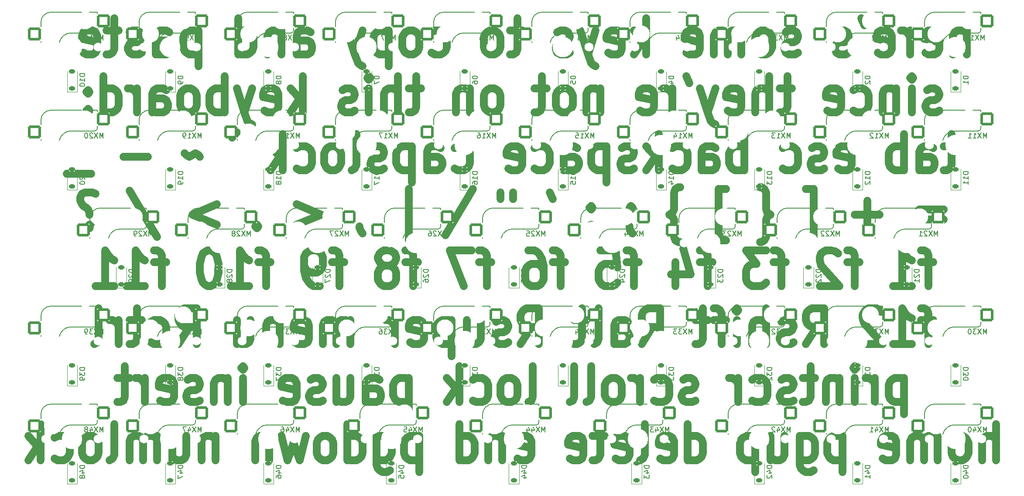
<source format=gbr>
%TF.GenerationSoftware,KiCad,Pcbnew,8.0.6*%
%TF.CreationDate,2024-12-01T20:43:42-07:00*%
%TF.ProjectId,newk-tabesque48,6e65776b-2d74-4616-9265-737175653438,rev?*%
%TF.SameCoordinates,Original*%
%TF.FileFunction,Legend,Bot*%
%TF.FilePolarity,Positive*%
%FSLAX46Y46*%
G04 Gerber Fmt 4.6, Leading zero omitted, Abs format (unit mm)*
G04 Created by KiCad (PCBNEW 8.0.6) date 2024-12-01 20:43:42*
%MOMM*%
%LPD*%
G01*
G04 APERTURE LIST*
G04 Aperture macros list*
%AMRoundRect*
0 Rectangle with rounded corners*
0 $1 Rounding radius*
0 $2 $3 $4 $5 $6 $7 $8 $9 X,Y pos of 4 corners*
0 Add a 4 corners polygon primitive as box body*
4,1,4,$2,$3,$4,$5,$6,$7,$8,$9,$2,$3,0*
0 Add four circle primitives for the rounded corners*
1,1,$1+$1,$2,$3*
1,1,$1+$1,$4,$5*
1,1,$1+$1,$6,$7*
1,1,$1+$1,$8,$9*
0 Add four rect primitives between the rounded corners*
20,1,$1+$1,$2,$3,$4,$5,0*
20,1,$1+$1,$4,$5,$6,$7,0*
20,1,$1+$1,$6,$7,$8,$9,0*
20,1,$1+$1,$8,$9,$2,$3,0*%
G04 Aperture macros list end*
%ADD10C,1.500000*%
%ADD11C,0.150000*%
%ADD12C,0.120000*%
%ADD13C,1.397000*%
%ADD14C,1.800000*%
%ADD15RoundRect,0.450000X-0.450000X0.450000X-0.450000X-0.450000X0.450000X-0.450000X0.450000X0.450000X0*%
%ADD16C,1.750000*%
%ADD17C,3.987800*%
%ADD18C,3.300000*%
%ADD19RoundRect,0.250000X1.025000X1.000000X-1.025000X1.000000X-1.025000X-1.000000X1.025000X-1.000000X0*%
%ADD20RoundRect,0.225000X0.375000X-0.225000X0.375000X0.225000X-0.375000X0.225000X-0.375000X-0.225000X0*%
G04 APERTURE END LIST*
D10*
X243088374Y-59377818D02*
X243088374Y-52377818D01*
X240409803Y-59377818D02*
X240409803Y-55711151D01*
X240409803Y-55711151D02*
X240707422Y-55044485D01*
X240707422Y-55044485D02*
X241302660Y-54711151D01*
X241302660Y-54711151D02*
X242195517Y-54711151D01*
X242195517Y-54711151D02*
X242790755Y-55044485D01*
X242790755Y-55044485D02*
X243088374Y-55377818D01*
X235052660Y-59044485D02*
X235647898Y-59377818D01*
X235647898Y-59377818D02*
X236838374Y-59377818D01*
X236838374Y-59377818D02*
X237433612Y-59044485D01*
X237433612Y-59044485D02*
X237731231Y-58377818D01*
X237731231Y-58377818D02*
X237731231Y-55711151D01*
X237731231Y-55711151D02*
X237433612Y-55044485D01*
X237433612Y-55044485D02*
X236838374Y-54711151D01*
X236838374Y-54711151D02*
X235647898Y-54711151D01*
X235647898Y-54711151D02*
X235052660Y-55044485D01*
X235052660Y-55044485D02*
X234755041Y-55711151D01*
X234755041Y-55711151D02*
X234755041Y-56377818D01*
X234755041Y-56377818D02*
X237731231Y-57044485D01*
X232076469Y-59377818D02*
X232076469Y-54711151D01*
X232076469Y-56044485D02*
X231778850Y-55377818D01*
X231778850Y-55377818D02*
X231481231Y-55044485D01*
X231481231Y-55044485D02*
X230885993Y-54711151D01*
X230885993Y-54711151D02*
X230290755Y-54711151D01*
X225826469Y-59044485D02*
X226421707Y-59377818D01*
X226421707Y-59377818D02*
X227612183Y-59377818D01*
X227612183Y-59377818D02*
X228207421Y-59044485D01*
X228207421Y-59044485D02*
X228505040Y-58377818D01*
X228505040Y-58377818D02*
X228505040Y-55711151D01*
X228505040Y-55711151D02*
X228207421Y-55044485D01*
X228207421Y-55044485D02*
X227612183Y-54711151D01*
X227612183Y-54711151D02*
X226421707Y-54711151D01*
X226421707Y-54711151D02*
X225826469Y-55044485D01*
X225826469Y-55044485D02*
X225528850Y-55711151D01*
X225528850Y-55711151D02*
X225528850Y-56377818D01*
X225528850Y-56377818D02*
X228505040Y-57044485D01*
X222552659Y-52377818D02*
X223147897Y-53711151D01*
X220171707Y-59044485D02*
X219576469Y-59377818D01*
X219576469Y-59377818D02*
X218385993Y-59377818D01*
X218385993Y-59377818D02*
X217790755Y-59044485D01*
X217790755Y-59044485D02*
X217493136Y-58377818D01*
X217493136Y-58377818D02*
X217493136Y-58044485D01*
X217493136Y-58044485D02*
X217790755Y-57377818D01*
X217790755Y-57377818D02*
X218385993Y-57044485D01*
X218385993Y-57044485D02*
X219278850Y-57044485D01*
X219278850Y-57044485D02*
X219874088Y-56711151D01*
X219874088Y-56711151D02*
X220171707Y-56044485D01*
X220171707Y-56044485D02*
X220171707Y-55711151D01*
X220171707Y-55711151D02*
X219874088Y-55044485D01*
X219874088Y-55044485D02*
X219278850Y-54711151D01*
X219278850Y-54711151D02*
X218385993Y-54711151D01*
X218385993Y-54711151D02*
X217790755Y-55044485D01*
X210350278Y-59044485D02*
X209755040Y-59377818D01*
X209755040Y-59377818D02*
X208564564Y-59377818D01*
X208564564Y-59377818D02*
X207969326Y-59044485D01*
X207969326Y-59044485D02*
X207671707Y-58377818D01*
X207671707Y-58377818D02*
X207671707Y-58044485D01*
X207671707Y-58044485D02*
X207969326Y-57377818D01*
X207969326Y-57377818D02*
X208564564Y-57044485D01*
X208564564Y-57044485D02*
X209457421Y-57044485D01*
X209457421Y-57044485D02*
X210052659Y-56711151D01*
X210052659Y-56711151D02*
X210350278Y-56044485D01*
X210350278Y-56044485D02*
X210350278Y-55711151D01*
X210350278Y-55711151D02*
X210052659Y-55044485D01*
X210052659Y-55044485D02*
X209457421Y-54711151D01*
X209457421Y-54711151D02*
X208564564Y-54711151D01*
X208564564Y-54711151D02*
X207969326Y-55044485D01*
X204100278Y-59377818D02*
X204695516Y-59044485D01*
X204695516Y-59044485D02*
X204993135Y-58711151D01*
X204993135Y-58711151D02*
X205290754Y-58044485D01*
X205290754Y-58044485D02*
X205290754Y-56044485D01*
X205290754Y-56044485D02*
X204993135Y-55377818D01*
X204993135Y-55377818D02*
X204695516Y-55044485D01*
X204695516Y-55044485D02*
X204100278Y-54711151D01*
X204100278Y-54711151D02*
X203207421Y-54711151D01*
X203207421Y-54711151D02*
X202612183Y-55044485D01*
X202612183Y-55044485D02*
X202314564Y-55377818D01*
X202314564Y-55377818D02*
X202016945Y-56044485D01*
X202016945Y-56044485D02*
X202016945Y-58044485D01*
X202016945Y-58044485D02*
X202314564Y-58711151D01*
X202314564Y-58711151D02*
X202612183Y-59044485D01*
X202612183Y-59044485D02*
X203207421Y-59377818D01*
X203207421Y-59377818D02*
X204100278Y-59377818D01*
X199338373Y-59377818D02*
X199338373Y-54711151D01*
X199338373Y-55377818D02*
X199040754Y-55044485D01*
X199040754Y-55044485D02*
X198445516Y-54711151D01*
X198445516Y-54711151D02*
X197552659Y-54711151D01*
X197552659Y-54711151D02*
X196957421Y-55044485D01*
X196957421Y-55044485D02*
X196659802Y-55711151D01*
X196659802Y-55711151D02*
X196659802Y-59377818D01*
X196659802Y-55711151D02*
X196362183Y-55044485D01*
X196362183Y-55044485D02*
X195766945Y-54711151D01*
X195766945Y-54711151D02*
X194874088Y-54711151D01*
X194874088Y-54711151D02*
X194278849Y-55044485D01*
X194278849Y-55044485D02*
X193981230Y-55711151D01*
X193981230Y-55711151D02*
X193981230Y-59377818D01*
X188624088Y-59044485D02*
X189219326Y-59377818D01*
X189219326Y-59377818D02*
X190409802Y-59377818D01*
X190409802Y-59377818D02*
X191005040Y-59044485D01*
X191005040Y-59044485D02*
X191302659Y-58377818D01*
X191302659Y-58377818D02*
X191302659Y-55711151D01*
X191302659Y-55711151D02*
X191005040Y-55044485D01*
X191005040Y-55044485D02*
X190409802Y-54711151D01*
X190409802Y-54711151D02*
X189219326Y-54711151D01*
X189219326Y-54711151D02*
X188624088Y-55044485D01*
X188624088Y-55044485D02*
X188326469Y-55711151D01*
X188326469Y-55711151D02*
X188326469Y-56377818D01*
X188326469Y-56377818D02*
X191302659Y-57044485D01*
X180885992Y-59377818D02*
X180885992Y-52377818D01*
X180290754Y-56711151D02*
X178505040Y-59377818D01*
X178505040Y-54711151D02*
X180885992Y-57377818D01*
X173445516Y-59044485D02*
X174040754Y-59377818D01*
X174040754Y-59377818D02*
X175231230Y-59377818D01*
X175231230Y-59377818D02*
X175826468Y-59044485D01*
X175826468Y-59044485D02*
X176124087Y-58377818D01*
X176124087Y-58377818D02*
X176124087Y-55711151D01*
X176124087Y-55711151D02*
X175826468Y-55044485D01*
X175826468Y-55044485D02*
X175231230Y-54711151D01*
X175231230Y-54711151D02*
X174040754Y-54711151D01*
X174040754Y-54711151D02*
X173445516Y-55044485D01*
X173445516Y-55044485D02*
X173147897Y-55711151D01*
X173147897Y-55711151D02*
X173147897Y-56377818D01*
X173147897Y-56377818D02*
X176124087Y-57044485D01*
X171064563Y-54711151D02*
X169576468Y-59377818D01*
X168088373Y-54711151D02*
X169576468Y-59377818D01*
X169576468Y-59377818D02*
X170171706Y-61044485D01*
X170171706Y-61044485D02*
X170469325Y-61377818D01*
X170469325Y-61377818D02*
X171064563Y-61711151D01*
X166005039Y-59044485D02*
X165409801Y-59377818D01*
X165409801Y-59377818D02*
X164219325Y-59377818D01*
X164219325Y-59377818D02*
X163624087Y-59044485D01*
X163624087Y-59044485D02*
X163326468Y-58377818D01*
X163326468Y-58377818D02*
X163326468Y-58044485D01*
X163326468Y-58044485D02*
X163624087Y-57377818D01*
X163624087Y-57377818D02*
X164219325Y-57044485D01*
X164219325Y-57044485D02*
X165112182Y-57044485D01*
X165112182Y-57044485D02*
X165707420Y-56711151D01*
X165707420Y-56711151D02*
X166005039Y-56044485D01*
X166005039Y-56044485D02*
X166005039Y-55711151D01*
X166005039Y-55711151D02*
X165707420Y-55044485D01*
X165707420Y-55044485D02*
X165112182Y-54711151D01*
X165112182Y-54711151D02*
X164219325Y-54711151D01*
X164219325Y-54711151D02*
X163624087Y-55044485D01*
X156778848Y-54711151D02*
X154397896Y-54711151D01*
X155885991Y-52377818D02*
X155885991Y-58377818D01*
X155885991Y-58377818D02*
X155588372Y-59044485D01*
X155588372Y-59044485D02*
X154993134Y-59377818D01*
X154993134Y-59377818D02*
X154397896Y-59377818D01*
X151421705Y-59377818D02*
X152016943Y-59044485D01*
X152016943Y-59044485D02*
X152314562Y-58711151D01*
X152314562Y-58711151D02*
X152612181Y-58044485D01*
X152612181Y-58044485D02*
X152612181Y-56044485D01*
X152612181Y-56044485D02*
X152314562Y-55377818D01*
X152314562Y-55377818D02*
X152016943Y-55044485D01*
X152016943Y-55044485D02*
X151421705Y-54711151D01*
X151421705Y-54711151D02*
X150528848Y-54711151D01*
X150528848Y-54711151D02*
X149933610Y-55044485D01*
X149933610Y-55044485D02*
X149635991Y-55377818D01*
X149635991Y-55377818D02*
X149338372Y-56044485D01*
X149338372Y-56044485D02*
X149338372Y-58044485D01*
X149338372Y-58044485D02*
X149635991Y-58711151D01*
X149635991Y-58711151D02*
X149933610Y-59044485D01*
X149933610Y-59044485D02*
X150528848Y-59377818D01*
X150528848Y-59377818D02*
X151421705Y-59377818D01*
X139219324Y-59044485D02*
X139814562Y-59377818D01*
X139814562Y-59377818D02*
X141005038Y-59377818D01*
X141005038Y-59377818D02*
X141600276Y-59044485D01*
X141600276Y-59044485D02*
X141897895Y-58711151D01*
X141897895Y-58711151D02*
X142195514Y-58044485D01*
X142195514Y-58044485D02*
X142195514Y-56044485D01*
X142195514Y-56044485D02*
X141897895Y-55377818D01*
X141897895Y-55377818D02*
X141600276Y-55044485D01*
X141600276Y-55044485D02*
X141005038Y-54711151D01*
X141005038Y-54711151D02*
X139814562Y-54711151D01*
X139814562Y-54711151D02*
X139219324Y-55044485D01*
X135647895Y-59377818D02*
X136243133Y-59044485D01*
X136243133Y-59044485D02*
X136540752Y-58711151D01*
X136540752Y-58711151D02*
X136838371Y-58044485D01*
X136838371Y-58044485D02*
X136838371Y-56044485D01*
X136838371Y-56044485D02*
X136540752Y-55377818D01*
X136540752Y-55377818D02*
X136243133Y-55044485D01*
X136243133Y-55044485D02*
X135647895Y-54711151D01*
X135647895Y-54711151D02*
X134755038Y-54711151D01*
X134755038Y-54711151D02*
X134159800Y-55044485D01*
X134159800Y-55044485D02*
X133862181Y-55377818D01*
X133862181Y-55377818D02*
X133564562Y-56044485D01*
X133564562Y-56044485D02*
X133564562Y-58044485D01*
X133564562Y-58044485D02*
X133862181Y-58711151D01*
X133862181Y-58711151D02*
X134159800Y-59044485D01*
X134159800Y-59044485D02*
X134755038Y-59377818D01*
X134755038Y-59377818D02*
X135647895Y-59377818D01*
X130885990Y-54711151D02*
X130885990Y-61711151D01*
X130885990Y-55044485D02*
X130290752Y-54711151D01*
X130290752Y-54711151D02*
X129100276Y-54711151D01*
X129100276Y-54711151D02*
X128505038Y-55044485D01*
X128505038Y-55044485D02*
X128207419Y-55377818D01*
X128207419Y-55377818D02*
X127909800Y-56044485D01*
X127909800Y-56044485D02*
X127909800Y-58044485D01*
X127909800Y-58044485D02*
X128207419Y-58711151D01*
X128207419Y-58711151D02*
X128505038Y-59044485D01*
X128505038Y-59044485D02*
X129100276Y-59377818D01*
X129100276Y-59377818D02*
X130290752Y-59377818D01*
X130290752Y-59377818D02*
X130885990Y-59044485D01*
X125826466Y-54711151D02*
X124338371Y-59377818D01*
X122850276Y-54711151D02*
X124338371Y-59377818D01*
X124338371Y-59377818D02*
X124933609Y-61044485D01*
X124933609Y-61044485D02*
X125231228Y-61377818D01*
X125231228Y-61377818D02*
X125826466Y-61711151D01*
X113028847Y-59377818D02*
X113028847Y-55711151D01*
X113028847Y-55711151D02*
X113326466Y-55044485D01*
X113326466Y-55044485D02*
X113921704Y-54711151D01*
X113921704Y-54711151D02*
X115112180Y-54711151D01*
X115112180Y-54711151D02*
X115707418Y-55044485D01*
X113028847Y-59044485D02*
X113624085Y-59377818D01*
X113624085Y-59377818D02*
X115112180Y-59377818D01*
X115112180Y-59377818D02*
X115707418Y-59044485D01*
X115707418Y-59044485D02*
X116005037Y-58377818D01*
X116005037Y-58377818D02*
X116005037Y-57711151D01*
X116005037Y-57711151D02*
X115707418Y-57044485D01*
X115707418Y-57044485D02*
X115112180Y-56711151D01*
X115112180Y-56711151D02*
X113624085Y-56711151D01*
X113624085Y-56711151D02*
X113028847Y-56377818D01*
X110052656Y-54711151D02*
X110052656Y-59377818D01*
X110052656Y-55377818D02*
X109755037Y-55044485D01*
X109755037Y-55044485D02*
X109159799Y-54711151D01*
X109159799Y-54711151D02*
X108266942Y-54711151D01*
X108266942Y-54711151D02*
X107671704Y-55044485D01*
X107671704Y-55044485D02*
X107374085Y-55711151D01*
X107374085Y-55711151D02*
X107374085Y-59377818D01*
X101719323Y-59377818D02*
X101719323Y-52377818D01*
X101719323Y-59044485D02*
X102314561Y-59377818D01*
X102314561Y-59377818D02*
X103505037Y-59377818D01*
X103505037Y-59377818D02*
X104100275Y-59044485D01*
X104100275Y-59044485D02*
X104397894Y-58711151D01*
X104397894Y-58711151D02*
X104695513Y-58044485D01*
X104695513Y-58044485D02*
X104695513Y-56044485D01*
X104695513Y-56044485D02*
X104397894Y-55377818D01*
X104397894Y-55377818D02*
X104100275Y-55044485D01*
X104100275Y-55044485D02*
X103505037Y-54711151D01*
X103505037Y-54711151D02*
X102314561Y-54711151D01*
X102314561Y-54711151D02*
X101719323Y-55044485D01*
X93981227Y-54711151D02*
X93981227Y-61711151D01*
X93981227Y-55044485D02*
X93385989Y-54711151D01*
X93385989Y-54711151D02*
X92195513Y-54711151D01*
X92195513Y-54711151D02*
X91600275Y-55044485D01*
X91600275Y-55044485D02*
X91302656Y-55377818D01*
X91302656Y-55377818D02*
X91005037Y-56044485D01*
X91005037Y-56044485D02*
X91005037Y-58044485D01*
X91005037Y-58044485D02*
X91302656Y-58711151D01*
X91302656Y-58711151D02*
X91600275Y-59044485D01*
X91600275Y-59044485D02*
X92195513Y-59377818D01*
X92195513Y-59377818D02*
X93385989Y-59377818D01*
X93385989Y-59377818D02*
X93981227Y-59044485D01*
X85647894Y-59377818D02*
X85647894Y-55711151D01*
X85647894Y-55711151D02*
X85945513Y-55044485D01*
X85945513Y-55044485D02*
X86540751Y-54711151D01*
X86540751Y-54711151D02*
X87731227Y-54711151D01*
X87731227Y-54711151D02*
X88326465Y-55044485D01*
X85647894Y-59044485D02*
X86243132Y-59377818D01*
X86243132Y-59377818D02*
X87731227Y-59377818D01*
X87731227Y-59377818D02*
X88326465Y-59044485D01*
X88326465Y-59044485D02*
X88624084Y-58377818D01*
X88624084Y-58377818D02*
X88624084Y-57711151D01*
X88624084Y-57711151D02*
X88326465Y-57044485D01*
X88326465Y-57044485D02*
X87731227Y-56711151D01*
X87731227Y-56711151D02*
X86243132Y-56711151D01*
X86243132Y-56711151D02*
X85647894Y-56377818D01*
X82969322Y-59044485D02*
X82374084Y-59377818D01*
X82374084Y-59377818D02*
X81183608Y-59377818D01*
X81183608Y-59377818D02*
X80588370Y-59044485D01*
X80588370Y-59044485D02*
X80290751Y-58377818D01*
X80290751Y-58377818D02*
X80290751Y-58044485D01*
X80290751Y-58044485D02*
X80588370Y-57377818D01*
X80588370Y-57377818D02*
X81183608Y-57044485D01*
X81183608Y-57044485D02*
X82076465Y-57044485D01*
X82076465Y-57044485D02*
X82671703Y-56711151D01*
X82671703Y-56711151D02*
X82969322Y-56044485D01*
X82969322Y-56044485D02*
X82969322Y-55711151D01*
X82969322Y-55711151D02*
X82671703Y-55044485D01*
X82671703Y-55044485D02*
X82076465Y-54711151D01*
X82076465Y-54711151D02*
X81183608Y-54711151D01*
X81183608Y-54711151D02*
X80588370Y-55044485D01*
X78505036Y-54711151D02*
X76124084Y-54711151D01*
X77612179Y-52377818D02*
X77612179Y-58377818D01*
X77612179Y-58377818D02*
X77314560Y-59044485D01*
X77314560Y-59044485D02*
X76719322Y-59377818D01*
X76719322Y-59377818D02*
X76124084Y-59377818D01*
X71659798Y-59044485D02*
X72255036Y-59377818D01*
X72255036Y-59377818D02*
X73445512Y-59377818D01*
X73445512Y-59377818D02*
X74040750Y-59044485D01*
X74040750Y-59044485D02*
X74338369Y-58377818D01*
X74338369Y-58377818D02*
X74338369Y-55711151D01*
X74338369Y-55711151D02*
X74040750Y-55044485D01*
X74040750Y-55044485D02*
X73445512Y-54711151D01*
X73445512Y-54711151D02*
X72255036Y-54711151D01*
X72255036Y-54711151D02*
X71659798Y-55044485D01*
X71659798Y-55044485D02*
X71362179Y-55711151D01*
X71362179Y-55711151D02*
X71362179Y-56377818D01*
X71362179Y-56377818D02*
X74338369Y-57044485D01*
X237731230Y-70314093D02*
X237135992Y-70647426D01*
X237135992Y-70647426D02*
X235945516Y-70647426D01*
X235945516Y-70647426D02*
X235350278Y-70314093D01*
X235350278Y-70314093D02*
X235052659Y-69647426D01*
X235052659Y-69647426D02*
X235052659Y-69314093D01*
X235052659Y-69314093D02*
X235350278Y-68647426D01*
X235350278Y-68647426D02*
X235945516Y-68314093D01*
X235945516Y-68314093D02*
X236838373Y-68314093D01*
X236838373Y-68314093D02*
X237433611Y-67980759D01*
X237433611Y-67980759D02*
X237731230Y-67314093D01*
X237731230Y-67314093D02*
X237731230Y-66980759D01*
X237731230Y-66980759D02*
X237433611Y-66314093D01*
X237433611Y-66314093D02*
X236838373Y-65980759D01*
X236838373Y-65980759D02*
X235945516Y-65980759D01*
X235945516Y-65980759D02*
X235350278Y-66314093D01*
X232374087Y-70647426D02*
X232374087Y-65980759D01*
X232374087Y-63647426D02*
X232671706Y-63980759D01*
X232671706Y-63980759D02*
X232374087Y-64314093D01*
X232374087Y-64314093D02*
X232076468Y-63980759D01*
X232076468Y-63980759D02*
X232374087Y-63647426D01*
X232374087Y-63647426D02*
X232374087Y-64314093D01*
X229397897Y-65980759D02*
X229397897Y-70647426D01*
X229397897Y-66647426D02*
X229100278Y-66314093D01*
X229100278Y-66314093D02*
X228505040Y-65980759D01*
X228505040Y-65980759D02*
X227612183Y-65980759D01*
X227612183Y-65980759D02*
X227016945Y-66314093D01*
X227016945Y-66314093D02*
X226719326Y-66980759D01*
X226719326Y-66980759D02*
X226719326Y-70647426D01*
X221064564Y-70314093D02*
X221659802Y-70647426D01*
X221659802Y-70647426D02*
X222850278Y-70647426D01*
X222850278Y-70647426D02*
X223445516Y-70314093D01*
X223445516Y-70314093D02*
X223743135Y-69980759D01*
X223743135Y-69980759D02*
X224040754Y-69314093D01*
X224040754Y-69314093D02*
X224040754Y-67314093D01*
X224040754Y-67314093D02*
X223743135Y-66647426D01*
X223743135Y-66647426D02*
X223445516Y-66314093D01*
X223445516Y-66314093D02*
X222850278Y-65980759D01*
X222850278Y-65980759D02*
X221659802Y-65980759D01*
X221659802Y-65980759D02*
X221064564Y-66314093D01*
X216005040Y-70314093D02*
X216600278Y-70647426D01*
X216600278Y-70647426D02*
X217790754Y-70647426D01*
X217790754Y-70647426D02*
X218385992Y-70314093D01*
X218385992Y-70314093D02*
X218683611Y-69647426D01*
X218683611Y-69647426D02*
X218683611Y-66980759D01*
X218683611Y-66980759D02*
X218385992Y-66314093D01*
X218385992Y-66314093D02*
X217790754Y-65980759D01*
X217790754Y-65980759D02*
X216600278Y-65980759D01*
X216600278Y-65980759D02*
X216005040Y-66314093D01*
X216005040Y-66314093D02*
X215707421Y-66980759D01*
X215707421Y-66980759D02*
X215707421Y-67647426D01*
X215707421Y-67647426D02*
X218683611Y-68314093D01*
X209159801Y-65980759D02*
X206778849Y-65980759D01*
X208266944Y-63647426D02*
X208266944Y-69647426D01*
X208266944Y-69647426D02*
X207969325Y-70314093D01*
X207969325Y-70314093D02*
X207374087Y-70647426D01*
X207374087Y-70647426D02*
X206778849Y-70647426D01*
X204695515Y-70647426D02*
X204695515Y-63647426D01*
X202016944Y-70647426D02*
X202016944Y-66980759D01*
X202016944Y-66980759D02*
X202314563Y-66314093D01*
X202314563Y-66314093D02*
X202909801Y-65980759D01*
X202909801Y-65980759D02*
X203802658Y-65980759D01*
X203802658Y-65980759D02*
X204397896Y-66314093D01*
X204397896Y-66314093D02*
X204695515Y-66647426D01*
X196659801Y-70314093D02*
X197255039Y-70647426D01*
X197255039Y-70647426D02*
X198445515Y-70647426D01*
X198445515Y-70647426D02*
X199040753Y-70314093D01*
X199040753Y-70314093D02*
X199338372Y-69647426D01*
X199338372Y-69647426D02*
X199338372Y-66980759D01*
X199338372Y-66980759D02*
X199040753Y-66314093D01*
X199040753Y-66314093D02*
X198445515Y-65980759D01*
X198445515Y-65980759D02*
X197255039Y-65980759D01*
X197255039Y-65980759D02*
X196659801Y-66314093D01*
X196659801Y-66314093D02*
X196362182Y-66980759D01*
X196362182Y-66980759D02*
X196362182Y-67647426D01*
X196362182Y-67647426D02*
X199338372Y-68314093D01*
X194278848Y-65980759D02*
X192790753Y-70647426D01*
X191302658Y-65980759D02*
X192790753Y-70647426D01*
X192790753Y-70647426D02*
X193385991Y-72314093D01*
X193385991Y-72314093D02*
X193683610Y-72647426D01*
X193683610Y-72647426D02*
X194278848Y-72980759D01*
X188624086Y-63647426D02*
X189219324Y-64980759D01*
X185945515Y-70647426D02*
X185945515Y-65980759D01*
X185945515Y-67314093D02*
X185647896Y-66647426D01*
X185647896Y-66647426D02*
X185350277Y-66314093D01*
X185350277Y-66314093D02*
X184755039Y-65980759D01*
X184755039Y-65980759D02*
X184159801Y-65980759D01*
X179695515Y-70314093D02*
X180290753Y-70647426D01*
X180290753Y-70647426D02*
X181481229Y-70647426D01*
X181481229Y-70647426D02*
X182076467Y-70314093D01*
X182076467Y-70314093D02*
X182374086Y-69647426D01*
X182374086Y-69647426D02*
X182374086Y-66980759D01*
X182374086Y-66980759D02*
X182076467Y-66314093D01*
X182076467Y-66314093D02*
X181481229Y-65980759D01*
X181481229Y-65980759D02*
X180290753Y-65980759D01*
X180290753Y-65980759D02*
X179695515Y-66314093D01*
X179695515Y-66314093D02*
X179397896Y-66980759D01*
X179397896Y-66980759D02*
X179397896Y-67647426D01*
X179397896Y-67647426D02*
X182374086Y-68314093D01*
X171957419Y-65980759D02*
X171957419Y-70647426D01*
X171957419Y-66647426D02*
X171659800Y-66314093D01*
X171659800Y-66314093D02*
X171064562Y-65980759D01*
X171064562Y-65980759D02*
X170171705Y-65980759D01*
X170171705Y-65980759D02*
X169576467Y-66314093D01*
X169576467Y-66314093D02*
X169278848Y-66980759D01*
X169278848Y-66980759D02*
X169278848Y-70647426D01*
X165409800Y-70647426D02*
X166005038Y-70314093D01*
X166005038Y-70314093D02*
X166302657Y-69980759D01*
X166302657Y-69980759D02*
X166600276Y-69314093D01*
X166600276Y-69314093D02*
X166600276Y-67314093D01*
X166600276Y-67314093D02*
X166302657Y-66647426D01*
X166302657Y-66647426D02*
X166005038Y-66314093D01*
X166005038Y-66314093D02*
X165409800Y-65980759D01*
X165409800Y-65980759D02*
X164516943Y-65980759D01*
X164516943Y-65980759D02*
X163921705Y-66314093D01*
X163921705Y-66314093D02*
X163624086Y-66647426D01*
X163624086Y-66647426D02*
X163326467Y-67314093D01*
X163326467Y-67314093D02*
X163326467Y-69314093D01*
X163326467Y-69314093D02*
X163624086Y-69980759D01*
X163624086Y-69980759D02*
X163921705Y-70314093D01*
X163921705Y-70314093D02*
X164516943Y-70647426D01*
X164516943Y-70647426D02*
X165409800Y-70647426D01*
X161540752Y-65980759D02*
X159159800Y-65980759D01*
X160647895Y-63647426D02*
X160647895Y-69647426D01*
X160647895Y-69647426D02*
X160350276Y-70314093D01*
X160350276Y-70314093D02*
X159755038Y-70647426D01*
X159755038Y-70647426D02*
X159159800Y-70647426D01*
X151421704Y-70647426D02*
X152016942Y-70314093D01*
X152016942Y-70314093D02*
X152314561Y-69980759D01*
X152314561Y-69980759D02*
X152612180Y-69314093D01*
X152612180Y-69314093D02*
X152612180Y-67314093D01*
X152612180Y-67314093D02*
X152314561Y-66647426D01*
X152314561Y-66647426D02*
X152016942Y-66314093D01*
X152016942Y-66314093D02*
X151421704Y-65980759D01*
X151421704Y-65980759D02*
X150528847Y-65980759D01*
X150528847Y-65980759D02*
X149933609Y-66314093D01*
X149933609Y-66314093D02*
X149635990Y-66647426D01*
X149635990Y-66647426D02*
X149338371Y-67314093D01*
X149338371Y-67314093D02*
X149338371Y-69314093D01*
X149338371Y-69314093D02*
X149635990Y-69980759D01*
X149635990Y-69980759D02*
X149933609Y-70314093D01*
X149933609Y-70314093D02*
X150528847Y-70647426D01*
X150528847Y-70647426D02*
X151421704Y-70647426D01*
X146659799Y-65980759D02*
X146659799Y-70647426D01*
X146659799Y-66647426D02*
X146362180Y-66314093D01*
X146362180Y-66314093D02*
X145766942Y-65980759D01*
X145766942Y-65980759D02*
X144874085Y-65980759D01*
X144874085Y-65980759D02*
X144278847Y-66314093D01*
X144278847Y-66314093D02*
X143981228Y-66980759D01*
X143981228Y-66980759D02*
X143981228Y-70647426D01*
X137135989Y-65980759D02*
X134755037Y-65980759D01*
X136243132Y-63647426D02*
X136243132Y-69647426D01*
X136243132Y-69647426D02*
X135945513Y-70314093D01*
X135945513Y-70314093D02*
X135350275Y-70647426D01*
X135350275Y-70647426D02*
X134755037Y-70647426D01*
X132671703Y-70647426D02*
X132671703Y-63647426D01*
X129993132Y-70647426D02*
X129993132Y-66980759D01*
X129993132Y-66980759D02*
X130290751Y-66314093D01*
X130290751Y-66314093D02*
X130885989Y-65980759D01*
X130885989Y-65980759D02*
X131778846Y-65980759D01*
X131778846Y-65980759D02*
X132374084Y-66314093D01*
X132374084Y-66314093D02*
X132671703Y-66647426D01*
X127016941Y-70647426D02*
X127016941Y-65980759D01*
X127016941Y-63647426D02*
X127314560Y-63980759D01*
X127314560Y-63980759D02*
X127016941Y-64314093D01*
X127016941Y-64314093D02*
X126719322Y-63980759D01*
X126719322Y-63980759D02*
X127016941Y-63647426D01*
X127016941Y-63647426D02*
X127016941Y-64314093D01*
X124338370Y-70314093D02*
X123743132Y-70647426D01*
X123743132Y-70647426D02*
X122552656Y-70647426D01*
X122552656Y-70647426D02*
X121957418Y-70314093D01*
X121957418Y-70314093D02*
X121659799Y-69647426D01*
X121659799Y-69647426D02*
X121659799Y-69314093D01*
X121659799Y-69314093D02*
X121957418Y-68647426D01*
X121957418Y-68647426D02*
X122552656Y-68314093D01*
X122552656Y-68314093D02*
X123445513Y-68314093D01*
X123445513Y-68314093D02*
X124040751Y-67980759D01*
X124040751Y-67980759D02*
X124338370Y-67314093D01*
X124338370Y-67314093D02*
X124338370Y-66980759D01*
X124338370Y-66980759D02*
X124040751Y-66314093D01*
X124040751Y-66314093D02*
X123445513Y-65980759D01*
X123445513Y-65980759D02*
X122552656Y-65980759D01*
X122552656Y-65980759D02*
X121957418Y-66314093D01*
X114219322Y-70647426D02*
X114219322Y-63647426D01*
X113624084Y-67980759D02*
X111838370Y-70647426D01*
X111838370Y-65980759D02*
X114219322Y-68647426D01*
X106778846Y-70314093D02*
X107374084Y-70647426D01*
X107374084Y-70647426D02*
X108564560Y-70647426D01*
X108564560Y-70647426D02*
X109159798Y-70314093D01*
X109159798Y-70314093D02*
X109457417Y-69647426D01*
X109457417Y-69647426D02*
X109457417Y-66980759D01*
X109457417Y-66980759D02*
X109159798Y-66314093D01*
X109159798Y-66314093D02*
X108564560Y-65980759D01*
X108564560Y-65980759D02*
X107374084Y-65980759D01*
X107374084Y-65980759D02*
X106778846Y-66314093D01*
X106778846Y-66314093D02*
X106481227Y-66980759D01*
X106481227Y-66980759D02*
X106481227Y-67647426D01*
X106481227Y-67647426D02*
X109457417Y-68314093D01*
X104397893Y-65980759D02*
X102909798Y-70647426D01*
X101421703Y-65980759D02*
X102909798Y-70647426D01*
X102909798Y-70647426D02*
X103505036Y-72314093D01*
X103505036Y-72314093D02*
X103802655Y-72647426D01*
X103802655Y-72647426D02*
X104397893Y-72980759D01*
X99040750Y-70647426D02*
X99040750Y-63647426D01*
X99040750Y-66314093D02*
X98445512Y-65980759D01*
X98445512Y-65980759D02*
X97255036Y-65980759D01*
X97255036Y-65980759D02*
X96659798Y-66314093D01*
X96659798Y-66314093D02*
X96362179Y-66647426D01*
X96362179Y-66647426D02*
X96064560Y-67314093D01*
X96064560Y-67314093D02*
X96064560Y-69314093D01*
X96064560Y-69314093D02*
X96362179Y-69980759D01*
X96362179Y-69980759D02*
X96659798Y-70314093D01*
X96659798Y-70314093D02*
X97255036Y-70647426D01*
X97255036Y-70647426D02*
X98445512Y-70647426D01*
X98445512Y-70647426D02*
X99040750Y-70314093D01*
X92493131Y-70647426D02*
X93088369Y-70314093D01*
X93088369Y-70314093D02*
X93385988Y-69980759D01*
X93385988Y-69980759D02*
X93683607Y-69314093D01*
X93683607Y-69314093D02*
X93683607Y-67314093D01*
X93683607Y-67314093D02*
X93385988Y-66647426D01*
X93385988Y-66647426D02*
X93088369Y-66314093D01*
X93088369Y-66314093D02*
X92493131Y-65980759D01*
X92493131Y-65980759D02*
X91600274Y-65980759D01*
X91600274Y-65980759D02*
X91005036Y-66314093D01*
X91005036Y-66314093D02*
X90707417Y-66647426D01*
X90707417Y-66647426D02*
X90409798Y-67314093D01*
X90409798Y-67314093D02*
X90409798Y-69314093D01*
X90409798Y-69314093D02*
X90707417Y-69980759D01*
X90707417Y-69980759D02*
X91005036Y-70314093D01*
X91005036Y-70314093D02*
X91600274Y-70647426D01*
X91600274Y-70647426D02*
X92493131Y-70647426D01*
X85052655Y-70647426D02*
X85052655Y-66980759D01*
X85052655Y-66980759D02*
X85350274Y-66314093D01*
X85350274Y-66314093D02*
X85945512Y-65980759D01*
X85945512Y-65980759D02*
X87135988Y-65980759D01*
X87135988Y-65980759D02*
X87731226Y-66314093D01*
X85052655Y-70314093D02*
X85647893Y-70647426D01*
X85647893Y-70647426D02*
X87135988Y-70647426D01*
X87135988Y-70647426D02*
X87731226Y-70314093D01*
X87731226Y-70314093D02*
X88028845Y-69647426D01*
X88028845Y-69647426D02*
X88028845Y-68980759D01*
X88028845Y-68980759D02*
X87731226Y-68314093D01*
X87731226Y-68314093D02*
X87135988Y-67980759D01*
X87135988Y-67980759D02*
X85647893Y-67980759D01*
X85647893Y-67980759D02*
X85052655Y-67647426D01*
X82076464Y-70647426D02*
X82076464Y-65980759D01*
X82076464Y-67314093D02*
X81778845Y-66647426D01*
X81778845Y-66647426D02*
X81481226Y-66314093D01*
X81481226Y-66314093D02*
X80885988Y-65980759D01*
X80885988Y-65980759D02*
X80290750Y-65980759D01*
X75528845Y-70647426D02*
X75528845Y-63647426D01*
X75528845Y-70314093D02*
X76124083Y-70647426D01*
X76124083Y-70647426D02*
X77314559Y-70647426D01*
X77314559Y-70647426D02*
X77909797Y-70314093D01*
X77909797Y-70314093D02*
X78207416Y-69980759D01*
X78207416Y-69980759D02*
X78505035Y-69314093D01*
X78505035Y-69314093D02*
X78505035Y-67314093D01*
X78505035Y-67314093D02*
X78207416Y-66647426D01*
X78207416Y-66647426D02*
X77909797Y-66314093D01*
X77909797Y-66314093D02*
X77314559Y-65980759D01*
X77314559Y-65980759D02*
X76124083Y-65980759D01*
X76124083Y-65980759D02*
X75528845Y-66314093D01*
X72552654Y-69980759D02*
X72255035Y-70314093D01*
X72255035Y-70314093D02*
X72552654Y-70647426D01*
X72552654Y-70647426D02*
X72850273Y-70314093D01*
X72850273Y-70314093D02*
X72552654Y-69980759D01*
X72552654Y-69980759D02*
X72552654Y-70647426D01*
X72552654Y-66314093D02*
X72255035Y-66647426D01*
X72255035Y-66647426D02*
X72552654Y-66980759D01*
X72552654Y-66980759D02*
X72850273Y-66647426D01*
X72850273Y-66647426D02*
X72552654Y-66314093D01*
X72552654Y-66314093D02*
X72552654Y-66980759D01*
X241005040Y-77250367D02*
X238624088Y-77250367D01*
X240112183Y-74917034D02*
X240112183Y-80917034D01*
X240112183Y-80917034D02*
X239814564Y-81583701D01*
X239814564Y-81583701D02*
X239219326Y-81917034D01*
X239219326Y-81917034D02*
X238624088Y-81917034D01*
X233862183Y-81917034D02*
X233862183Y-78250367D01*
X233862183Y-78250367D02*
X234159802Y-77583701D01*
X234159802Y-77583701D02*
X234755040Y-77250367D01*
X234755040Y-77250367D02*
X235945516Y-77250367D01*
X235945516Y-77250367D02*
X236540754Y-77583701D01*
X233862183Y-81583701D02*
X234457421Y-81917034D01*
X234457421Y-81917034D02*
X235945516Y-81917034D01*
X235945516Y-81917034D02*
X236540754Y-81583701D01*
X236540754Y-81583701D02*
X236838373Y-80917034D01*
X236838373Y-80917034D02*
X236838373Y-80250367D01*
X236838373Y-80250367D02*
X236540754Y-79583701D01*
X236540754Y-79583701D02*
X235945516Y-79250367D01*
X235945516Y-79250367D02*
X234457421Y-79250367D01*
X234457421Y-79250367D02*
X233862183Y-78917034D01*
X230885992Y-81917034D02*
X230885992Y-74917034D01*
X230885992Y-77583701D02*
X230290754Y-77250367D01*
X230290754Y-77250367D02*
X229100278Y-77250367D01*
X229100278Y-77250367D02*
X228505040Y-77583701D01*
X228505040Y-77583701D02*
X228207421Y-77917034D01*
X228207421Y-77917034D02*
X227909802Y-78583701D01*
X227909802Y-78583701D02*
X227909802Y-80583701D01*
X227909802Y-80583701D02*
X228207421Y-81250367D01*
X228207421Y-81250367D02*
X228505040Y-81583701D01*
X228505040Y-81583701D02*
X229100278Y-81917034D01*
X229100278Y-81917034D02*
X230290754Y-81917034D01*
X230290754Y-81917034D02*
X230885992Y-81583701D01*
X218088373Y-81583701D02*
X218683611Y-81917034D01*
X218683611Y-81917034D02*
X219874087Y-81917034D01*
X219874087Y-81917034D02*
X220469325Y-81583701D01*
X220469325Y-81583701D02*
X220766944Y-80917034D01*
X220766944Y-80917034D02*
X220766944Y-78250367D01*
X220766944Y-78250367D02*
X220469325Y-77583701D01*
X220469325Y-77583701D02*
X219874087Y-77250367D01*
X219874087Y-77250367D02*
X218683611Y-77250367D01*
X218683611Y-77250367D02*
X218088373Y-77583701D01*
X218088373Y-77583701D02*
X217790754Y-78250367D01*
X217790754Y-78250367D02*
X217790754Y-78917034D01*
X217790754Y-78917034D02*
X220766944Y-79583701D01*
X215409801Y-81583701D02*
X214814563Y-81917034D01*
X214814563Y-81917034D02*
X213624087Y-81917034D01*
X213624087Y-81917034D02*
X213028849Y-81583701D01*
X213028849Y-81583701D02*
X212731230Y-80917034D01*
X212731230Y-80917034D02*
X212731230Y-80583701D01*
X212731230Y-80583701D02*
X213028849Y-79917034D01*
X213028849Y-79917034D02*
X213624087Y-79583701D01*
X213624087Y-79583701D02*
X214516944Y-79583701D01*
X214516944Y-79583701D02*
X215112182Y-79250367D01*
X215112182Y-79250367D02*
X215409801Y-78583701D01*
X215409801Y-78583701D02*
X215409801Y-78250367D01*
X215409801Y-78250367D02*
X215112182Y-77583701D01*
X215112182Y-77583701D02*
X214516944Y-77250367D01*
X214516944Y-77250367D02*
X213624087Y-77250367D01*
X213624087Y-77250367D02*
X213028849Y-77583701D01*
X207374087Y-81583701D02*
X207969325Y-81917034D01*
X207969325Y-81917034D02*
X209159801Y-81917034D01*
X209159801Y-81917034D02*
X209755039Y-81583701D01*
X209755039Y-81583701D02*
X210052658Y-81250367D01*
X210052658Y-81250367D02*
X210350277Y-80583701D01*
X210350277Y-80583701D02*
X210350277Y-78583701D01*
X210350277Y-78583701D02*
X210052658Y-77917034D01*
X210052658Y-77917034D02*
X209755039Y-77583701D01*
X209755039Y-77583701D02*
X209159801Y-77250367D01*
X209159801Y-77250367D02*
X207969325Y-77250367D01*
X207969325Y-77250367D02*
X207374087Y-77583701D01*
X199933610Y-81917034D02*
X199933610Y-74917034D01*
X199933610Y-77583701D02*
X199338372Y-77250367D01*
X199338372Y-77250367D02*
X198147896Y-77250367D01*
X198147896Y-77250367D02*
X197552658Y-77583701D01*
X197552658Y-77583701D02*
X197255039Y-77917034D01*
X197255039Y-77917034D02*
X196957420Y-78583701D01*
X196957420Y-78583701D02*
X196957420Y-80583701D01*
X196957420Y-80583701D02*
X197255039Y-81250367D01*
X197255039Y-81250367D02*
X197552658Y-81583701D01*
X197552658Y-81583701D02*
X198147896Y-81917034D01*
X198147896Y-81917034D02*
X199338372Y-81917034D01*
X199338372Y-81917034D02*
X199933610Y-81583701D01*
X191600277Y-81917034D02*
X191600277Y-78250367D01*
X191600277Y-78250367D02*
X191897896Y-77583701D01*
X191897896Y-77583701D02*
X192493134Y-77250367D01*
X192493134Y-77250367D02*
X193683610Y-77250367D01*
X193683610Y-77250367D02*
X194278848Y-77583701D01*
X191600277Y-81583701D02*
X192195515Y-81917034D01*
X192195515Y-81917034D02*
X193683610Y-81917034D01*
X193683610Y-81917034D02*
X194278848Y-81583701D01*
X194278848Y-81583701D02*
X194576467Y-80917034D01*
X194576467Y-80917034D02*
X194576467Y-80250367D01*
X194576467Y-80250367D02*
X194278848Y-79583701D01*
X194278848Y-79583701D02*
X193683610Y-79250367D01*
X193683610Y-79250367D02*
X192195515Y-79250367D01*
X192195515Y-79250367D02*
X191600277Y-78917034D01*
X185945515Y-81583701D02*
X186540753Y-81917034D01*
X186540753Y-81917034D02*
X187731229Y-81917034D01*
X187731229Y-81917034D02*
X188326467Y-81583701D01*
X188326467Y-81583701D02*
X188624086Y-81250367D01*
X188624086Y-81250367D02*
X188921705Y-80583701D01*
X188921705Y-80583701D02*
X188921705Y-78583701D01*
X188921705Y-78583701D02*
X188624086Y-77917034D01*
X188624086Y-77917034D02*
X188326467Y-77583701D01*
X188326467Y-77583701D02*
X187731229Y-77250367D01*
X187731229Y-77250367D02*
X186540753Y-77250367D01*
X186540753Y-77250367D02*
X185945515Y-77583701D01*
X183266943Y-81917034D02*
X183266943Y-74917034D01*
X182671705Y-79250367D02*
X180885991Y-81917034D01*
X180885991Y-77250367D02*
X183266943Y-79917034D01*
X178505038Y-81583701D02*
X177909800Y-81917034D01*
X177909800Y-81917034D02*
X176719324Y-81917034D01*
X176719324Y-81917034D02*
X176124086Y-81583701D01*
X176124086Y-81583701D02*
X175826467Y-80917034D01*
X175826467Y-80917034D02*
X175826467Y-80583701D01*
X175826467Y-80583701D02*
X176124086Y-79917034D01*
X176124086Y-79917034D02*
X176719324Y-79583701D01*
X176719324Y-79583701D02*
X177612181Y-79583701D01*
X177612181Y-79583701D02*
X178207419Y-79250367D01*
X178207419Y-79250367D02*
X178505038Y-78583701D01*
X178505038Y-78583701D02*
X178505038Y-78250367D01*
X178505038Y-78250367D02*
X178207419Y-77583701D01*
X178207419Y-77583701D02*
X177612181Y-77250367D01*
X177612181Y-77250367D02*
X176719324Y-77250367D01*
X176719324Y-77250367D02*
X176124086Y-77583701D01*
X173147895Y-77250367D02*
X173147895Y-84250367D01*
X173147895Y-77583701D02*
X172552657Y-77250367D01*
X172552657Y-77250367D02*
X171362181Y-77250367D01*
X171362181Y-77250367D02*
X170766943Y-77583701D01*
X170766943Y-77583701D02*
X170469324Y-77917034D01*
X170469324Y-77917034D02*
X170171705Y-78583701D01*
X170171705Y-78583701D02*
X170171705Y-80583701D01*
X170171705Y-80583701D02*
X170469324Y-81250367D01*
X170469324Y-81250367D02*
X170766943Y-81583701D01*
X170766943Y-81583701D02*
X171362181Y-81917034D01*
X171362181Y-81917034D02*
X172552657Y-81917034D01*
X172552657Y-81917034D02*
X173147895Y-81583701D01*
X164814562Y-81917034D02*
X164814562Y-78250367D01*
X164814562Y-78250367D02*
X165112181Y-77583701D01*
X165112181Y-77583701D02*
X165707419Y-77250367D01*
X165707419Y-77250367D02*
X166897895Y-77250367D01*
X166897895Y-77250367D02*
X167493133Y-77583701D01*
X164814562Y-81583701D02*
X165409800Y-81917034D01*
X165409800Y-81917034D02*
X166897895Y-81917034D01*
X166897895Y-81917034D02*
X167493133Y-81583701D01*
X167493133Y-81583701D02*
X167790752Y-80917034D01*
X167790752Y-80917034D02*
X167790752Y-80250367D01*
X167790752Y-80250367D02*
X167493133Y-79583701D01*
X167493133Y-79583701D02*
X166897895Y-79250367D01*
X166897895Y-79250367D02*
X165409800Y-79250367D01*
X165409800Y-79250367D02*
X164814562Y-78917034D01*
X159159800Y-81583701D02*
X159755038Y-81917034D01*
X159755038Y-81917034D02*
X160945514Y-81917034D01*
X160945514Y-81917034D02*
X161540752Y-81583701D01*
X161540752Y-81583701D02*
X161838371Y-81250367D01*
X161838371Y-81250367D02*
X162135990Y-80583701D01*
X162135990Y-80583701D02*
X162135990Y-78583701D01*
X162135990Y-78583701D02*
X161838371Y-77917034D01*
X161838371Y-77917034D02*
X161540752Y-77583701D01*
X161540752Y-77583701D02*
X160945514Y-77250367D01*
X160945514Y-77250367D02*
X159755038Y-77250367D01*
X159755038Y-77250367D02*
X159159800Y-77583701D01*
X154100276Y-81583701D02*
X154695514Y-81917034D01*
X154695514Y-81917034D02*
X155885990Y-81917034D01*
X155885990Y-81917034D02*
X156481228Y-81583701D01*
X156481228Y-81583701D02*
X156778847Y-80917034D01*
X156778847Y-80917034D02*
X156778847Y-78250367D01*
X156778847Y-78250367D02*
X156481228Y-77583701D01*
X156481228Y-77583701D02*
X155885990Y-77250367D01*
X155885990Y-77250367D02*
X154695514Y-77250367D01*
X154695514Y-77250367D02*
X154100276Y-77583701D01*
X154100276Y-77583701D02*
X153802657Y-78250367D01*
X153802657Y-78250367D02*
X153802657Y-78917034D01*
X153802657Y-78917034D02*
X156778847Y-79583701D01*
X143683609Y-81583701D02*
X144278847Y-81917034D01*
X144278847Y-81917034D02*
X145469323Y-81917034D01*
X145469323Y-81917034D02*
X146064561Y-81583701D01*
X146064561Y-81583701D02*
X146362180Y-81250367D01*
X146362180Y-81250367D02*
X146659799Y-80583701D01*
X146659799Y-80583701D02*
X146659799Y-78583701D01*
X146659799Y-78583701D02*
X146362180Y-77917034D01*
X146362180Y-77917034D02*
X146064561Y-77583701D01*
X146064561Y-77583701D02*
X145469323Y-77250367D01*
X145469323Y-77250367D02*
X144278847Y-77250367D01*
X144278847Y-77250367D02*
X143683609Y-77583701D01*
X138326466Y-81917034D02*
X138326466Y-78250367D01*
X138326466Y-78250367D02*
X138624085Y-77583701D01*
X138624085Y-77583701D02*
X139219323Y-77250367D01*
X139219323Y-77250367D02*
X140409799Y-77250367D01*
X140409799Y-77250367D02*
X141005037Y-77583701D01*
X138326466Y-81583701D02*
X138921704Y-81917034D01*
X138921704Y-81917034D02*
X140409799Y-81917034D01*
X140409799Y-81917034D02*
X141005037Y-81583701D01*
X141005037Y-81583701D02*
X141302656Y-80917034D01*
X141302656Y-80917034D02*
X141302656Y-80250367D01*
X141302656Y-80250367D02*
X141005037Y-79583701D01*
X141005037Y-79583701D02*
X140409799Y-79250367D01*
X140409799Y-79250367D02*
X138921704Y-79250367D01*
X138921704Y-79250367D02*
X138326466Y-78917034D01*
X135350275Y-77250367D02*
X135350275Y-84250367D01*
X135350275Y-77583701D02*
X134755037Y-77250367D01*
X134755037Y-77250367D02*
X133564561Y-77250367D01*
X133564561Y-77250367D02*
X132969323Y-77583701D01*
X132969323Y-77583701D02*
X132671704Y-77917034D01*
X132671704Y-77917034D02*
X132374085Y-78583701D01*
X132374085Y-78583701D02*
X132374085Y-80583701D01*
X132374085Y-80583701D02*
X132671704Y-81250367D01*
X132671704Y-81250367D02*
X132969323Y-81583701D01*
X132969323Y-81583701D02*
X133564561Y-81917034D01*
X133564561Y-81917034D02*
X134755037Y-81917034D01*
X134755037Y-81917034D02*
X135350275Y-81583701D01*
X129993132Y-81583701D02*
X129397894Y-81917034D01*
X129397894Y-81917034D02*
X128207418Y-81917034D01*
X128207418Y-81917034D02*
X127612180Y-81583701D01*
X127612180Y-81583701D02*
X127314561Y-80917034D01*
X127314561Y-80917034D02*
X127314561Y-80583701D01*
X127314561Y-80583701D02*
X127612180Y-79917034D01*
X127612180Y-79917034D02*
X128207418Y-79583701D01*
X128207418Y-79583701D02*
X129100275Y-79583701D01*
X129100275Y-79583701D02*
X129695513Y-79250367D01*
X129695513Y-79250367D02*
X129993132Y-78583701D01*
X129993132Y-78583701D02*
X129993132Y-78250367D01*
X129993132Y-78250367D02*
X129695513Y-77583701D01*
X129695513Y-77583701D02*
X129100275Y-77250367D01*
X129100275Y-77250367D02*
X128207418Y-77250367D01*
X128207418Y-77250367D02*
X127612180Y-77583701D01*
X123743132Y-81917034D02*
X124338370Y-81583701D01*
X124338370Y-81583701D02*
X124635989Y-80917034D01*
X124635989Y-80917034D02*
X124635989Y-74917034D01*
X120469322Y-81917034D02*
X121064560Y-81583701D01*
X121064560Y-81583701D02*
X121362179Y-81250367D01*
X121362179Y-81250367D02*
X121659798Y-80583701D01*
X121659798Y-80583701D02*
X121659798Y-78583701D01*
X121659798Y-78583701D02*
X121362179Y-77917034D01*
X121362179Y-77917034D02*
X121064560Y-77583701D01*
X121064560Y-77583701D02*
X120469322Y-77250367D01*
X120469322Y-77250367D02*
X119576465Y-77250367D01*
X119576465Y-77250367D02*
X118981227Y-77583701D01*
X118981227Y-77583701D02*
X118683608Y-77917034D01*
X118683608Y-77917034D02*
X118385989Y-78583701D01*
X118385989Y-78583701D02*
X118385989Y-80583701D01*
X118385989Y-80583701D02*
X118683608Y-81250367D01*
X118683608Y-81250367D02*
X118981227Y-81583701D01*
X118981227Y-81583701D02*
X119576465Y-81917034D01*
X119576465Y-81917034D02*
X120469322Y-81917034D01*
X113028846Y-81583701D02*
X113624084Y-81917034D01*
X113624084Y-81917034D02*
X114814560Y-81917034D01*
X114814560Y-81917034D02*
X115409798Y-81583701D01*
X115409798Y-81583701D02*
X115707417Y-81250367D01*
X115707417Y-81250367D02*
X116005036Y-80583701D01*
X116005036Y-80583701D02*
X116005036Y-78583701D01*
X116005036Y-78583701D02*
X115707417Y-77917034D01*
X115707417Y-77917034D02*
X115409798Y-77583701D01*
X115409798Y-77583701D02*
X114814560Y-77250367D01*
X114814560Y-77250367D02*
X113624084Y-77250367D01*
X113624084Y-77250367D02*
X113028846Y-77583701D01*
X110350274Y-81917034D02*
X110350274Y-74917034D01*
X109755036Y-79250367D02*
X107969322Y-81917034D01*
X107969322Y-77250367D02*
X110350274Y-79917034D01*
X101421702Y-74583701D02*
X100528845Y-75583701D01*
X94278845Y-79250367D02*
X93981226Y-78917034D01*
X93981226Y-78917034D02*
X93385988Y-78583701D01*
X93385988Y-78583701D02*
X92195512Y-79250367D01*
X92195512Y-79250367D02*
X91600274Y-78917034D01*
X91600274Y-78917034D02*
X91302655Y-78583701D01*
X84159797Y-79250367D02*
X79397893Y-79250367D01*
X73147893Y-82583701D02*
X68385988Y-82583701D01*
X238624087Y-89519975D02*
X233862183Y-89519975D01*
X233862183Y-91519975D02*
X238624087Y-91519975D01*
X226124087Y-90519975D02*
X221362183Y-90519975D01*
X223743135Y-93186642D02*
X223743135Y-87853309D01*
X211838373Y-95519975D02*
X213326468Y-95519975D01*
X213326468Y-95519975D02*
X213326468Y-85519975D01*
X213326468Y-85519975D02*
X211838373Y-85519975D01*
X202909801Y-95853309D02*
X203207420Y-95853309D01*
X203207420Y-95853309D02*
X203802658Y-95519975D01*
X203802658Y-95519975D02*
X204100277Y-94853309D01*
X204100277Y-94853309D02*
X204100277Y-91519975D01*
X204100277Y-91519975D02*
X204397896Y-90853309D01*
X204397896Y-90853309D02*
X204993134Y-90519975D01*
X204993134Y-90519975D02*
X204397896Y-90186642D01*
X204397896Y-90186642D02*
X204100277Y-89519975D01*
X204100277Y-89519975D02*
X204100277Y-86186642D01*
X204100277Y-86186642D02*
X203802658Y-85519975D01*
X203802658Y-85519975D02*
X203207420Y-85186642D01*
X203207420Y-85186642D02*
X202909801Y-85186642D01*
X196362181Y-95519975D02*
X194874086Y-95519975D01*
X194874086Y-95519975D02*
X194874086Y-85519975D01*
X194874086Y-85519975D02*
X196362181Y-85519975D01*
X187433609Y-95853309D02*
X187135990Y-95853309D01*
X187135990Y-95853309D02*
X186540752Y-95519975D01*
X186540752Y-95519975D02*
X186243133Y-94853309D01*
X186243133Y-94853309D02*
X186243133Y-91519975D01*
X186243133Y-91519975D02*
X185945514Y-90853309D01*
X185945514Y-90853309D02*
X185350276Y-90519975D01*
X185350276Y-90519975D02*
X185945514Y-90186642D01*
X185945514Y-90186642D02*
X186243133Y-89519975D01*
X186243133Y-89519975D02*
X186243133Y-86186642D01*
X186243133Y-86186642D02*
X186540752Y-85519975D01*
X186540752Y-85519975D02*
X187135990Y-85186642D01*
X187135990Y-85186642D02*
X187433609Y-85186642D01*
X177612180Y-92853309D02*
X177612180Y-93186642D01*
X177612180Y-93186642D02*
X177909799Y-93853309D01*
X177909799Y-93853309D02*
X178207418Y-94186642D01*
X177909799Y-88853309D02*
X177612180Y-89186642D01*
X177612180Y-89186642D02*
X177909799Y-89519975D01*
X177909799Y-89519975D02*
X178207418Y-89186642D01*
X178207418Y-89186642D02*
X177909799Y-88853309D01*
X177909799Y-88853309D02*
X177909799Y-89519975D01*
X170171704Y-92519975D02*
X169874085Y-92853309D01*
X169874085Y-92853309D02*
X170171704Y-93186642D01*
X170171704Y-93186642D02*
X170469323Y-92853309D01*
X170469323Y-92853309D02*
X170171704Y-92519975D01*
X170171704Y-92519975D02*
X170171704Y-93186642D01*
X170171704Y-88853309D02*
X169874085Y-89186642D01*
X169874085Y-89186642D02*
X170171704Y-89519975D01*
X170171704Y-89519975D02*
X170469323Y-89186642D01*
X170469323Y-89186642D02*
X170171704Y-88853309D01*
X170171704Y-88853309D02*
X170171704Y-89519975D01*
X162135990Y-86186642D02*
X162731228Y-87519975D01*
X154993133Y-86186642D02*
X154993133Y-87519975D01*
X152612181Y-86186642D02*
X152612181Y-87519975D01*
X147255038Y-85519975D02*
X141897895Y-94519975D01*
X134755037Y-95519975D02*
X134755037Y-85519975D01*
X125231227Y-92853309D02*
X125231227Y-93186642D01*
X125231227Y-93186642D02*
X125528846Y-93853309D01*
X125528846Y-93853309D02*
X125826465Y-94186642D01*
X113028847Y-88519975D02*
X117790751Y-90519975D01*
X117790751Y-90519975D02*
X113028847Y-92519975D01*
X105290751Y-92519975D02*
X104993132Y-92853309D01*
X104993132Y-92853309D02*
X105290751Y-93186642D01*
X105290751Y-93186642D02*
X105588370Y-92853309D01*
X105588370Y-92853309D02*
X105290751Y-92519975D01*
X105290751Y-92519975D02*
X105290751Y-93186642D01*
X97552656Y-88519975D02*
X92790752Y-90519975D01*
X92790752Y-90519975D02*
X97552656Y-92519975D01*
X80588371Y-85853309D02*
X85945513Y-94853309D01*
X72850275Y-92519975D02*
X72552656Y-92853309D01*
X72552656Y-92853309D02*
X72850275Y-93186642D01*
X72850275Y-93186642D02*
X73147894Y-92853309D01*
X73147894Y-92853309D02*
X72850275Y-92519975D01*
X72850275Y-92519975D02*
X72850275Y-93186642D01*
X74040751Y-86519975D02*
X73445513Y-86186642D01*
X73445513Y-86186642D02*
X71957418Y-86186642D01*
X71957418Y-86186642D02*
X71362180Y-86519975D01*
X71362180Y-86519975D02*
X71064561Y-87186642D01*
X71064561Y-87186642D02*
X71064561Y-87853309D01*
X71064561Y-87853309D02*
X71362180Y-88519975D01*
X71362180Y-88519975D02*
X71659799Y-88853309D01*
X71659799Y-88853309D02*
X72255037Y-89186642D01*
X72255037Y-89186642D02*
X72552656Y-89519975D01*
X72552656Y-89519975D02*
X72850275Y-90186642D01*
X72850275Y-90186642D02*
X72850275Y-90519975D01*
X236540756Y-99789583D02*
X234159804Y-99789583D01*
X235647899Y-104456250D02*
X235647899Y-98456250D01*
X235647899Y-98456250D02*
X235350280Y-97789583D01*
X235350280Y-97789583D02*
X234755042Y-97456250D01*
X234755042Y-97456250D02*
X234159804Y-97456250D01*
X228802661Y-104456250D02*
X232374089Y-104456250D01*
X230588375Y-104456250D02*
X230588375Y-97456250D01*
X230588375Y-97456250D02*
X231183613Y-98456250D01*
X231183613Y-98456250D02*
X231778851Y-99122917D01*
X231778851Y-99122917D02*
X232374089Y-99456250D01*
X222255041Y-99789583D02*
X219874089Y-99789583D01*
X221362184Y-104456250D02*
X221362184Y-98456250D01*
X221362184Y-98456250D02*
X221064565Y-97789583D01*
X221064565Y-97789583D02*
X220469327Y-97456250D01*
X220469327Y-97456250D02*
X219874089Y-97456250D01*
X218088374Y-98122917D02*
X217790755Y-97789583D01*
X217790755Y-97789583D02*
X217195517Y-97456250D01*
X217195517Y-97456250D02*
X215707422Y-97456250D01*
X215707422Y-97456250D02*
X215112184Y-97789583D01*
X215112184Y-97789583D02*
X214814565Y-98122917D01*
X214814565Y-98122917D02*
X214516946Y-98789583D01*
X214516946Y-98789583D02*
X214516946Y-99456250D01*
X214516946Y-99456250D02*
X214814565Y-100456250D01*
X214814565Y-100456250D02*
X218385993Y-104456250D01*
X218385993Y-104456250D02*
X214516946Y-104456250D01*
X207969326Y-99789583D02*
X205588374Y-99789583D01*
X207076469Y-104456250D02*
X207076469Y-98456250D01*
X207076469Y-98456250D02*
X206778850Y-97789583D01*
X206778850Y-97789583D02*
X206183612Y-97456250D01*
X206183612Y-97456250D02*
X205588374Y-97456250D01*
X204100278Y-97456250D02*
X200231231Y-97456250D01*
X200231231Y-97456250D02*
X202314564Y-100122917D01*
X202314564Y-100122917D02*
X201421707Y-100122917D01*
X201421707Y-100122917D02*
X200826469Y-100456250D01*
X200826469Y-100456250D02*
X200528850Y-100789583D01*
X200528850Y-100789583D02*
X200231231Y-101456250D01*
X200231231Y-101456250D02*
X200231231Y-103122917D01*
X200231231Y-103122917D02*
X200528850Y-103789583D01*
X200528850Y-103789583D02*
X200826469Y-104122917D01*
X200826469Y-104122917D02*
X201421707Y-104456250D01*
X201421707Y-104456250D02*
X203207421Y-104456250D01*
X203207421Y-104456250D02*
X203802659Y-104122917D01*
X203802659Y-104122917D02*
X204100278Y-103789583D01*
X193683611Y-99789583D02*
X191302659Y-99789583D01*
X192790754Y-104456250D02*
X192790754Y-98456250D01*
X192790754Y-98456250D02*
X192493135Y-97789583D01*
X192493135Y-97789583D02*
X191897897Y-97456250D01*
X191897897Y-97456250D02*
X191302659Y-97456250D01*
X186540754Y-99789583D02*
X186540754Y-104456250D01*
X188028849Y-97122917D02*
X189516944Y-102122917D01*
X189516944Y-102122917D02*
X185647897Y-102122917D01*
X179397896Y-99789583D02*
X177016944Y-99789583D01*
X178505039Y-104456250D02*
X178505039Y-98456250D01*
X178505039Y-98456250D02*
X178207420Y-97789583D01*
X178207420Y-97789583D02*
X177612182Y-97456250D01*
X177612182Y-97456250D02*
X177016944Y-97456250D01*
X171957420Y-97456250D02*
X174933610Y-97456250D01*
X174933610Y-97456250D02*
X175231229Y-100789583D01*
X175231229Y-100789583D02*
X174933610Y-100456250D01*
X174933610Y-100456250D02*
X174338372Y-100122917D01*
X174338372Y-100122917D02*
X172850277Y-100122917D01*
X172850277Y-100122917D02*
X172255039Y-100456250D01*
X172255039Y-100456250D02*
X171957420Y-100789583D01*
X171957420Y-100789583D02*
X171659801Y-101456250D01*
X171659801Y-101456250D02*
X171659801Y-103122917D01*
X171659801Y-103122917D02*
X171957420Y-103789583D01*
X171957420Y-103789583D02*
X172255039Y-104122917D01*
X172255039Y-104122917D02*
X172850277Y-104456250D01*
X172850277Y-104456250D02*
X174338372Y-104456250D01*
X174338372Y-104456250D02*
X174933610Y-104122917D01*
X174933610Y-104122917D02*
X175231229Y-103789583D01*
X165112181Y-99789583D02*
X162731229Y-99789583D01*
X164219324Y-104456250D02*
X164219324Y-98456250D01*
X164219324Y-98456250D02*
X163921705Y-97789583D01*
X163921705Y-97789583D02*
X163326467Y-97456250D01*
X163326467Y-97456250D02*
X162731229Y-97456250D01*
X157969324Y-97456250D02*
X159159800Y-97456250D01*
X159159800Y-97456250D02*
X159755038Y-97789583D01*
X159755038Y-97789583D02*
X160052657Y-98122917D01*
X160052657Y-98122917D02*
X160647895Y-99122917D01*
X160647895Y-99122917D02*
X160945514Y-100456250D01*
X160945514Y-100456250D02*
X160945514Y-103122917D01*
X160945514Y-103122917D02*
X160647895Y-103789583D01*
X160647895Y-103789583D02*
X160350276Y-104122917D01*
X160350276Y-104122917D02*
X159755038Y-104456250D01*
X159755038Y-104456250D02*
X158564562Y-104456250D01*
X158564562Y-104456250D02*
X157969324Y-104122917D01*
X157969324Y-104122917D02*
X157671705Y-103789583D01*
X157671705Y-103789583D02*
X157374086Y-103122917D01*
X157374086Y-103122917D02*
X157374086Y-101456250D01*
X157374086Y-101456250D02*
X157671705Y-100789583D01*
X157671705Y-100789583D02*
X157969324Y-100456250D01*
X157969324Y-100456250D02*
X158564562Y-100122917D01*
X158564562Y-100122917D02*
X159755038Y-100122917D01*
X159755038Y-100122917D02*
X160350276Y-100456250D01*
X160350276Y-100456250D02*
X160647895Y-100789583D01*
X160647895Y-100789583D02*
X160945514Y-101456250D01*
X150826466Y-99789583D02*
X148445514Y-99789583D01*
X149933609Y-104456250D02*
X149933609Y-98456250D01*
X149933609Y-98456250D02*
X149635990Y-97789583D01*
X149635990Y-97789583D02*
X149040752Y-97456250D01*
X149040752Y-97456250D02*
X148445514Y-97456250D01*
X146957418Y-97456250D02*
X142790752Y-97456250D01*
X142790752Y-97456250D02*
X145469323Y-104456250D01*
X136540751Y-99789583D02*
X134159799Y-99789583D01*
X135647894Y-104456250D02*
X135647894Y-98456250D01*
X135647894Y-98456250D02*
X135350275Y-97789583D01*
X135350275Y-97789583D02*
X134755037Y-97456250D01*
X134755037Y-97456250D02*
X134159799Y-97456250D01*
X131183608Y-100456250D02*
X131778846Y-100122917D01*
X131778846Y-100122917D02*
X132076465Y-99789583D01*
X132076465Y-99789583D02*
X132374084Y-99122917D01*
X132374084Y-99122917D02*
X132374084Y-98789583D01*
X132374084Y-98789583D02*
X132076465Y-98122917D01*
X132076465Y-98122917D02*
X131778846Y-97789583D01*
X131778846Y-97789583D02*
X131183608Y-97456250D01*
X131183608Y-97456250D02*
X129993132Y-97456250D01*
X129993132Y-97456250D02*
X129397894Y-97789583D01*
X129397894Y-97789583D02*
X129100275Y-98122917D01*
X129100275Y-98122917D02*
X128802656Y-98789583D01*
X128802656Y-98789583D02*
X128802656Y-99122917D01*
X128802656Y-99122917D02*
X129100275Y-99789583D01*
X129100275Y-99789583D02*
X129397894Y-100122917D01*
X129397894Y-100122917D02*
X129993132Y-100456250D01*
X129993132Y-100456250D02*
X131183608Y-100456250D01*
X131183608Y-100456250D02*
X131778846Y-100789583D01*
X131778846Y-100789583D02*
X132076465Y-101122917D01*
X132076465Y-101122917D02*
X132374084Y-101789583D01*
X132374084Y-101789583D02*
X132374084Y-103122917D01*
X132374084Y-103122917D02*
X132076465Y-103789583D01*
X132076465Y-103789583D02*
X131778846Y-104122917D01*
X131778846Y-104122917D02*
X131183608Y-104456250D01*
X131183608Y-104456250D02*
X129993132Y-104456250D01*
X129993132Y-104456250D02*
X129397894Y-104122917D01*
X129397894Y-104122917D02*
X129100275Y-103789583D01*
X129100275Y-103789583D02*
X128802656Y-103122917D01*
X128802656Y-103122917D02*
X128802656Y-101789583D01*
X128802656Y-101789583D02*
X129100275Y-101122917D01*
X129100275Y-101122917D02*
X129397894Y-100789583D01*
X129397894Y-100789583D02*
X129993132Y-100456250D01*
X122255036Y-99789583D02*
X119874084Y-99789583D01*
X121362179Y-104456250D02*
X121362179Y-98456250D01*
X121362179Y-98456250D02*
X121064560Y-97789583D01*
X121064560Y-97789583D02*
X120469322Y-97456250D01*
X120469322Y-97456250D02*
X119874084Y-97456250D01*
X117493131Y-104456250D02*
X116302655Y-104456250D01*
X116302655Y-104456250D02*
X115707417Y-104122917D01*
X115707417Y-104122917D02*
X115409798Y-103789583D01*
X115409798Y-103789583D02*
X114814560Y-102789583D01*
X114814560Y-102789583D02*
X114516941Y-101456250D01*
X114516941Y-101456250D02*
X114516941Y-98789583D01*
X114516941Y-98789583D02*
X114814560Y-98122917D01*
X114814560Y-98122917D02*
X115112179Y-97789583D01*
X115112179Y-97789583D02*
X115707417Y-97456250D01*
X115707417Y-97456250D02*
X116897893Y-97456250D01*
X116897893Y-97456250D02*
X117493131Y-97789583D01*
X117493131Y-97789583D02*
X117790750Y-98122917D01*
X117790750Y-98122917D02*
X118088369Y-98789583D01*
X118088369Y-98789583D02*
X118088369Y-100456250D01*
X118088369Y-100456250D02*
X117790750Y-101122917D01*
X117790750Y-101122917D02*
X117493131Y-101456250D01*
X117493131Y-101456250D02*
X116897893Y-101789583D01*
X116897893Y-101789583D02*
X115707417Y-101789583D01*
X115707417Y-101789583D02*
X115112179Y-101456250D01*
X115112179Y-101456250D02*
X114814560Y-101122917D01*
X114814560Y-101122917D02*
X114516941Y-100456250D01*
X107969321Y-99789583D02*
X105588369Y-99789583D01*
X107076464Y-104456250D02*
X107076464Y-98456250D01*
X107076464Y-98456250D02*
X106778845Y-97789583D01*
X106778845Y-97789583D02*
X106183607Y-97456250D01*
X106183607Y-97456250D02*
X105588369Y-97456250D01*
X100231226Y-104456250D02*
X103802654Y-104456250D01*
X102016940Y-104456250D02*
X102016940Y-97456250D01*
X102016940Y-97456250D02*
X102612178Y-98456250D01*
X102612178Y-98456250D02*
X103207416Y-99122917D01*
X103207416Y-99122917D02*
X103802654Y-99456250D01*
X96362178Y-97456250D02*
X95766940Y-97456250D01*
X95766940Y-97456250D02*
X95171702Y-97789583D01*
X95171702Y-97789583D02*
X94874083Y-98122917D01*
X94874083Y-98122917D02*
X94576464Y-98789583D01*
X94576464Y-98789583D02*
X94278845Y-100122917D01*
X94278845Y-100122917D02*
X94278845Y-101789583D01*
X94278845Y-101789583D02*
X94576464Y-103122917D01*
X94576464Y-103122917D02*
X94874083Y-103789583D01*
X94874083Y-103789583D02*
X95171702Y-104122917D01*
X95171702Y-104122917D02*
X95766940Y-104456250D01*
X95766940Y-104456250D02*
X96362178Y-104456250D01*
X96362178Y-104456250D02*
X96957416Y-104122917D01*
X96957416Y-104122917D02*
X97255035Y-103789583D01*
X97255035Y-103789583D02*
X97552654Y-103122917D01*
X97552654Y-103122917D02*
X97850273Y-101789583D01*
X97850273Y-101789583D02*
X97850273Y-100122917D01*
X97850273Y-100122917D02*
X97552654Y-98789583D01*
X97552654Y-98789583D02*
X97255035Y-98122917D01*
X97255035Y-98122917D02*
X96957416Y-97789583D01*
X96957416Y-97789583D02*
X96362178Y-97456250D01*
X87731225Y-99789583D02*
X85350273Y-99789583D01*
X86838368Y-104456250D02*
X86838368Y-98456250D01*
X86838368Y-98456250D02*
X86540749Y-97789583D01*
X86540749Y-97789583D02*
X85945511Y-97456250D01*
X85945511Y-97456250D02*
X85350273Y-97456250D01*
X79993130Y-104456250D02*
X83564558Y-104456250D01*
X81778844Y-104456250D02*
X81778844Y-97456250D01*
X81778844Y-97456250D02*
X82374082Y-98456250D01*
X82374082Y-98456250D02*
X82969320Y-99122917D01*
X82969320Y-99122917D02*
X83564558Y-99456250D01*
X74040749Y-104456250D02*
X77612177Y-104456250D01*
X75826463Y-104456250D02*
X75826463Y-97456250D01*
X75826463Y-97456250D02*
X76421701Y-98456250D01*
X76421701Y-98456250D02*
X77016939Y-99122917D01*
X77016939Y-99122917D02*
X77612177Y-99456250D01*
X236540755Y-111059191D02*
X234159803Y-111059191D01*
X235647898Y-115725858D02*
X235647898Y-109725858D01*
X235647898Y-109725858D02*
X235350279Y-109059191D01*
X235350279Y-109059191D02*
X234755041Y-108725858D01*
X234755041Y-108725858D02*
X234159803Y-108725858D01*
X228802660Y-115725858D02*
X232374088Y-115725858D01*
X230588374Y-115725858D02*
X230588374Y-108725858D01*
X230588374Y-108725858D02*
X231183612Y-109725858D01*
X231183612Y-109725858D02*
X231778850Y-110392525D01*
X231778850Y-110392525D02*
X232374088Y-110725858D01*
X226421707Y-109392525D02*
X226124088Y-109059191D01*
X226124088Y-109059191D02*
X225528850Y-108725858D01*
X225528850Y-108725858D02*
X224040755Y-108725858D01*
X224040755Y-108725858D02*
X223445517Y-109059191D01*
X223445517Y-109059191D02*
X223147898Y-109392525D01*
X223147898Y-109392525D02*
X222850279Y-110059191D01*
X222850279Y-110059191D02*
X222850279Y-110725858D01*
X222850279Y-110725858D02*
X223147898Y-111725858D01*
X223147898Y-111725858D02*
X226719326Y-115725858D01*
X226719326Y-115725858D02*
X222850279Y-115725858D01*
X211838374Y-115725858D02*
X213921707Y-112392525D01*
X215409802Y-115725858D02*
X215409802Y-108725858D01*
X215409802Y-108725858D02*
X213028850Y-108725858D01*
X213028850Y-108725858D02*
X212433612Y-109059191D01*
X212433612Y-109059191D02*
X212135993Y-109392525D01*
X212135993Y-109392525D02*
X211838374Y-110059191D01*
X211838374Y-110059191D02*
X211838374Y-111059191D01*
X211838374Y-111059191D02*
X212135993Y-111725858D01*
X212135993Y-111725858D02*
X212433612Y-112059191D01*
X212433612Y-112059191D02*
X213028850Y-112392525D01*
X213028850Y-112392525D02*
X215409802Y-112392525D01*
X209457421Y-115392525D02*
X208862183Y-115725858D01*
X208862183Y-115725858D02*
X207671707Y-115725858D01*
X207671707Y-115725858D02*
X207076469Y-115392525D01*
X207076469Y-115392525D02*
X206778850Y-114725858D01*
X206778850Y-114725858D02*
X206778850Y-114392525D01*
X206778850Y-114392525D02*
X207076469Y-113725858D01*
X207076469Y-113725858D02*
X207671707Y-113392525D01*
X207671707Y-113392525D02*
X208564564Y-113392525D01*
X208564564Y-113392525D02*
X209159802Y-113059191D01*
X209159802Y-113059191D02*
X209457421Y-112392525D01*
X209457421Y-112392525D02*
X209457421Y-112059191D01*
X209457421Y-112059191D02*
X209159802Y-111392525D01*
X209159802Y-111392525D02*
X208564564Y-111059191D01*
X208564564Y-111059191D02*
X207671707Y-111059191D01*
X207671707Y-111059191D02*
X207076469Y-111392525D01*
X204100278Y-115725858D02*
X204100278Y-108725858D01*
X201421707Y-115725858D02*
X201421707Y-112059191D01*
X201421707Y-112059191D02*
X201719326Y-111392525D01*
X201719326Y-111392525D02*
X202314564Y-111059191D01*
X202314564Y-111059191D02*
X203207421Y-111059191D01*
X203207421Y-111059191D02*
X203802659Y-111392525D01*
X203802659Y-111392525D02*
X204100278Y-111725858D01*
X198445516Y-115725858D02*
X198445516Y-111059191D01*
X198445516Y-108725858D02*
X198743135Y-109059191D01*
X198743135Y-109059191D02*
X198445516Y-109392525D01*
X198445516Y-109392525D02*
X198147897Y-109059191D01*
X198147897Y-109059191D02*
X198445516Y-108725858D01*
X198445516Y-108725858D02*
X198445516Y-109392525D01*
X196362183Y-111059191D02*
X193981231Y-111059191D01*
X195469326Y-115725858D02*
X195469326Y-109725858D01*
X195469326Y-109725858D02*
X195171707Y-109059191D01*
X195171707Y-109059191D02*
X194576469Y-108725858D01*
X194576469Y-108725858D02*
X193981231Y-108725858D01*
X192790754Y-111059191D02*
X190409802Y-111059191D01*
X191897897Y-108725858D02*
X191897897Y-114725858D01*
X191897897Y-114725858D02*
X191600278Y-115392525D01*
X191600278Y-115392525D02*
X191005040Y-115725858D01*
X191005040Y-115725858D02*
X190409802Y-115725858D01*
X179993135Y-115725858D02*
X182076468Y-112392525D01*
X183564563Y-115725858D02*
X183564563Y-108725858D01*
X183564563Y-108725858D02*
X181183611Y-108725858D01*
X181183611Y-108725858D02*
X180588373Y-109059191D01*
X180588373Y-109059191D02*
X180290754Y-109392525D01*
X180290754Y-109392525D02*
X179993135Y-110059191D01*
X179993135Y-110059191D02*
X179993135Y-111059191D01*
X179993135Y-111059191D02*
X180290754Y-111725858D01*
X180290754Y-111725858D02*
X180588373Y-112059191D01*
X180588373Y-112059191D02*
X181183611Y-112392525D01*
X181183611Y-112392525D02*
X183564563Y-112392525D01*
X174635992Y-115725858D02*
X174635992Y-112059191D01*
X174635992Y-112059191D02*
X174933611Y-111392525D01*
X174933611Y-111392525D02*
X175528849Y-111059191D01*
X175528849Y-111059191D02*
X176719325Y-111059191D01*
X176719325Y-111059191D02*
X177314563Y-111392525D01*
X174635992Y-115392525D02*
X175231230Y-115725858D01*
X175231230Y-115725858D02*
X176719325Y-115725858D01*
X176719325Y-115725858D02*
X177314563Y-115392525D01*
X177314563Y-115392525D02*
X177612182Y-114725858D01*
X177612182Y-114725858D02*
X177612182Y-114059191D01*
X177612182Y-114059191D02*
X177314563Y-113392525D01*
X177314563Y-113392525D02*
X176719325Y-113059191D01*
X176719325Y-113059191D02*
X175231230Y-113059191D01*
X175231230Y-113059191D02*
X174635992Y-112725858D01*
X170766944Y-115725858D02*
X171362182Y-115392525D01*
X171362182Y-115392525D02*
X171659801Y-114725858D01*
X171659801Y-114725858D02*
X171659801Y-108725858D01*
X169278848Y-111059191D02*
X166897896Y-111059191D01*
X168385991Y-108725858D02*
X168385991Y-114725858D01*
X168385991Y-114725858D02*
X168088372Y-115392525D01*
X168088372Y-115392525D02*
X167493134Y-115725858D01*
X167493134Y-115725858D02*
X166897896Y-115725858D01*
X156481229Y-115725858D02*
X158564562Y-112392525D01*
X160052657Y-115725858D02*
X160052657Y-108725858D01*
X160052657Y-108725858D02*
X157671705Y-108725858D01*
X157671705Y-108725858D02*
X157076467Y-109059191D01*
X157076467Y-109059191D02*
X156778848Y-109392525D01*
X156778848Y-109392525D02*
X156481229Y-110059191D01*
X156481229Y-110059191D02*
X156481229Y-111059191D01*
X156481229Y-111059191D02*
X156778848Y-111725858D01*
X156778848Y-111725858D02*
X157076467Y-112059191D01*
X157076467Y-112059191D02*
X157671705Y-112392525D01*
X157671705Y-112392525D02*
X160052657Y-112392525D01*
X154100276Y-115392525D02*
X153505038Y-115725858D01*
X153505038Y-115725858D02*
X152314562Y-115725858D01*
X152314562Y-115725858D02*
X151719324Y-115392525D01*
X151719324Y-115392525D02*
X151421705Y-114725858D01*
X151421705Y-114725858D02*
X151421705Y-114392525D01*
X151421705Y-114392525D02*
X151719324Y-113725858D01*
X151719324Y-113725858D02*
X152314562Y-113392525D01*
X152314562Y-113392525D02*
X153207419Y-113392525D01*
X153207419Y-113392525D02*
X153802657Y-113059191D01*
X153802657Y-113059191D02*
X154100276Y-112392525D01*
X154100276Y-112392525D02*
X154100276Y-112059191D01*
X154100276Y-112059191D02*
X153802657Y-111392525D01*
X153802657Y-111392525D02*
X153207419Y-111059191D01*
X153207419Y-111059191D02*
X152314562Y-111059191D01*
X152314562Y-111059191D02*
X151719324Y-111392525D01*
X146064562Y-111059191D02*
X146064562Y-115725858D01*
X148743133Y-111059191D02*
X148743133Y-114725858D01*
X148743133Y-114725858D02*
X148445514Y-115392525D01*
X148445514Y-115392525D02*
X147850276Y-115725858D01*
X147850276Y-115725858D02*
X146957419Y-115725858D01*
X146957419Y-115725858D02*
X146362181Y-115392525D01*
X146362181Y-115392525D02*
X146064562Y-115059191D01*
X143088371Y-111059191D02*
X143088371Y-118059191D01*
X143088371Y-111392525D02*
X142493133Y-111059191D01*
X142493133Y-111059191D02*
X141302657Y-111059191D01*
X141302657Y-111059191D02*
X140707419Y-111392525D01*
X140707419Y-111392525D02*
X140409800Y-111725858D01*
X140409800Y-111725858D02*
X140112181Y-112392525D01*
X140112181Y-112392525D02*
X140112181Y-114392525D01*
X140112181Y-114392525D02*
X140409800Y-115059191D01*
X140409800Y-115059191D02*
X140707419Y-115392525D01*
X140707419Y-115392525D02*
X141302657Y-115725858D01*
X141302657Y-115725858D02*
X142493133Y-115725858D01*
X142493133Y-115725858D02*
X143088371Y-115392525D01*
X135052657Y-115392525D02*
X135647895Y-115725858D01*
X135647895Y-115725858D02*
X136838371Y-115725858D01*
X136838371Y-115725858D02*
X137433609Y-115392525D01*
X137433609Y-115392525D02*
X137731228Y-114725858D01*
X137731228Y-114725858D02*
X137731228Y-112059191D01*
X137731228Y-112059191D02*
X137433609Y-111392525D01*
X137433609Y-111392525D02*
X136838371Y-111059191D01*
X136838371Y-111059191D02*
X135647895Y-111059191D01*
X135647895Y-111059191D02*
X135052657Y-111392525D01*
X135052657Y-111392525D02*
X134755038Y-112059191D01*
X134755038Y-112059191D02*
X134755038Y-112725858D01*
X134755038Y-112725858D02*
X137731228Y-113392525D01*
X132076466Y-115725858D02*
X132076466Y-111059191D01*
X132076466Y-112392525D02*
X131778847Y-111725858D01*
X131778847Y-111725858D02*
X131481228Y-111392525D01*
X131481228Y-111392525D02*
X130885990Y-111059191D01*
X130885990Y-111059191D02*
X130290752Y-111059191D01*
X123445513Y-115725858D02*
X123445513Y-111059191D01*
X123445513Y-111725858D02*
X123147894Y-111392525D01*
X123147894Y-111392525D02*
X122552656Y-111059191D01*
X122552656Y-111059191D02*
X121659799Y-111059191D01*
X121659799Y-111059191D02*
X121064561Y-111392525D01*
X121064561Y-111392525D02*
X120766942Y-112059191D01*
X120766942Y-112059191D02*
X120766942Y-115725858D01*
X120766942Y-112059191D02*
X120469323Y-111392525D01*
X120469323Y-111392525D02*
X119874085Y-111059191D01*
X119874085Y-111059191D02*
X118981228Y-111059191D01*
X118981228Y-111059191D02*
X118385989Y-111392525D01*
X118385989Y-111392525D02*
X118088370Y-112059191D01*
X118088370Y-112059191D02*
X118088370Y-115725858D01*
X112731228Y-115392525D02*
X113326466Y-115725858D01*
X113326466Y-115725858D02*
X114516942Y-115725858D01*
X114516942Y-115725858D02*
X115112180Y-115392525D01*
X115112180Y-115392525D02*
X115409799Y-114725858D01*
X115409799Y-114725858D02*
X115409799Y-112059191D01*
X115409799Y-112059191D02*
X115112180Y-111392525D01*
X115112180Y-111392525D02*
X114516942Y-111059191D01*
X114516942Y-111059191D02*
X113326466Y-111059191D01*
X113326466Y-111059191D02*
X112731228Y-111392525D01*
X112731228Y-111392525D02*
X112433609Y-112059191D01*
X112433609Y-112059191D02*
X112433609Y-112725858D01*
X112433609Y-112725858D02*
X115409799Y-113392525D01*
X109755037Y-111059191D02*
X109755037Y-115725858D01*
X109755037Y-111725858D02*
X109457418Y-111392525D01*
X109457418Y-111392525D02*
X108862180Y-111059191D01*
X108862180Y-111059191D02*
X107969323Y-111059191D01*
X107969323Y-111059191D02*
X107374085Y-111392525D01*
X107374085Y-111392525D02*
X107076466Y-112059191D01*
X107076466Y-112059191D02*
X107076466Y-115725858D01*
X101421704Y-111059191D02*
X101421704Y-115725858D01*
X104100275Y-111059191D02*
X104100275Y-114725858D01*
X104100275Y-114725858D02*
X103802656Y-115392525D01*
X103802656Y-115392525D02*
X103207418Y-115725858D01*
X103207418Y-115725858D02*
X102314561Y-115725858D01*
X102314561Y-115725858D02*
X101719323Y-115392525D01*
X101719323Y-115392525D02*
X101421704Y-115059191D01*
X90112180Y-115725858D02*
X92195513Y-112392525D01*
X93683608Y-115725858D02*
X93683608Y-108725858D01*
X93683608Y-108725858D02*
X91302656Y-108725858D01*
X91302656Y-108725858D02*
X90707418Y-109059191D01*
X90707418Y-109059191D02*
X90409799Y-109392525D01*
X90409799Y-109392525D02*
X90112180Y-110059191D01*
X90112180Y-110059191D02*
X90112180Y-111059191D01*
X90112180Y-111059191D02*
X90409799Y-111725858D01*
X90409799Y-111725858D02*
X90707418Y-112059191D01*
X90707418Y-112059191D02*
X91302656Y-112392525D01*
X91302656Y-112392525D02*
X93683608Y-112392525D01*
X84755037Y-115392525D02*
X85350275Y-115725858D01*
X85350275Y-115725858D02*
X86540751Y-115725858D01*
X86540751Y-115725858D02*
X87135989Y-115392525D01*
X87135989Y-115392525D02*
X87433608Y-115059191D01*
X87433608Y-115059191D02*
X87731227Y-114392525D01*
X87731227Y-114392525D02*
X87731227Y-112392525D01*
X87731227Y-112392525D02*
X87433608Y-111725858D01*
X87433608Y-111725858D02*
X87135989Y-111392525D01*
X87135989Y-111392525D02*
X86540751Y-111059191D01*
X86540751Y-111059191D02*
X85350275Y-111059191D01*
X85350275Y-111059191D02*
X84755037Y-111392525D01*
X82969322Y-111059191D02*
X80588370Y-111059191D01*
X82076465Y-108725858D02*
X82076465Y-114725858D01*
X82076465Y-114725858D02*
X81778846Y-115392525D01*
X81778846Y-115392525D02*
X81183608Y-115725858D01*
X81183608Y-115725858D02*
X80588370Y-115725858D01*
X78505036Y-115725858D02*
X78505036Y-111059191D01*
X78505036Y-112392525D02*
X78207417Y-111725858D01*
X78207417Y-111725858D02*
X77909798Y-111392525D01*
X77909798Y-111392525D02*
X77314560Y-111059191D01*
X77314560Y-111059191D02*
X76719322Y-111059191D01*
X73743131Y-115725858D02*
X74338369Y-115392525D01*
X74338369Y-115392525D02*
X74635988Y-114725858D01*
X74635988Y-114725858D02*
X74635988Y-108725858D01*
X230885993Y-122328799D02*
X230885993Y-129328799D01*
X230885993Y-122662133D02*
X230290755Y-122328799D01*
X230290755Y-122328799D02*
X229100279Y-122328799D01*
X229100279Y-122328799D02*
X228505041Y-122662133D01*
X228505041Y-122662133D02*
X228207422Y-122995466D01*
X228207422Y-122995466D02*
X227909803Y-123662133D01*
X227909803Y-123662133D02*
X227909803Y-125662133D01*
X227909803Y-125662133D02*
X228207422Y-126328799D01*
X228207422Y-126328799D02*
X228505041Y-126662133D01*
X228505041Y-126662133D02*
X229100279Y-126995466D01*
X229100279Y-126995466D02*
X230290755Y-126995466D01*
X230290755Y-126995466D02*
X230885993Y-126662133D01*
X225231231Y-126995466D02*
X225231231Y-122328799D01*
X225231231Y-123662133D02*
X224933612Y-122995466D01*
X224933612Y-122995466D02*
X224635993Y-122662133D01*
X224635993Y-122662133D02*
X224040755Y-122328799D01*
X224040755Y-122328799D02*
X223445517Y-122328799D01*
X221362183Y-126995466D02*
X221362183Y-122328799D01*
X221362183Y-119995466D02*
X221659802Y-120328799D01*
X221659802Y-120328799D02*
X221362183Y-120662133D01*
X221362183Y-120662133D02*
X221064564Y-120328799D01*
X221064564Y-120328799D02*
X221362183Y-119995466D01*
X221362183Y-119995466D02*
X221362183Y-120662133D01*
X218385993Y-122328799D02*
X218385993Y-126995466D01*
X218385993Y-122995466D02*
X218088374Y-122662133D01*
X218088374Y-122662133D02*
X217493136Y-122328799D01*
X217493136Y-122328799D02*
X216600279Y-122328799D01*
X216600279Y-122328799D02*
X216005041Y-122662133D01*
X216005041Y-122662133D02*
X215707422Y-123328799D01*
X215707422Y-123328799D02*
X215707422Y-126995466D01*
X213624088Y-122328799D02*
X211243136Y-122328799D01*
X212731231Y-119995466D02*
X212731231Y-125995466D01*
X212731231Y-125995466D02*
X212433612Y-126662133D01*
X212433612Y-126662133D02*
X211838374Y-126995466D01*
X211838374Y-126995466D02*
X211243136Y-126995466D01*
X209457421Y-126662133D02*
X208862183Y-126995466D01*
X208862183Y-126995466D02*
X207671707Y-126995466D01*
X207671707Y-126995466D02*
X207076469Y-126662133D01*
X207076469Y-126662133D02*
X206778850Y-125995466D01*
X206778850Y-125995466D02*
X206778850Y-125662133D01*
X206778850Y-125662133D02*
X207076469Y-124995466D01*
X207076469Y-124995466D02*
X207671707Y-124662133D01*
X207671707Y-124662133D02*
X208564564Y-124662133D01*
X208564564Y-124662133D02*
X209159802Y-124328799D01*
X209159802Y-124328799D02*
X209457421Y-123662133D01*
X209457421Y-123662133D02*
X209457421Y-123328799D01*
X209457421Y-123328799D02*
X209159802Y-122662133D01*
X209159802Y-122662133D02*
X208564564Y-122328799D01*
X208564564Y-122328799D02*
X207671707Y-122328799D01*
X207671707Y-122328799D02*
X207076469Y-122662133D01*
X201421707Y-126662133D02*
X202016945Y-126995466D01*
X202016945Y-126995466D02*
X203207421Y-126995466D01*
X203207421Y-126995466D02*
X203802659Y-126662133D01*
X203802659Y-126662133D02*
X204100278Y-126328799D01*
X204100278Y-126328799D02*
X204397897Y-125662133D01*
X204397897Y-125662133D02*
X204397897Y-123662133D01*
X204397897Y-123662133D02*
X204100278Y-122995466D01*
X204100278Y-122995466D02*
X203802659Y-122662133D01*
X203802659Y-122662133D02*
X203207421Y-122328799D01*
X203207421Y-122328799D02*
X202016945Y-122328799D01*
X202016945Y-122328799D02*
X201421707Y-122662133D01*
X198743135Y-126995466D02*
X198743135Y-122328799D01*
X198743135Y-123662133D02*
X198445516Y-122995466D01*
X198445516Y-122995466D02*
X198147897Y-122662133D01*
X198147897Y-122662133D02*
X197552659Y-122328799D01*
X197552659Y-122328799D02*
X196957421Y-122328799D01*
X190409801Y-126662133D02*
X189814563Y-126995466D01*
X189814563Y-126995466D02*
X188624087Y-126995466D01*
X188624087Y-126995466D02*
X188028849Y-126662133D01*
X188028849Y-126662133D02*
X187731230Y-125995466D01*
X187731230Y-125995466D02*
X187731230Y-125662133D01*
X187731230Y-125662133D02*
X188028849Y-124995466D01*
X188028849Y-124995466D02*
X188624087Y-124662133D01*
X188624087Y-124662133D02*
X189516944Y-124662133D01*
X189516944Y-124662133D02*
X190112182Y-124328799D01*
X190112182Y-124328799D02*
X190409801Y-123662133D01*
X190409801Y-123662133D02*
X190409801Y-123328799D01*
X190409801Y-123328799D02*
X190112182Y-122662133D01*
X190112182Y-122662133D02*
X189516944Y-122328799D01*
X189516944Y-122328799D02*
X188624087Y-122328799D01*
X188624087Y-122328799D02*
X188028849Y-122662133D01*
X182374087Y-126662133D02*
X182969325Y-126995466D01*
X182969325Y-126995466D02*
X184159801Y-126995466D01*
X184159801Y-126995466D02*
X184755039Y-126662133D01*
X184755039Y-126662133D02*
X185052658Y-126328799D01*
X185052658Y-126328799D02*
X185350277Y-125662133D01*
X185350277Y-125662133D02*
X185350277Y-123662133D01*
X185350277Y-123662133D02*
X185052658Y-122995466D01*
X185052658Y-122995466D02*
X184755039Y-122662133D01*
X184755039Y-122662133D02*
X184159801Y-122328799D01*
X184159801Y-122328799D02*
X182969325Y-122328799D01*
X182969325Y-122328799D02*
X182374087Y-122662133D01*
X179695515Y-126995466D02*
X179695515Y-122328799D01*
X179695515Y-123662133D02*
X179397896Y-122995466D01*
X179397896Y-122995466D02*
X179100277Y-122662133D01*
X179100277Y-122662133D02*
X178505039Y-122328799D01*
X178505039Y-122328799D02*
X177909801Y-122328799D01*
X174933610Y-126995466D02*
X175528848Y-126662133D01*
X175528848Y-126662133D02*
X175826467Y-126328799D01*
X175826467Y-126328799D02*
X176124086Y-125662133D01*
X176124086Y-125662133D02*
X176124086Y-123662133D01*
X176124086Y-123662133D02*
X175826467Y-122995466D01*
X175826467Y-122995466D02*
X175528848Y-122662133D01*
X175528848Y-122662133D02*
X174933610Y-122328799D01*
X174933610Y-122328799D02*
X174040753Y-122328799D01*
X174040753Y-122328799D02*
X173445515Y-122662133D01*
X173445515Y-122662133D02*
X173147896Y-122995466D01*
X173147896Y-122995466D02*
X172850277Y-123662133D01*
X172850277Y-123662133D02*
X172850277Y-125662133D01*
X172850277Y-125662133D02*
X173147896Y-126328799D01*
X173147896Y-126328799D02*
X173445515Y-126662133D01*
X173445515Y-126662133D02*
X174040753Y-126995466D01*
X174040753Y-126995466D02*
X174933610Y-126995466D01*
X169278848Y-126995466D02*
X169874086Y-126662133D01*
X169874086Y-126662133D02*
X170171705Y-125995466D01*
X170171705Y-125995466D02*
X170171705Y-119995466D01*
X166005038Y-126995466D02*
X166600276Y-126662133D01*
X166600276Y-126662133D02*
X166897895Y-125995466D01*
X166897895Y-125995466D02*
X166897895Y-119995466D01*
X157969323Y-126995466D02*
X158564561Y-126662133D01*
X158564561Y-126662133D02*
X158862180Y-125995466D01*
X158862180Y-125995466D02*
X158862180Y-119995466D01*
X154695513Y-126995466D02*
X155290751Y-126662133D01*
X155290751Y-126662133D02*
X155588370Y-126328799D01*
X155588370Y-126328799D02*
X155885989Y-125662133D01*
X155885989Y-125662133D02*
X155885989Y-123662133D01*
X155885989Y-123662133D02*
X155588370Y-122995466D01*
X155588370Y-122995466D02*
X155290751Y-122662133D01*
X155290751Y-122662133D02*
X154695513Y-122328799D01*
X154695513Y-122328799D02*
X153802656Y-122328799D01*
X153802656Y-122328799D02*
X153207418Y-122662133D01*
X153207418Y-122662133D02*
X152909799Y-122995466D01*
X152909799Y-122995466D02*
X152612180Y-123662133D01*
X152612180Y-123662133D02*
X152612180Y-125662133D01*
X152612180Y-125662133D02*
X152909799Y-126328799D01*
X152909799Y-126328799D02*
X153207418Y-126662133D01*
X153207418Y-126662133D02*
X153802656Y-126995466D01*
X153802656Y-126995466D02*
X154695513Y-126995466D01*
X147255037Y-126662133D02*
X147850275Y-126995466D01*
X147850275Y-126995466D02*
X149040751Y-126995466D01*
X149040751Y-126995466D02*
X149635989Y-126662133D01*
X149635989Y-126662133D02*
X149933608Y-126328799D01*
X149933608Y-126328799D02*
X150231227Y-125662133D01*
X150231227Y-125662133D02*
X150231227Y-123662133D01*
X150231227Y-123662133D02*
X149933608Y-122995466D01*
X149933608Y-122995466D02*
X149635989Y-122662133D01*
X149635989Y-122662133D02*
X149040751Y-122328799D01*
X149040751Y-122328799D02*
X147850275Y-122328799D01*
X147850275Y-122328799D02*
X147255037Y-122662133D01*
X144576465Y-126995466D02*
X144576465Y-119995466D01*
X143981227Y-124328799D02*
X142195513Y-126995466D01*
X142195513Y-122328799D02*
X144576465Y-124995466D01*
X134755036Y-122328799D02*
X134755036Y-129328799D01*
X134755036Y-122662133D02*
X134159798Y-122328799D01*
X134159798Y-122328799D02*
X132969322Y-122328799D01*
X132969322Y-122328799D02*
X132374084Y-122662133D01*
X132374084Y-122662133D02*
X132076465Y-122995466D01*
X132076465Y-122995466D02*
X131778846Y-123662133D01*
X131778846Y-123662133D02*
X131778846Y-125662133D01*
X131778846Y-125662133D02*
X132076465Y-126328799D01*
X132076465Y-126328799D02*
X132374084Y-126662133D01*
X132374084Y-126662133D02*
X132969322Y-126995466D01*
X132969322Y-126995466D02*
X134159798Y-126995466D01*
X134159798Y-126995466D02*
X134755036Y-126662133D01*
X126421703Y-126995466D02*
X126421703Y-123328799D01*
X126421703Y-123328799D02*
X126719322Y-122662133D01*
X126719322Y-122662133D02*
X127314560Y-122328799D01*
X127314560Y-122328799D02*
X128505036Y-122328799D01*
X128505036Y-122328799D02*
X129100274Y-122662133D01*
X126421703Y-126662133D02*
X127016941Y-126995466D01*
X127016941Y-126995466D02*
X128505036Y-126995466D01*
X128505036Y-126995466D02*
X129100274Y-126662133D01*
X129100274Y-126662133D02*
X129397893Y-125995466D01*
X129397893Y-125995466D02*
X129397893Y-125328799D01*
X129397893Y-125328799D02*
X129100274Y-124662133D01*
X129100274Y-124662133D02*
X128505036Y-124328799D01*
X128505036Y-124328799D02*
X127016941Y-124328799D01*
X127016941Y-124328799D02*
X126421703Y-123995466D01*
X120766941Y-122328799D02*
X120766941Y-126995466D01*
X123445512Y-122328799D02*
X123445512Y-125995466D01*
X123445512Y-125995466D02*
X123147893Y-126662133D01*
X123147893Y-126662133D02*
X122552655Y-126995466D01*
X122552655Y-126995466D02*
X121659798Y-126995466D01*
X121659798Y-126995466D02*
X121064560Y-126662133D01*
X121064560Y-126662133D02*
X120766941Y-126328799D01*
X118088369Y-126662133D02*
X117493131Y-126995466D01*
X117493131Y-126995466D02*
X116302655Y-126995466D01*
X116302655Y-126995466D02*
X115707417Y-126662133D01*
X115707417Y-126662133D02*
X115409798Y-125995466D01*
X115409798Y-125995466D02*
X115409798Y-125662133D01*
X115409798Y-125662133D02*
X115707417Y-124995466D01*
X115707417Y-124995466D02*
X116302655Y-124662133D01*
X116302655Y-124662133D02*
X117195512Y-124662133D01*
X117195512Y-124662133D02*
X117790750Y-124328799D01*
X117790750Y-124328799D02*
X118088369Y-123662133D01*
X118088369Y-123662133D02*
X118088369Y-123328799D01*
X118088369Y-123328799D02*
X117790750Y-122662133D01*
X117790750Y-122662133D02*
X117195512Y-122328799D01*
X117195512Y-122328799D02*
X116302655Y-122328799D01*
X116302655Y-122328799D02*
X115707417Y-122662133D01*
X110350274Y-126662133D02*
X110945512Y-126995466D01*
X110945512Y-126995466D02*
X112135988Y-126995466D01*
X112135988Y-126995466D02*
X112731226Y-126662133D01*
X112731226Y-126662133D02*
X113028845Y-125995466D01*
X113028845Y-125995466D02*
X113028845Y-123328799D01*
X113028845Y-123328799D02*
X112731226Y-122662133D01*
X112731226Y-122662133D02*
X112135988Y-122328799D01*
X112135988Y-122328799D02*
X110945512Y-122328799D01*
X110945512Y-122328799D02*
X110350274Y-122662133D01*
X110350274Y-122662133D02*
X110052655Y-123328799D01*
X110052655Y-123328799D02*
X110052655Y-123995466D01*
X110052655Y-123995466D02*
X113028845Y-124662133D01*
X102612178Y-126995466D02*
X102612178Y-122328799D01*
X102612178Y-119995466D02*
X102909797Y-120328799D01*
X102909797Y-120328799D02*
X102612178Y-120662133D01*
X102612178Y-120662133D02*
X102314559Y-120328799D01*
X102314559Y-120328799D02*
X102612178Y-119995466D01*
X102612178Y-119995466D02*
X102612178Y-120662133D01*
X99635988Y-122328799D02*
X99635988Y-126995466D01*
X99635988Y-122995466D02*
X99338369Y-122662133D01*
X99338369Y-122662133D02*
X98743131Y-122328799D01*
X98743131Y-122328799D02*
X97850274Y-122328799D01*
X97850274Y-122328799D02*
X97255036Y-122662133D01*
X97255036Y-122662133D02*
X96957417Y-123328799D01*
X96957417Y-123328799D02*
X96957417Y-126995466D01*
X94278845Y-126662133D02*
X93683607Y-126995466D01*
X93683607Y-126995466D02*
X92493131Y-126995466D01*
X92493131Y-126995466D02*
X91897893Y-126662133D01*
X91897893Y-126662133D02*
X91600274Y-125995466D01*
X91600274Y-125995466D02*
X91600274Y-125662133D01*
X91600274Y-125662133D02*
X91897893Y-124995466D01*
X91897893Y-124995466D02*
X92493131Y-124662133D01*
X92493131Y-124662133D02*
X93385988Y-124662133D01*
X93385988Y-124662133D02*
X93981226Y-124328799D01*
X93981226Y-124328799D02*
X94278845Y-123662133D01*
X94278845Y-123662133D02*
X94278845Y-123328799D01*
X94278845Y-123328799D02*
X93981226Y-122662133D01*
X93981226Y-122662133D02*
X93385988Y-122328799D01*
X93385988Y-122328799D02*
X92493131Y-122328799D01*
X92493131Y-122328799D02*
X91897893Y-122662133D01*
X86540750Y-126662133D02*
X87135988Y-126995466D01*
X87135988Y-126995466D02*
X88326464Y-126995466D01*
X88326464Y-126995466D02*
X88921702Y-126662133D01*
X88921702Y-126662133D02*
X89219321Y-125995466D01*
X89219321Y-125995466D02*
X89219321Y-123328799D01*
X89219321Y-123328799D02*
X88921702Y-122662133D01*
X88921702Y-122662133D02*
X88326464Y-122328799D01*
X88326464Y-122328799D02*
X87135988Y-122328799D01*
X87135988Y-122328799D02*
X86540750Y-122662133D01*
X86540750Y-122662133D02*
X86243131Y-123328799D01*
X86243131Y-123328799D02*
X86243131Y-123995466D01*
X86243131Y-123995466D02*
X89219321Y-124662133D01*
X83564559Y-126995466D02*
X83564559Y-122328799D01*
X83564559Y-123662133D02*
X83266940Y-122995466D01*
X83266940Y-122995466D02*
X82969321Y-122662133D01*
X82969321Y-122662133D02*
X82374083Y-122328799D01*
X82374083Y-122328799D02*
X81778845Y-122328799D01*
X80588368Y-122328799D02*
X78207416Y-122328799D01*
X79695511Y-119995466D02*
X79695511Y-125995466D01*
X79695511Y-125995466D02*
X79397892Y-126662133D01*
X79397892Y-126662133D02*
X78802654Y-126995466D01*
X78802654Y-126995466D02*
X78207416Y-126995466D01*
X248743135Y-138265074D02*
X248743135Y-131265074D01*
X246064564Y-138265074D02*
X246064564Y-134598407D01*
X246064564Y-134598407D02*
X246362183Y-133931741D01*
X246362183Y-133931741D02*
X246957421Y-133598407D01*
X246957421Y-133598407D02*
X247850278Y-133598407D01*
X247850278Y-133598407D02*
X248445516Y-133931741D01*
X248445516Y-133931741D02*
X248743135Y-134265074D01*
X242195516Y-138265074D02*
X242790754Y-137931741D01*
X242790754Y-137931741D02*
X243088373Y-137598407D01*
X243088373Y-137598407D02*
X243385992Y-136931741D01*
X243385992Y-136931741D02*
X243385992Y-134931741D01*
X243385992Y-134931741D02*
X243088373Y-134265074D01*
X243088373Y-134265074D02*
X242790754Y-133931741D01*
X242790754Y-133931741D02*
X242195516Y-133598407D01*
X242195516Y-133598407D02*
X241302659Y-133598407D01*
X241302659Y-133598407D02*
X240707421Y-133931741D01*
X240707421Y-133931741D02*
X240409802Y-134265074D01*
X240409802Y-134265074D02*
X240112183Y-134931741D01*
X240112183Y-134931741D02*
X240112183Y-136931741D01*
X240112183Y-136931741D02*
X240409802Y-137598407D01*
X240409802Y-137598407D02*
X240707421Y-137931741D01*
X240707421Y-137931741D02*
X241302659Y-138265074D01*
X241302659Y-138265074D02*
X242195516Y-138265074D01*
X237433611Y-138265074D02*
X237433611Y-133598407D01*
X237433611Y-134265074D02*
X237135992Y-133931741D01*
X237135992Y-133931741D02*
X236540754Y-133598407D01*
X236540754Y-133598407D02*
X235647897Y-133598407D01*
X235647897Y-133598407D02*
X235052659Y-133931741D01*
X235052659Y-133931741D02*
X234755040Y-134598407D01*
X234755040Y-134598407D02*
X234755040Y-138265074D01*
X234755040Y-134598407D02*
X234457421Y-133931741D01*
X234457421Y-133931741D02*
X233862183Y-133598407D01*
X233862183Y-133598407D02*
X232969326Y-133598407D01*
X232969326Y-133598407D02*
X232374087Y-133931741D01*
X232374087Y-133931741D02*
X232076468Y-134598407D01*
X232076468Y-134598407D02*
X232076468Y-138265074D01*
X226719326Y-137931741D02*
X227314564Y-138265074D01*
X227314564Y-138265074D02*
X228505040Y-138265074D01*
X228505040Y-138265074D02*
X229100278Y-137931741D01*
X229100278Y-137931741D02*
X229397897Y-137265074D01*
X229397897Y-137265074D02*
X229397897Y-134598407D01*
X229397897Y-134598407D02*
X229100278Y-133931741D01*
X229100278Y-133931741D02*
X228505040Y-133598407D01*
X228505040Y-133598407D02*
X227314564Y-133598407D01*
X227314564Y-133598407D02*
X226719326Y-133931741D01*
X226719326Y-133931741D02*
X226421707Y-134598407D01*
X226421707Y-134598407D02*
X226421707Y-135265074D01*
X226421707Y-135265074D02*
X229397897Y-135931741D01*
X218981230Y-133598407D02*
X218981230Y-140598407D01*
X218981230Y-133931741D02*
X218385992Y-133598407D01*
X218385992Y-133598407D02*
X217195516Y-133598407D01*
X217195516Y-133598407D02*
X216600278Y-133931741D01*
X216600278Y-133931741D02*
X216302659Y-134265074D01*
X216302659Y-134265074D02*
X216005040Y-134931741D01*
X216005040Y-134931741D02*
X216005040Y-136931741D01*
X216005040Y-136931741D02*
X216302659Y-137598407D01*
X216302659Y-137598407D02*
X216600278Y-137931741D01*
X216600278Y-137931741D02*
X217195516Y-138265074D01*
X217195516Y-138265074D02*
X218385992Y-138265074D01*
X218385992Y-138265074D02*
X218981230Y-137931741D01*
X210647897Y-133598407D02*
X210647897Y-139265074D01*
X210647897Y-139265074D02*
X210945516Y-139931741D01*
X210945516Y-139931741D02*
X211243135Y-140265074D01*
X211243135Y-140265074D02*
X211838373Y-140598407D01*
X211838373Y-140598407D02*
X212731230Y-140598407D01*
X212731230Y-140598407D02*
X213326468Y-140265074D01*
X210647897Y-137931741D02*
X211243135Y-138265074D01*
X211243135Y-138265074D02*
X212433611Y-138265074D01*
X212433611Y-138265074D02*
X213028849Y-137931741D01*
X213028849Y-137931741D02*
X213326468Y-137598407D01*
X213326468Y-137598407D02*
X213624087Y-136931741D01*
X213624087Y-136931741D02*
X213624087Y-134931741D01*
X213624087Y-134931741D02*
X213326468Y-134265074D01*
X213326468Y-134265074D02*
X213028849Y-133931741D01*
X213028849Y-133931741D02*
X212433611Y-133598407D01*
X212433611Y-133598407D02*
X211243135Y-133598407D01*
X211243135Y-133598407D02*
X210647897Y-133931741D01*
X204993135Y-133598407D02*
X204993135Y-138265074D01*
X207671706Y-133598407D02*
X207671706Y-137265074D01*
X207671706Y-137265074D02*
X207374087Y-137931741D01*
X207374087Y-137931741D02*
X206778849Y-138265074D01*
X206778849Y-138265074D02*
X205885992Y-138265074D01*
X205885992Y-138265074D02*
X205290754Y-137931741D01*
X205290754Y-137931741D02*
X204993135Y-137598407D01*
X202016944Y-133598407D02*
X202016944Y-140598407D01*
X202016944Y-133931741D02*
X201421706Y-133598407D01*
X201421706Y-133598407D02*
X200231230Y-133598407D01*
X200231230Y-133598407D02*
X199635992Y-133931741D01*
X199635992Y-133931741D02*
X199338373Y-134265074D01*
X199338373Y-134265074D02*
X199040754Y-134931741D01*
X199040754Y-134931741D02*
X199040754Y-136931741D01*
X199040754Y-136931741D02*
X199338373Y-137598407D01*
X199338373Y-137598407D02*
X199635992Y-137931741D01*
X199635992Y-137931741D02*
X200231230Y-138265074D01*
X200231230Y-138265074D02*
X201421706Y-138265074D01*
X201421706Y-138265074D02*
X202016944Y-137931741D01*
X188921706Y-138265074D02*
X188921706Y-131265074D01*
X188921706Y-137931741D02*
X189516944Y-138265074D01*
X189516944Y-138265074D02*
X190707420Y-138265074D01*
X190707420Y-138265074D02*
X191302658Y-137931741D01*
X191302658Y-137931741D02*
X191600277Y-137598407D01*
X191600277Y-137598407D02*
X191897896Y-136931741D01*
X191897896Y-136931741D02*
X191897896Y-134931741D01*
X191897896Y-134931741D02*
X191600277Y-134265074D01*
X191600277Y-134265074D02*
X191302658Y-133931741D01*
X191302658Y-133931741D02*
X190707420Y-133598407D01*
X190707420Y-133598407D02*
X189516944Y-133598407D01*
X189516944Y-133598407D02*
X188921706Y-133931741D01*
X183564563Y-137931741D02*
X184159801Y-138265074D01*
X184159801Y-138265074D02*
X185350277Y-138265074D01*
X185350277Y-138265074D02*
X185945515Y-137931741D01*
X185945515Y-137931741D02*
X186243134Y-137265074D01*
X186243134Y-137265074D02*
X186243134Y-134598407D01*
X186243134Y-134598407D02*
X185945515Y-133931741D01*
X185945515Y-133931741D02*
X185350277Y-133598407D01*
X185350277Y-133598407D02*
X184159801Y-133598407D01*
X184159801Y-133598407D02*
X183564563Y-133931741D01*
X183564563Y-133931741D02*
X183266944Y-134598407D01*
X183266944Y-134598407D02*
X183266944Y-135265074D01*
X183266944Y-135265074D02*
X186243134Y-135931741D01*
X179695515Y-138265074D02*
X180290753Y-137931741D01*
X180290753Y-137931741D02*
X180588372Y-137265074D01*
X180588372Y-137265074D02*
X180588372Y-131265074D01*
X174933610Y-137931741D02*
X175528848Y-138265074D01*
X175528848Y-138265074D02*
X176719324Y-138265074D01*
X176719324Y-138265074D02*
X177314562Y-137931741D01*
X177314562Y-137931741D02*
X177612181Y-137265074D01*
X177612181Y-137265074D02*
X177612181Y-134598407D01*
X177612181Y-134598407D02*
X177314562Y-133931741D01*
X177314562Y-133931741D02*
X176719324Y-133598407D01*
X176719324Y-133598407D02*
X175528848Y-133598407D01*
X175528848Y-133598407D02*
X174933610Y-133931741D01*
X174933610Y-133931741D02*
X174635991Y-134598407D01*
X174635991Y-134598407D02*
X174635991Y-135265074D01*
X174635991Y-135265074D02*
X177612181Y-135931741D01*
X172850276Y-133598407D02*
X170469324Y-133598407D01*
X171957419Y-131265074D02*
X171957419Y-137265074D01*
X171957419Y-137265074D02*
X171659800Y-137931741D01*
X171659800Y-137931741D02*
X171064562Y-138265074D01*
X171064562Y-138265074D02*
X170469324Y-138265074D01*
X166005038Y-137931741D02*
X166600276Y-138265074D01*
X166600276Y-138265074D02*
X167790752Y-138265074D01*
X167790752Y-138265074D02*
X168385990Y-137931741D01*
X168385990Y-137931741D02*
X168683609Y-137265074D01*
X168683609Y-137265074D02*
X168683609Y-134598407D01*
X168683609Y-134598407D02*
X168385990Y-133931741D01*
X168385990Y-133931741D02*
X167790752Y-133598407D01*
X167790752Y-133598407D02*
X166600276Y-133598407D01*
X166600276Y-133598407D02*
X166005038Y-133931741D01*
X166005038Y-133931741D02*
X165707419Y-134598407D01*
X165707419Y-134598407D02*
X165707419Y-135265074D01*
X165707419Y-135265074D02*
X168683609Y-135931741D01*
X155885990Y-137931741D02*
X156481228Y-138265074D01*
X156481228Y-138265074D02*
X157671704Y-138265074D01*
X157671704Y-138265074D02*
X158266942Y-137931741D01*
X158266942Y-137931741D02*
X158564561Y-137265074D01*
X158564561Y-137265074D02*
X158564561Y-134598407D01*
X158564561Y-134598407D02*
X158266942Y-133931741D01*
X158266942Y-133931741D02*
X157671704Y-133598407D01*
X157671704Y-133598407D02*
X156481228Y-133598407D01*
X156481228Y-133598407D02*
X155885990Y-133931741D01*
X155885990Y-133931741D02*
X155588371Y-134598407D01*
X155588371Y-134598407D02*
X155588371Y-135265074D01*
X155588371Y-135265074D02*
X158564561Y-135931741D01*
X152909799Y-133598407D02*
X152909799Y-138265074D01*
X152909799Y-134265074D02*
X152612180Y-133931741D01*
X152612180Y-133931741D02*
X152016942Y-133598407D01*
X152016942Y-133598407D02*
X151124085Y-133598407D01*
X151124085Y-133598407D02*
X150528847Y-133931741D01*
X150528847Y-133931741D02*
X150231228Y-134598407D01*
X150231228Y-134598407D02*
X150231228Y-138265074D01*
X144576466Y-138265074D02*
X144576466Y-131265074D01*
X144576466Y-137931741D02*
X145171704Y-138265074D01*
X145171704Y-138265074D02*
X146362180Y-138265074D01*
X146362180Y-138265074D02*
X146957418Y-137931741D01*
X146957418Y-137931741D02*
X147255037Y-137598407D01*
X147255037Y-137598407D02*
X147552656Y-136931741D01*
X147552656Y-136931741D02*
X147552656Y-134931741D01*
X147552656Y-134931741D02*
X147255037Y-134265074D01*
X147255037Y-134265074D02*
X146957418Y-133931741D01*
X146957418Y-133931741D02*
X146362180Y-133598407D01*
X146362180Y-133598407D02*
X145171704Y-133598407D01*
X145171704Y-133598407D02*
X144576466Y-133931741D01*
X136838370Y-133598407D02*
X136838370Y-140598407D01*
X136838370Y-133931741D02*
X136243132Y-133598407D01*
X136243132Y-133598407D02*
X135052656Y-133598407D01*
X135052656Y-133598407D02*
X134457418Y-133931741D01*
X134457418Y-133931741D02*
X134159799Y-134265074D01*
X134159799Y-134265074D02*
X133862180Y-134931741D01*
X133862180Y-134931741D02*
X133862180Y-136931741D01*
X133862180Y-136931741D02*
X134159799Y-137598407D01*
X134159799Y-137598407D02*
X134457418Y-137931741D01*
X134457418Y-137931741D02*
X135052656Y-138265074D01*
X135052656Y-138265074D02*
X136243132Y-138265074D01*
X136243132Y-138265074D02*
X136838370Y-137931741D01*
X128505037Y-133598407D02*
X128505037Y-139265074D01*
X128505037Y-139265074D02*
X128802656Y-139931741D01*
X128802656Y-139931741D02*
X129100275Y-140265074D01*
X129100275Y-140265074D02*
X129695513Y-140598407D01*
X129695513Y-140598407D02*
X130588370Y-140598407D01*
X130588370Y-140598407D02*
X131183608Y-140265074D01*
X128505037Y-137931741D02*
X129100275Y-138265074D01*
X129100275Y-138265074D02*
X130290751Y-138265074D01*
X130290751Y-138265074D02*
X130885989Y-137931741D01*
X130885989Y-137931741D02*
X131183608Y-137598407D01*
X131183608Y-137598407D02*
X131481227Y-136931741D01*
X131481227Y-136931741D02*
X131481227Y-134931741D01*
X131481227Y-134931741D02*
X131183608Y-134265074D01*
X131183608Y-134265074D02*
X130885989Y-133931741D01*
X130885989Y-133931741D02*
X130290751Y-133598407D01*
X130290751Y-133598407D02*
X129100275Y-133598407D01*
X129100275Y-133598407D02*
X128505037Y-133931741D01*
X122850275Y-138265074D02*
X122850275Y-131265074D01*
X122850275Y-137931741D02*
X123445513Y-138265074D01*
X123445513Y-138265074D02*
X124635989Y-138265074D01*
X124635989Y-138265074D02*
X125231227Y-137931741D01*
X125231227Y-137931741D02*
X125528846Y-137598407D01*
X125528846Y-137598407D02*
X125826465Y-136931741D01*
X125826465Y-136931741D02*
X125826465Y-134931741D01*
X125826465Y-134931741D02*
X125528846Y-134265074D01*
X125528846Y-134265074D02*
X125231227Y-133931741D01*
X125231227Y-133931741D02*
X124635989Y-133598407D01*
X124635989Y-133598407D02*
X123445513Y-133598407D01*
X123445513Y-133598407D02*
X122850275Y-133931741D01*
X118981227Y-138265074D02*
X119576465Y-137931741D01*
X119576465Y-137931741D02*
X119874084Y-137598407D01*
X119874084Y-137598407D02*
X120171703Y-136931741D01*
X120171703Y-136931741D02*
X120171703Y-134931741D01*
X120171703Y-134931741D02*
X119874084Y-134265074D01*
X119874084Y-134265074D02*
X119576465Y-133931741D01*
X119576465Y-133931741D02*
X118981227Y-133598407D01*
X118981227Y-133598407D02*
X118088370Y-133598407D01*
X118088370Y-133598407D02*
X117493132Y-133931741D01*
X117493132Y-133931741D02*
X117195513Y-134265074D01*
X117195513Y-134265074D02*
X116897894Y-134931741D01*
X116897894Y-134931741D02*
X116897894Y-136931741D01*
X116897894Y-136931741D02*
X117195513Y-137598407D01*
X117195513Y-137598407D02*
X117493132Y-137931741D01*
X117493132Y-137931741D02*
X118088370Y-138265074D01*
X118088370Y-138265074D02*
X118981227Y-138265074D01*
X114814560Y-133598407D02*
X113624084Y-138265074D01*
X113624084Y-138265074D02*
X112433608Y-134931741D01*
X112433608Y-134931741D02*
X111243132Y-138265074D01*
X111243132Y-138265074D02*
X110052656Y-133598407D01*
X107671703Y-133598407D02*
X107671703Y-138265074D01*
X107671703Y-134265074D02*
X107374084Y-133931741D01*
X107374084Y-133931741D02*
X106778846Y-133598407D01*
X106778846Y-133598407D02*
X105885989Y-133598407D01*
X105885989Y-133598407D02*
X105290751Y-133931741D01*
X105290751Y-133931741D02*
X104993132Y-134598407D01*
X104993132Y-134598407D02*
X104993132Y-138265074D01*
X97255036Y-133598407D02*
X97255036Y-138265074D01*
X97255036Y-134265074D02*
X96957417Y-133931741D01*
X96957417Y-133931741D02*
X96362179Y-133598407D01*
X96362179Y-133598407D02*
X95469322Y-133598407D01*
X95469322Y-133598407D02*
X94874084Y-133931741D01*
X94874084Y-133931741D02*
X94576465Y-134598407D01*
X94576465Y-134598407D02*
X94576465Y-138265074D01*
X88921703Y-133598407D02*
X88921703Y-138265074D01*
X91600274Y-133598407D02*
X91600274Y-137265074D01*
X91600274Y-137265074D02*
X91302655Y-137931741D01*
X91302655Y-137931741D02*
X90707417Y-138265074D01*
X90707417Y-138265074D02*
X89814560Y-138265074D01*
X89814560Y-138265074D02*
X89219322Y-137931741D01*
X89219322Y-137931741D02*
X88921703Y-137598407D01*
X85945512Y-138265074D02*
X85945512Y-133598407D01*
X85945512Y-134265074D02*
X85647893Y-133931741D01*
X85647893Y-133931741D02*
X85052655Y-133598407D01*
X85052655Y-133598407D02*
X84159798Y-133598407D01*
X84159798Y-133598407D02*
X83564560Y-133931741D01*
X83564560Y-133931741D02*
X83266941Y-134598407D01*
X83266941Y-134598407D02*
X83266941Y-138265074D01*
X83266941Y-134598407D02*
X82969322Y-133931741D01*
X82969322Y-133931741D02*
X82374084Y-133598407D01*
X82374084Y-133598407D02*
X81481227Y-133598407D01*
X81481227Y-133598407D02*
X80885988Y-133931741D01*
X80885988Y-133931741D02*
X80588369Y-134598407D01*
X80588369Y-134598407D02*
X80588369Y-138265074D01*
X76719322Y-138265074D02*
X77314560Y-137931741D01*
X77314560Y-137931741D02*
X77612179Y-137265074D01*
X77612179Y-137265074D02*
X77612179Y-131265074D01*
X73445512Y-138265074D02*
X74040750Y-137931741D01*
X74040750Y-137931741D02*
X74338369Y-137598407D01*
X74338369Y-137598407D02*
X74635988Y-136931741D01*
X74635988Y-136931741D02*
X74635988Y-134931741D01*
X74635988Y-134931741D02*
X74338369Y-134265074D01*
X74338369Y-134265074D02*
X74040750Y-133931741D01*
X74040750Y-133931741D02*
X73445512Y-133598407D01*
X73445512Y-133598407D02*
X72552655Y-133598407D01*
X72552655Y-133598407D02*
X71957417Y-133931741D01*
X71957417Y-133931741D02*
X71659798Y-134265074D01*
X71659798Y-134265074D02*
X71362179Y-134931741D01*
X71362179Y-134931741D02*
X71362179Y-136931741D01*
X71362179Y-136931741D02*
X71659798Y-137598407D01*
X71659798Y-137598407D02*
X71957417Y-137931741D01*
X71957417Y-137931741D02*
X72552655Y-138265074D01*
X72552655Y-138265074D02*
X73445512Y-138265074D01*
X66005036Y-137931741D02*
X66600274Y-138265074D01*
X66600274Y-138265074D02*
X67790750Y-138265074D01*
X67790750Y-138265074D02*
X68385988Y-137931741D01*
X68385988Y-137931741D02*
X68683607Y-137598407D01*
X68683607Y-137598407D02*
X68981226Y-136931741D01*
X68981226Y-136931741D02*
X68981226Y-134931741D01*
X68981226Y-134931741D02*
X68683607Y-134265074D01*
X68683607Y-134265074D02*
X68385988Y-133931741D01*
X68385988Y-133931741D02*
X67790750Y-133598407D01*
X67790750Y-133598407D02*
X66600274Y-133598407D01*
X66600274Y-133598407D02*
X66005036Y-133931741D01*
X63326464Y-138265074D02*
X63326464Y-131265074D01*
X62731226Y-135598407D02*
X60945512Y-138265074D01*
X60945512Y-133598407D02*
X63326464Y-136265074D01*
D11*
X189780904Y-113766819D02*
X189780904Y-112766819D01*
X189780904Y-112766819D02*
X189447571Y-113481104D01*
X189447571Y-113481104D02*
X189114238Y-112766819D01*
X189114238Y-112766819D02*
X189114238Y-113766819D01*
X188733285Y-112766819D02*
X188066619Y-113766819D01*
X188066619Y-112766819D02*
X188733285Y-113766819D01*
X187780904Y-112766819D02*
X187161857Y-112766819D01*
X187161857Y-112766819D02*
X187495190Y-113147771D01*
X187495190Y-113147771D02*
X187352333Y-113147771D01*
X187352333Y-113147771D02*
X187257095Y-113195390D01*
X187257095Y-113195390D02*
X187209476Y-113243009D01*
X187209476Y-113243009D02*
X187161857Y-113338247D01*
X187161857Y-113338247D02*
X187161857Y-113576342D01*
X187161857Y-113576342D02*
X187209476Y-113671580D01*
X187209476Y-113671580D02*
X187257095Y-113719200D01*
X187257095Y-113719200D02*
X187352333Y-113766819D01*
X187352333Y-113766819D02*
X187638047Y-113766819D01*
X187638047Y-113766819D02*
X187733285Y-113719200D01*
X187733285Y-113719200D02*
X187780904Y-113671580D01*
X186828523Y-112766819D02*
X186209476Y-112766819D01*
X186209476Y-112766819D02*
X186542809Y-113147771D01*
X186542809Y-113147771D02*
X186399952Y-113147771D01*
X186399952Y-113147771D02*
X186304714Y-113195390D01*
X186304714Y-113195390D02*
X186257095Y-113243009D01*
X186257095Y-113243009D02*
X186209476Y-113338247D01*
X186209476Y-113338247D02*
X186209476Y-113576342D01*
X186209476Y-113576342D02*
X186257095Y-113671580D01*
X186257095Y-113671580D02*
X186304714Y-113719200D01*
X186304714Y-113719200D02*
X186399952Y-113766819D01*
X186399952Y-113766819D02*
X186685666Y-113766819D01*
X186685666Y-113766819D02*
X186780904Y-113719200D01*
X186780904Y-113719200D02*
X186828523Y-113671580D01*
X227880904Y-113766819D02*
X227880904Y-112766819D01*
X227880904Y-112766819D02*
X227547571Y-113481104D01*
X227547571Y-113481104D02*
X227214238Y-112766819D01*
X227214238Y-112766819D02*
X227214238Y-113766819D01*
X226833285Y-112766819D02*
X226166619Y-113766819D01*
X226166619Y-112766819D02*
X226833285Y-113766819D01*
X225880904Y-112766819D02*
X225261857Y-112766819D01*
X225261857Y-112766819D02*
X225595190Y-113147771D01*
X225595190Y-113147771D02*
X225452333Y-113147771D01*
X225452333Y-113147771D02*
X225357095Y-113195390D01*
X225357095Y-113195390D02*
X225309476Y-113243009D01*
X225309476Y-113243009D02*
X225261857Y-113338247D01*
X225261857Y-113338247D02*
X225261857Y-113576342D01*
X225261857Y-113576342D02*
X225309476Y-113671580D01*
X225309476Y-113671580D02*
X225357095Y-113719200D01*
X225357095Y-113719200D02*
X225452333Y-113766819D01*
X225452333Y-113766819D02*
X225738047Y-113766819D01*
X225738047Y-113766819D02*
X225833285Y-113719200D01*
X225833285Y-113719200D02*
X225880904Y-113671580D01*
X224309476Y-113766819D02*
X224880904Y-113766819D01*
X224595190Y-113766819D02*
X224595190Y-112766819D01*
X224595190Y-112766819D02*
X224690428Y-112909676D01*
X224690428Y-112909676D02*
X224785666Y-113004914D01*
X224785666Y-113004914D02*
X224880904Y-113052533D01*
X161205904Y-132816819D02*
X161205904Y-131816819D01*
X161205904Y-131816819D02*
X160872571Y-132531104D01*
X160872571Y-132531104D02*
X160539238Y-131816819D01*
X160539238Y-131816819D02*
X160539238Y-132816819D01*
X160158285Y-131816819D02*
X159491619Y-132816819D01*
X159491619Y-131816819D02*
X160158285Y-132816819D01*
X158682095Y-132150152D02*
X158682095Y-132816819D01*
X158920190Y-131769200D02*
X159158285Y-132483485D01*
X159158285Y-132483485D02*
X158539238Y-132483485D01*
X157729714Y-132150152D02*
X157729714Y-132816819D01*
X157967809Y-131769200D02*
X158205904Y-132483485D01*
X158205904Y-132483485D02*
X157586857Y-132483485D01*
X189304713Y-56616819D02*
X189304713Y-55616819D01*
X189304713Y-55616819D02*
X188971380Y-56331104D01*
X188971380Y-56331104D02*
X188638047Y-55616819D01*
X188638047Y-55616819D02*
X188638047Y-56616819D01*
X188257094Y-55616819D02*
X187590428Y-56616819D01*
X187590428Y-55616819D02*
X188257094Y-56616819D01*
X186780904Y-55950152D02*
X186780904Y-56616819D01*
X187018999Y-55569200D02*
X187257094Y-56283485D01*
X187257094Y-56283485D02*
X186638047Y-56283485D01*
X227880904Y-75666819D02*
X227880904Y-74666819D01*
X227880904Y-74666819D02*
X227547571Y-75381104D01*
X227547571Y-75381104D02*
X227214238Y-74666819D01*
X227214238Y-74666819D02*
X227214238Y-75666819D01*
X226833285Y-74666819D02*
X226166619Y-75666819D01*
X226166619Y-74666819D02*
X226833285Y-75666819D01*
X225261857Y-75666819D02*
X225833285Y-75666819D01*
X225547571Y-75666819D02*
X225547571Y-74666819D01*
X225547571Y-74666819D02*
X225642809Y-74809676D01*
X225642809Y-74809676D02*
X225738047Y-74904914D01*
X225738047Y-74904914D02*
X225833285Y-74952533D01*
X224880904Y-74762057D02*
X224833285Y-74714438D01*
X224833285Y-74714438D02*
X224738047Y-74666819D01*
X224738047Y-74666819D02*
X224499952Y-74666819D01*
X224499952Y-74666819D02*
X224404714Y-74714438D01*
X224404714Y-74714438D02*
X224357095Y-74762057D01*
X224357095Y-74762057D02*
X224309476Y-74857295D01*
X224309476Y-74857295D02*
X224309476Y-74952533D01*
X224309476Y-74952533D02*
X224357095Y-75095390D01*
X224357095Y-75095390D02*
X224928523Y-75666819D01*
X224928523Y-75666819D02*
X224309476Y-75666819D01*
X113580904Y-113766819D02*
X113580904Y-112766819D01*
X113580904Y-112766819D02*
X113247571Y-113481104D01*
X113247571Y-113481104D02*
X112914238Y-112766819D01*
X112914238Y-112766819D02*
X112914238Y-113766819D01*
X112533285Y-112766819D02*
X111866619Y-113766819D01*
X111866619Y-112766819D02*
X112533285Y-113766819D01*
X111580904Y-112766819D02*
X110961857Y-112766819D01*
X110961857Y-112766819D02*
X111295190Y-113147771D01*
X111295190Y-113147771D02*
X111152333Y-113147771D01*
X111152333Y-113147771D02*
X111057095Y-113195390D01*
X111057095Y-113195390D02*
X111009476Y-113243009D01*
X111009476Y-113243009D02*
X110961857Y-113338247D01*
X110961857Y-113338247D02*
X110961857Y-113576342D01*
X110961857Y-113576342D02*
X111009476Y-113671580D01*
X111009476Y-113671580D02*
X111057095Y-113719200D01*
X111057095Y-113719200D02*
X111152333Y-113766819D01*
X111152333Y-113766819D02*
X111438047Y-113766819D01*
X111438047Y-113766819D02*
X111533285Y-113719200D01*
X111533285Y-113719200D02*
X111580904Y-113671580D01*
X110628523Y-112766819D02*
X109961857Y-112766819D01*
X109961857Y-112766819D02*
X110390428Y-113766819D01*
X75480904Y-75666819D02*
X75480904Y-74666819D01*
X75480904Y-74666819D02*
X75147571Y-75381104D01*
X75147571Y-75381104D02*
X74814238Y-74666819D01*
X74814238Y-74666819D02*
X74814238Y-75666819D01*
X74433285Y-74666819D02*
X73766619Y-75666819D01*
X73766619Y-74666819D02*
X74433285Y-75666819D01*
X73433285Y-74762057D02*
X73385666Y-74714438D01*
X73385666Y-74714438D02*
X73290428Y-74666819D01*
X73290428Y-74666819D02*
X73052333Y-74666819D01*
X73052333Y-74666819D02*
X72957095Y-74714438D01*
X72957095Y-74714438D02*
X72909476Y-74762057D01*
X72909476Y-74762057D02*
X72861857Y-74857295D01*
X72861857Y-74857295D02*
X72861857Y-74952533D01*
X72861857Y-74952533D02*
X72909476Y-75095390D01*
X72909476Y-75095390D02*
X73480904Y-75666819D01*
X73480904Y-75666819D02*
X72861857Y-75666819D01*
X72242809Y-74666819D02*
X72147571Y-74666819D01*
X72147571Y-74666819D02*
X72052333Y-74714438D01*
X72052333Y-74714438D02*
X72004714Y-74762057D01*
X72004714Y-74762057D02*
X71957095Y-74857295D01*
X71957095Y-74857295D02*
X71909476Y-75047771D01*
X71909476Y-75047771D02*
X71909476Y-75285866D01*
X71909476Y-75285866D02*
X71957095Y-75476342D01*
X71957095Y-75476342D02*
X72004714Y-75571580D01*
X72004714Y-75571580D02*
X72052333Y-75619200D01*
X72052333Y-75619200D02*
X72147571Y-75666819D01*
X72147571Y-75666819D02*
X72242809Y-75666819D01*
X72242809Y-75666819D02*
X72338047Y-75619200D01*
X72338047Y-75619200D02*
X72385666Y-75571580D01*
X72385666Y-75571580D02*
X72433285Y-75476342D01*
X72433285Y-75476342D02*
X72480904Y-75285866D01*
X72480904Y-75285866D02*
X72480904Y-75047771D01*
X72480904Y-75047771D02*
X72433285Y-74857295D01*
X72433285Y-74857295D02*
X72385666Y-74762057D01*
X72385666Y-74762057D02*
X72338047Y-74714438D01*
X72338047Y-74714438D02*
X72242809Y-74666819D01*
X75480904Y-113766819D02*
X75480904Y-112766819D01*
X75480904Y-112766819D02*
X75147571Y-113481104D01*
X75147571Y-113481104D02*
X74814238Y-112766819D01*
X74814238Y-112766819D02*
X74814238Y-113766819D01*
X74433285Y-112766819D02*
X73766619Y-113766819D01*
X73766619Y-112766819D02*
X74433285Y-113766819D01*
X73480904Y-112766819D02*
X72861857Y-112766819D01*
X72861857Y-112766819D02*
X73195190Y-113147771D01*
X73195190Y-113147771D02*
X73052333Y-113147771D01*
X73052333Y-113147771D02*
X72957095Y-113195390D01*
X72957095Y-113195390D02*
X72909476Y-113243009D01*
X72909476Y-113243009D02*
X72861857Y-113338247D01*
X72861857Y-113338247D02*
X72861857Y-113576342D01*
X72861857Y-113576342D02*
X72909476Y-113671580D01*
X72909476Y-113671580D02*
X72957095Y-113719200D01*
X72957095Y-113719200D02*
X73052333Y-113766819D01*
X73052333Y-113766819D02*
X73338047Y-113766819D01*
X73338047Y-113766819D02*
X73433285Y-113719200D01*
X73433285Y-113719200D02*
X73480904Y-113671580D01*
X72385666Y-113766819D02*
X72195190Y-113766819D01*
X72195190Y-113766819D02*
X72099952Y-113719200D01*
X72099952Y-113719200D02*
X72052333Y-113671580D01*
X72052333Y-113671580D02*
X71957095Y-113528723D01*
X71957095Y-113528723D02*
X71909476Y-113338247D01*
X71909476Y-113338247D02*
X71909476Y-112957295D01*
X71909476Y-112957295D02*
X71957095Y-112862057D01*
X71957095Y-112862057D02*
X72004714Y-112814438D01*
X72004714Y-112814438D02*
X72099952Y-112766819D01*
X72099952Y-112766819D02*
X72290428Y-112766819D01*
X72290428Y-112766819D02*
X72385666Y-112814438D01*
X72385666Y-112814438D02*
X72433285Y-112862057D01*
X72433285Y-112862057D02*
X72480904Y-112957295D01*
X72480904Y-112957295D02*
X72480904Y-113195390D01*
X72480904Y-113195390D02*
X72433285Y-113290628D01*
X72433285Y-113290628D02*
X72385666Y-113338247D01*
X72385666Y-113338247D02*
X72290428Y-113385866D01*
X72290428Y-113385866D02*
X72099952Y-113385866D01*
X72099952Y-113385866D02*
X72004714Y-113338247D01*
X72004714Y-113338247D02*
X71957095Y-113290628D01*
X71957095Y-113290628D02*
X71909476Y-113195390D01*
X208354713Y-56616819D02*
X208354713Y-55616819D01*
X208354713Y-55616819D02*
X208021380Y-56331104D01*
X208021380Y-56331104D02*
X207688047Y-55616819D01*
X207688047Y-55616819D02*
X207688047Y-56616819D01*
X207307094Y-55616819D02*
X206640428Y-56616819D01*
X206640428Y-55616819D02*
X207307094Y-56616819D01*
X206354713Y-55616819D02*
X205735666Y-55616819D01*
X205735666Y-55616819D02*
X206068999Y-55997771D01*
X206068999Y-55997771D02*
X205926142Y-55997771D01*
X205926142Y-55997771D02*
X205830904Y-56045390D01*
X205830904Y-56045390D02*
X205783285Y-56093009D01*
X205783285Y-56093009D02*
X205735666Y-56188247D01*
X205735666Y-56188247D02*
X205735666Y-56426342D01*
X205735666Y-56426342D02*
X205783285Y-56521580D01*
X205783285Y-56521580D02*
X205830904Y-56569200D01*
X205830904Y-56569200D02*
X205926142Y-56616819D01*
X205926142Y-56616819D02*
X206211856Y-56616819D01*
X206211856Y-56616819D02*
X206307094Y-56569200D01*
X206307094Y-56569200D02*
X206354713Y-56521580D01*
X208830904Y-75666819D02*
X208830904Y-74666819D01*
X208830904Y-74666819D02*
X208497571Y-75381104D01*
X208497571Y-75381104D02*
X208164238Y-74666819D01*
X208164238Y-74666819D02*
X208164238Y-75666819D01*
X207783285Y-74666819D02*
X207116619Y-75666819D01*
X207116619Y-74666819D02*
X207783285Y-75666819D01*
X206211857Y-75666819D02*
X206783285Y-75666819D01*
X206497571Y-75666819D02*
X206497571Y-74666819D01*
X206497571Y-74666819D02*
X206592809Y-74809676D01*
X206592809Y-74809676D02*
X206688047Y-74904914D01*
X206688047Y-74904914D02*
X206783285Y-74952533D01*
X205878523Y-74666819D02*
X205259476Y-74666819D01*
X205259476Y-74666819D02*
X205592809Y-75047771D01*
X205592809Y-75047771D02*
X205449952Y-75047771D01*
X205449952Y-75047771D02*
X205354714Y-75095390D01*
X205354714Y-75095390D02*
X205307095Y-75143009D01*
X205307095Y-75143009D02*
X205259476Y-75238247D01*
X205259476Y-75238247D02*
X205259476Y-75476342D01*
X205259476Y-75476342D02*
X205307095Y-75571580D01*
X205307095Y-75571580D02*
X205354714Y-75619200D01*
X205354714Y-75619200D02*
X205449952Y-75666819D01*
X205449952Y-75666819D02*
X205735666Y-75666819D01*
X205735666Y-75666819D02*
X205830904Y-75619200D01*
X205830904Y-75619200D02*
X205878523Y-75571580D01*
X205273819Y-120260214D02*
X204273819Y-120260214D01*
X204273819Y-120260214D02*
X204273819Y-120498309D01*
X204273819Y-120498309D02*
X204321438Y-120641166D01*
X204321438Y-120641166D02*
X204416676Y-120736404D01*
X204416676Y-120736404D02*
X204511914Y-120784023D01*
X204511914Y-120784023D02*
X204702390Y-120831642D01*
X204702390Y-120831642D02*
X204845247Y-120831642D01*
X204845247Y-120831642D02*
X205035723Y-120784023D01*
X205035723Y-120784023D02*
X205130961Y-120736404D01*
X205130961Y-120736404D02*
X205226200Y-120641166D01*
X205226200Y-120641166D02*
X205273819Y-120498309D01*
X205273819Y-120498309D02*
X205273819Y-120260214D01*
X204273819Y-121164976D02*
X204273819Y-121784023D01*
X204273819Y-121784023D02*
X204654771Y-121450690D01*
X204654771Y-121450690D02*
X204654771Y-121593547D01*
X204654771Y-121593547D02*
X204702390Y-121688785D01*
X204702390Y-121688785D02*
X204750009Y-121736404D01*
X204750009Y-121736404D02*
X204845247Y-121784023D01*
X204845247Y-121784023D02*
X205083342Y-121784023D01*
X205083342Y-121784023D02*
X205178580Y-121736404D01*
X205178580Y-121736404D02*
X205226200Y-121688785D01*
X205226200Y-121688785D02*
X205273819Y-121593547D01*
X205273819Y-121593547D02*
X205273819Y-121307833D01*
X205273819Y-121307833D02*
X205226200Y-121212595D01*
X205226200Y-121212595D02*
X205178580Y-121164976D01*
X204369057Y-122164976D02*
X204321438Y-122212595D01*
X204321438Y-122212595D02*
X204273819Y-122307833D01*
X204273819Y-122307833D02*
X204273819Y-122545928D01*
X204273819Y-122545928D02*
X204321438Y-122641166D01*
X204321438Y-122641166D02*
X204369057Y-122688785D01*
X204369057Y-122688785D02*
X204464295Y-122736404D01*
X204464295Y-122736404D02*
X204559533Y-122736404D01*
X204559533Y-122736404D02*
X204702390Y-122688785D01*
X204702390Y-122688785D02*
X205273819Y-122117357D01*
X205273819Y-122117357D02*
X205273819Y-122736404D01*
X224323819Y-120260214D02*
X223323819Y-120260214D01*
X223323819Y-120260214D02*
X223323819Y-120498309D01*
X223323819Y-120498309D02*
X223371438Y-120641166D01*
X223371438Y-120641166D02*
X223466676Y-120736404D01*
X223466676Y-120736404D02*
X223561914Y-120784023D01*
X223561914Y-120784023D02*
X223752390Y-120831642D01*
X223752390Y-120831642D02*
X223895247Y-120831642D01*
X223895247Y-120831642D02*
X224085723Y-120784023D01*
X224085723Y-120784023D02*
X224180961Y-120736404D01*
X224180961Y-120736404D02*
X224276200Y-120641166D01*
X224276200Y-120641166D02*
X224323819Y-120498309D01*
X224323819Y-120498309D02*
X224323819Y-120260214D01*
X223323819Y-121164976D02*
X223323819Y-121784023D01*
X223323819Y-121784023D02*
X223704771Y-121450690D01*
X223704771Y-121450690D02*
X223704771Y-121593547D01*
X223704771Y-121593547D02*
X223752390Y-121688785D01*
X223752390Y-121688785D02*
X223800009Y-121736404D01*
X223800009Y-121736404D02*
X223895247Y-121784023D01*
X223895247Y-121784023D02*
X224133342Y-121784023D01*
X224133342Y-121784023D02*
X224228580Y-121736404D01*
X224228580Y-121736404D02*
X224276200Y-121688785D01*
X224276200Y-121688785D02*
X224323819Y-121593547D01*
X224323819Y-121593547D02*
X224323819Y-121307833D01*
X224323819Y-121307833D02*
X224276200Y-121212595D01*
X224276200Y-121212595D02*
X224228580Y-121164976D01*
X224323819Y-122736404D02*
X224323819Y-122164976D01*
X224323819Y-122450690D02*
X223323819Y-122450690D01*
X223323819Y-122450690D02*
X223466676Y-122355452D01*
X223466676Y-122355452D02*
X223561914Y-122260214D01*
X223561914Y-122260214D02*
X223609533Y-122164976D01*
X227404713Y-56616819D02*
X227404713Y-55616819D01*
X227404713Y-55616819D02*
X227071380Y-56331104D01*
X227071380Y-56331104D02*
X226738047Y-55616819D01*
X226738047Y-55616819D02*
X226738047Y-56616819D01*
X226357094Y-55616819D02*
X225690428Y-56616819D01*
X225690428Y-55616819D02*
X226357094Y-56616819D01*
X225357094Y-55712057D02*
X225309475Y-55664438D01*
X225309475Y-55664438D02*
X225214237Y-55616819D01*
X225214237Y-55616819D02*
X224976142Y-55616819D01*
X224976142Y-55616819D02*
X224880904Y-55664438D01*
X224880904Y-55664438D02*
X224833285Y-55712057D01*
X224833285Y-55712057D02*
X224785666Y-55807295D01*
X224785666Y-55807295D02*
X224785666Y-55902533D01*
X224785666Y-55902533D02*
X224833285Y-56045390D01*
X224833285Y-56045390D02*
X225404713Y-56616819D01*
X225404713Y-56616819D02*
X224785666Y-56616819D01*
X132154713Y-56616819D02*
X132154713Y-55616819D01*
X132154713Y-55616819D02*
X131821380Y-56331104D01*
X131821380Y-56331104D02*
X131488047Y-55616819D01*
X131488047Y-55616819D02*
X131488047Y-56616819D01*
X131107094Y-55616819D02*
X130440428Y-56616819D01*
X130440428Y-55616819D02*
X131107094Y-56616819D01*
X130154713Y-55616819D02*
X129488047Y-55616819D01*
X129488047Y-55616819D02*
X129916618Y-56616819D01*
X129073819Y-120260214D02*
X128073819Y-120260214D01*
X128073819Y-120260214D02*
X128073819Y-120498309D01*
X128073819Y-120498309D02*
X128121438Y-120641166D01*
X128121438Y-120641166D02*
X128216676Y-120736404D01*
X128216676Y-120736404D02*
X128311914Y-120784023D01*
X128311914Y-120784023D02*
X128502390Y-120831642D01*
X128502390Y-120831642D02*
X128645247Y-120831642D01*
X128645247Y-120831642D02*
X128835723Y-120784023D01*
X128835723Y-120784023D02*
X128930961Y-120736404D01*
X128930961Y-120736404D02*
X129026200Y-120641166D01*
X129026200Y-120641166D02*
X129073819Y-120498309D01*
X129073819Y-120498309D02*
X129073819Y-120260214D01*
X128073819Y-121164976D02*
X128073819Y-121784023D01*
X128073819Y-121784023D02*
X128454771Y-121450690D01*
X128454771Y-121450690D02*
X128454771Y-121593547D01*
X128454771Y-121593547D02*
X128502390Y-121688785D01*
X128502390Y-121688785D02*
X128550009Y-121736404D01*
X128550009Y-121736404D02*
X128645247Y-121784023D01*
X128645247Y-121784023D02*
X128883342Y-121784023D01*
X128883342Y-121784023D02*
X128978580Y-121736404D01*
X128978580Y-121736404D02*
X129026200Y-121688785D01*
X129026200Y-121688785D02*
X129073819Y-121593547D01*
X129073819Y-121593547D02*
X129073819Y-121307833D01*
X129073819Y-121307833D02*
X129026200Y-121212595D01*
X129026200Y-121212595D02*
X128978580Y-121164976D01*
X128073819Y-122641166D02*
X128073819Y-122450690D01*
X128073819Y-122450690D02*
X128121438Y-122355452D01*
X128121438Y-122355452D02*
X128169057Y-122307833D01*
X128169057Y-122307833D02*
X128311914Y-122212595D01*
X128311914Y-122212595D02*
X128502390Y-122164976D01*
X128502390Y-122164976D02*
X128883342Y-122164976D01*
X128883342Y-122164976D02*
X128978580Y-122212595D01*
X128978580Y-122212595D02*
X129026200Y-122260214D01*
X129026200Y-122260214D02*
X129073819Y-122355452D01*
X129073819Y-122355452D02*
X129073819Y-122545928D01*
X129073819Y-122545928D02*
X129026200Y-122641166D01*
X129026200Y-122641166D02*
X128978580Y-122688785D01*
X128978580Y-122688785D02*
X128883342Y-122736404D01*
X128883342Y-122736404D02*
X128645247Y-122736404D01*
X128645247Y-122736404D02*
X128550009Y-122688785D01*
X128550009Y-122688785D02*
X128502390Y-122641166D01*
X128502390Y-122641166D02*
X128454771Y-122545928D01*
X128454771Y-122545928D02*
X128454771Y-122355452D01*
X128454771Y-122355452D02*
X128502390Y-122260214D01*
X128502390Y-122260214D02*
X128550009Y-122212595D01*
X128550009Y-122212595D02*
X128645247Y-122164976D01*
X167173819Y-82160214D02*
X166173819Y-82160214D01*
X166173819Y-82160214D02*
X166173819Y-82398309D01*
X166173819Y-82398309D02*
X166221438Y-82541166D01*
X166221438Y-82541166D02*
X166316676Y-82636404D01*
X166316676Y-82636404D02*
X166411914Y-82684023D01*
X166411914Y-82684023D02*
X166602390Y-82731642D01*
X166602390Y-82731642D02*
X166745247Y-82731642D01*
X166745247Y-82731642D02*
X166935723Y-82684023D01*
X166935723Y-82684023D02*
X167030961Y-82636404D01*
X167030961Y-82636404D02*
X167126200Y-82541166D01*
X167126200Y-82541166D02*
X167173819Y-82398309D01*
X167173819Y-82398309D02*
X167173819Y-82160214D01*
X167173819Y-83684023D02*
X167173819Y-83112595D01*
X167173819Y-83398309D02*
X166173819Y-83398309D01*
X166173819Y-83398309D02*
X166316676Y-83303071D01*
X166316676Y-83303071D02*
X166411914Y-83207833D01*
X166411914Y-83207833D02*
X166459533Y-83112595D01*
X166173819Y-84588785D02*
X166173819Y-84112595D01*
X166173819Y-84112595D02*
X166650009Y-84064976D01*
X166650009Y-84064976D02*
X166602390Y-84112595D01*
X166602390Y-84112595D02*
X166554771Y-84207833D01*
X166554771Y-84207833D02*
X166554771Y-84445928D01*
X166554771Y-84445928D02*
X166602390Y-84541166D01*
X166602390Y-84541166D02*
X166650009Y-84588785D01*
X166650009Y-84588785D02*
X166745247Y-84636404D01*
X166745247Y-84636404D02*
X166983342Y-84636404D01*
X166983342Y-84636404D02*
X167078580Y-84588785D01*
X167078580Y-84588785D02*
X167126200Y-84541166D01*
X167126200Y-84541166D02*
X167173819Y-84445928D01*
X167173819Y-84445928D02*
X167173819Y-84207833D01*
X167173819Y-84207833D02*
X167126200Y-84112595D01*
X167126200Y-84112595D02*
X167078580Y-84064976D01*
X246454713Y-56616819D02*
X246454713Y-55616819D01*
X246454713Y-55616819D02*
X246121380Y-56331104D01*
X246121380Y-56331104D02*
X245788047Y-55616819D01*
X245788047Y-55616819D02*
X245788047Y-56616819D01*
X245407094Y-55616819D02*
X244740428Y-56616819D01*
X244740428Y-55616819D02*
X245407094Y-56616819D01*
X243835666Y-56616819D02*
X244407094Y-56616819D01*
X244121380Y-56616819D02*
X244121380Y-55616819D01*
X244121380Y-55616819D02*
X244216618Y-55759676D01*
X244216618Y-55759676D02*
X244311856Y-55854914D01*
X244311856Y-55854914D02*
X244407094Y-55902533D01*
X94530904Y-75666819D02*
X94530904Y-74666819D01*
X94530904Y-74666819D02*
X94197571Y-75381104D01*
X94197571Y-75381104D02*
X93864238Y-74666819D01*
X93864238Y-74666819D02*
X93864238Y-75666819D01*
X93483285Y-74666819D02*
X92816619Y-75666819D01*
X92816619Y-74666819D02*
X93483285Y-75666819D01*
X91911857Y-75666819D02*
X92483285Y-75666819D01*
X92197571Y-75666819D02*
X92197571Y-74666819D01*
X92197571Y-74666819D02*
X92292809Y-74809676D01*
X92292809Y-74809676D02*
X92388047Y-74904914D01*
X92388047Y-74904914D02*
X92483285Y-74952533D01*
X91435666Y-75666819D02*
X91245190Y-75666819D01*
X91245190Y-75666819D02*
X91149952Y-75619200D01*
X91149952Y-75619200D02*
X91102333Y-75571580D01*
X91102333Y-75571580D02*
X91007095Y-75428723D01*
X91007095Y-75428723D02*
X90959476Y-75238247D01*
X90959476Y-75238247D02*
X90959476Y-74857295D01*
X90959476Y-74857295D02*
X91007095Y-74762057D01*
X91007095Y-74762057D02*
X91054714Y-74714438D01*
X91054714Y-74714438D02*
X91149952Y-74666819D01*
X91149952Y-74666819D02*
X91340428Y-74666819D01*
X91340428Y-74666819D02*
X91435666Y-74714438D01*
X91435666Y-74714438D02*
X91483285Y-74762057D01*
X91483285Y-74762057D02*
X91530904Y-74857295D01*
X91530904Y-74857295D02*
X91530904Y-75095390D01*
X91530904Y-75095390D02*
X91483285Y-75190628D01*
X91483285Y-75190628D02*
X91435666Y-75238247D01*
X91435666Y-75238247D02*
X91340428Y-75285866D01*
X91340428Y-75285866D02*
X91149952Y-75285866D01*
X91149952Y-75285866D02*
X91054714Y-75238247D01*
X91054714Y-75238247D02*
X91007095Y-75190628D01*
X91007095Y-75190628D02*
X90959476Y-75095390D01*
X148123819Y-63586405D02*
X147123819Y-63586405D01*
X147123819Y-63586405D02*
X147123819Y-63824500D01*
X147123819Y-63824500D02*
X147171438Y-63967357D01*
X147171438Y-63967357D02*
X147266676Y-64062595D01*
X147266676Y-64062595D02*
X147361914Y-64110214D01*
X147361914Y-64110214D02*
X147552390Y-64157833D01*
X147552390Y-64157833D02*
X147695247Y-64157833D01*
X147695247Y-64157833D02*
X147885723Y-64110214D01*
X147885723Y-64110214D02*
X147980961Y-64062595D01*
X147980961Y-64062595D02*
X148076200Y-63967357D01*
X148076200Y-63967357D02*
X148123819Y-63824500D01*
X148123819Y-63824500D02*
X148123819Y-63586405D01*
X147123819Y-65014976D02*
X147123819Y-64824500D01*
X147123819Y-64824500D02*
X147171438Y-64729262D01*
X147171438Y-64729262D02*
X147219057Y-64681643D01*
X147219057Y-64681643D02*
X147361914Y-64586405D01*
X147361914Y-64586405D02*
X147552390Y-64538786D01*
X147552390Y-64538786D02*
X147933342Y-64538786D01*
X147933342Y-64538786D02*
X148028580Y-64586405D01*
X148028580Y-64586405D02*
X148076200Y-64634024D01*
X148076200Y-64634024D02*
X148123819Y-64729262D01*
X148123819Y-64729262D02*
X148123819Y-64919738D01*
X148123819Y-64919738D02*
X148076200Y-65014976D01*
X148076200Y-65014976D02*
X148028580Y-65062595D01*
X148028580Y-65062595D02*
X147933342Y-65110214D01*
X147933342Y-65110214D02*
X147695247Y-65110214D01*
X147695247Y-65110214D02*
X147600009Y-65062595D01*
X147600009Y-65062595D02*
X147552390Y-65014976D01*
X147552390Y-65014976D02*
X147504771Y-64919738D01*
X147504771Y-64919738D02*
X147504771Y-64729262D01*
X147504771Y-64729262D02*
X147552390Y-64634024D01*
X147552390Y-64634024D02*
X147600009Y-64586405D01*
X147600009Y-64586405D02*
X147695247Y-64538786D01*
X167173819Y-63586405D02*
X166173819Y-63586405D01*
X166173819Y-63586405D02*
X166173819Y-63824500D01*
X166173819Y-63824500D02*
X166221438Y-63967357D01*
X166221438Y-63967357D02*
X166316676Y-64062595D01*
X166316676Y-64062595D02*
X166411914Y-64110214D01*
X166411914Y-64110214D02*
X166602390Y-64157833D01*
X166602390Y-64157833D02*
X166745247Y-64157833D01*
X166745247Y-64157833D02*
X166935723Y-64110214D01*
X166935723Y-64110214D02*
X167030961Y-64062595D01*
X167030961Y-64062595D02*
X167126200Y-63967357D01*
X167126200Y-63967357D02*
X167173819Y-63824500D01*
X167173819Y-63824500D02*
X167173819Y-63586405D01*
X166173819Y-65062595D02*
X166173819Y-64586405D01*
X166173819Y-64586405D02*
X166650009Y-64538786D01*
X166650009Y-64538786D02*
X166602390Y-64586405D01*
X166602390Y-64586405D02*
X166554771Y-64681643D01*
X166554771Y-64681643D02*
X166554771Y-64919738D01*
X166554771Y-64919738D02*
X166602390Y-65014976D01*
X166602390Y-65014976D02*
X166650009Y-65062595D01*
X166650009Y-65062595D02*
X166745247Y-65110214D01*
X166745247Y-65110214D02*
X166983342Y-65110214D01*
X166983342Y-65110214D02*
X167078580Y-65062595D01*
X167078580Y-65062595D02*
X167126200Y-65014976D01*
X167126200Y-65014976D02*
X167173819Y-64919738D01*
X167173819Y-64919738D02*
X167173819Y-64681643D01*
X167173819Y-64681643D02*
X167126200Y-64586405D01*
X167126200Y-64586405D02*
X167078580Y-64538786D01*
X246930904Y-132816819D02*
X246930904Y-131816819D01*
X246930904Y-131816819D02*
X246597571Y-132531104D01*
X246597571Y-132531104D02*
X246264238Y-131816819D01*
X246264238Y-131816819D02*
X246264238Y-132816819D01*
X245883285Y-131816819D02*
X245216619Y-132816819D01*
X245216619Y-131816819D02*
X245883285Y-132816819D01*
X244407095Y-132150152D02*
X244407095Y-132816819D01*
X244645190Y-131769200D02*
X244883285Y-132483485D01*
X244883285Y-132483485D02*
X244264238Y-132483485D01*
X243692809Y-131816819D02*
X243597571Y-131816819D01*
X243597571Y-131816819D02*
X243502333Y-131864438D01*
X243502333Y-131864438D02*
X243454714Y-131912057D01*
X243454714Y-131912057D02*
X243407095Y-132007295D01*
X243407095Y-132007295D02*
X243359476Y-132197771D01*
X243359476Y-132197771D02*
X243359476Y-132435866D01*
X243359476Y-132435866D02*
X243407095Y-132626342D01*
X243407095Y-132626342D02*
X243454714Y-132721580D01*
X243454714Y-132721580D02*
X243502333Y-132769200D01*
X243502333Y-132769200D02*
X243597571Y-132816819D01*
X243597571Y-132816819D02*
X243692809Y-132816819D01*
X243692809Y-132816819D02*
X243788047Y-132769200D01*
X243788047Y-132769200D02*
X243835666Y-132721580D01*
X243835666Y-132721580D02*
X243883285Y-132626342D01*
X243883285Y-132626342D02*
X243930904Y-132435866D01*
X243930904Y-132435866D02*
X243930904Y-132197771D01*
X243930904Y-132197771D02*
X243883285Y-132007295D01*
X243883285Y-132007295D02*
X243835666Y-131912057D01*
X243835666Y-131912057D02*
X243788047Y-131864438D01*
X243788047Y-131864438D02*
X243692809Y-131816819D01*
X132630904Y-113766819D02*
X132630904Y-112766819D01*
X132630904Y-112766819D02*
X132297571Y-113481104D01*
X132297571Y-113481104D02*
X131964238Y-112766819D01*
X131964238Y-112766819D02*
X131964238Y-113766819D01*
X131583285Y-112766819D02*
X130916619Y-113766819D01*
X130916619Y-112766819D02*
X131583285Y-113766819D01*
X130630904Y-112766819D02*
X130011857Y-112766819D01*
X130011857Y-112766819D02*
X130345190Y-113147771D01*
X130345190Y-113147771D02*
X130202333Y-113147771D01*
X130202333Y-113147771D02*
X130107095Y-113195390D01*
X130107095Y-113195390D02*
X130059476Y-113243009D01*
X130059476Y-113243009D02*
X130011857Y-113338247D01*
X130011857Y-113338247D02*
X130011857Y-113576342D01*
X130011857Y-113576342D02*
X130059476Y-113671580D01*
X130059476Y-113671580D02*
X130107095Y-113719200D01*
X130107095Y-113719200D02*
X130202333Y-113766819D01*
X130202333Y-113766819D02*
X130488047Y-113766819D01*
X130488047Y-113766819D02*
X130583285Y-113719200D01*
X130583285Y-113719200D02*
X130630904Y-113671580D01*
X129154714Y-112766819D02*
X129345190Y-112766819D01*
X129345190Y-112766819D02*
X129440428Y-112814438D01*
X129440428Y-112814438D02*
X129488047Y-112862057D01*
X129488047Y-112862057D02*
X129583285Y-113004914D01*
X129583285Y-113004914D02*
X129630904Y-113195390D01*
X129630904Y-113195390D02*
X129630904Y-113576342D01*
X129630904Y-113576342D02*
X129583285Y-113671580D01*
X129583285Y-113671580D02*
X129535666Y-113719200D01*
X129535666Y-113719200D02*
X129440428Y-113766819D01*
X129440428Y-113766819D02*
X129249952Y-113766819D01*
X129249952Y-113766819D02*
X129154714Y-113719200D01*
X129154714Y-113719200D02*
X129107095Y-113671580D01*
X129107095Y-113671580D02*
X129059476Y-113576342D01*
X129059476Y-113576342D02*
X129059476Y-113338247D01*
X129059476Y-113338247D02*
X129107095Y-113243009D01*
X129107095Y-113243009D02*
X129154714Y-113195390D01*
X129154714Y-113195390D02*
X129249952Y-113147771D01*
X129249952Y-113147771D02*
X129440428Y-113147771D01*
X129440428Y-113147771D02*
X129535666Y-113195390D01*
X129535666Y-113195390D02*
X129583285Y-113243009D01*
X129583285Y-113243009D02*
X129630904Y-113338247D01*
X113580904Y-132816819D02*
X113580904Y-131816819D01*
X113580904Y-131816819D02*
X113247571Y-132531104D01*
X113247571Y-132531104D02*
X112914238Y-131816819D01*
X112914238Y-131816819D02*
X112914238Y-132816819D01*
X112533285Y-131816819D02*
X111866619Y-132816819D01*
X111866619Y-131816819D02*
X112533285Y-132816819D01*
X111057095Y-132150152D02*
X111057095Y-132816819D01*
X111295190Y-131769200D02*
X111533285Y-132483485D01*
X111533285Y-132483485D02*
X110914238Y-132483485D01*
X110104714Y-131816819D02*
X110295190Y-131816819D01*
X110295190Y-131816819D02*
X110390428Y-131864438D01*
X110390428Y-131864438D02*
X110438047Y-131912057D01*
X110438047Y-131912057D02*
X110533285Y-132054914D01*
X110533285Y-132054914D02*
X110580904Y-132245390D01*
X110580904Y-132245390D02*
X110580904Y-132626342D01*
X110580904Y-132626342D02*
X110533285Y-132721580D01*
X110533285Y-132721580D02*
X110485666Y-132769200D01*
X110485666Y-132769200D02*
X110390428Y-132816819D01*
X110390428Y-132816819D02*
X110199952Y-132816819D01*
X110199952Y-132816819D02*
X110104714Y-132769200D01*
X110104714Y-132769200D02*
X110057095Y-132721580D01*
X110057095Y-132721580D02*
X110009476Y-132626342D01*
X110009476Y-132626342D02*
X110009476Y-132388247D01*
X110009476Y-132388247D02*
X110057095Y-132293009D01*
X110057095Y-132293009D02*
X110104714Y-132245390D01*
X110104714Y-132245390D02*
X110199952Y-132197771D01*
X110199952Y-132197771D02*
X110390428Y-132197771D01*
X110390428Y-132197771D02*
X110485666Y-132245390D01*
X110485666Y-132245390D02*
X110533285Y-132293009D01*
X110533285Y-132293009D02*
X110580904Y-132388247D01*
X133836319Y-139310214D02*
X132836319Y-139310214D01*
X132836319Y-139310214D02*
X132836319Y-139548309D01*
X132836319Y-139548309D02*
X132883938Y-139691166D01*
X132883938Y-139691166D02*
X132979176Y-139786404D01*
X132979176Y-139786404D02*
X133074414Y-139834023D01*
X133074414Y-139834023D02*
X133264890Y-139881642D01*
X133264890Y-139881642D02*
X133407747Y-139881642D01*
X133407747Y-139881642D02*
X133598223Y-139834023D01*
X133598223Y-139834023D02*
X133693461Y-139786404D01*
X133693461Y-139786404D02*
X133788700Y-139691166D01*
X133788700Y-139691166D02*
X133836319Y-139548309D01*
X133836319Y-139548309D02*
X133836319Y-139310214D01*
X133169652Y-140738785D02*
X133836319Y-140738785D01*
X132788700Y-140500690D02*
X133502985Y-140262595D01*
X133502985Y-140262595D02*
X133502985Y-140881642D01*
X132836319Y-141738785D02*
X132836319Y-141262595D01*
X132836319Y-141262595D02*
X133312509Y-141214976D01*
X133312509Y-141214976D02*
X133264890Y-141262595D01*
X133264890Y-141262595D02*
X133217271Y-141357833D01*
X133217271Y-141357833D02*
X133217271Y-141595928D01*
X133217271Y-141595928D02*
X133264890Y-141691166D01*
X133264890Y-141691166D02*
X133312509Y-141738785D01*
X133312509Y-141738785D02*
X133407747Y-141786404D01*
X133407747Y-141786404D02*
X133645842Y-141786404D01*
X133645842Y-141786404D02*
X133741080Y-141738785D01*
X133741080Y-141738785D02*
X133788700Y-141691166D01*
X133788700Y-141691166D02*
X133836319Y-141595928D01*
X133836319Y-141595928D02*
X133836319Y-141357833D01*
X133836319Y-141357833D02*
X133788700Y-141262595D01*
X133788700Y-141262595D02*
X133741080Y-141214976D01*
X151680904Y-75666819D02*
X151680904Y-74666819D01*
X151680904Y-74666819D02*
X151347571Y-75381104D01*
X151347571Y-75381104D02*
X151014238Y-74666819D01*
X151014238Y-74666819D02*
X151014238Y-75666819D01*
X150633285Y-74666819D02*
X149966619Y-75666819D01*
X149966619Y-74666819D02*
X150633285Y-75666819D01*
X149061857Y-75666819D02*
X149633285Y-75666819D01*
X149347571Y-75666819D02*
X149347571Y-74666819D01*
X149347571Y-74666819D02*
X149442809Y-74809676D01*
X149442809Y-74809676D02*
X149538047Y-74904914D01*
X149538047Y-74904914D02*
X149633285Y-74952533D01*
X148204714Y-74666819D02*
X148395190Y-74666819D01*
X148395190Y-74666819D02*
X148490428Y-74714438D01*
X148490428Y-74714438D02*
X148538047Y-74762057D01*
X148538047Y-74762057D02*
X148633285Y-74904914D01*
X148633285Y-74904914D02*
X148680904Y-75095390D01*
X148680904Y-75095390D02*
X148680904Y-75476342D01*
X148680904Y-75476342D02*
X148633285Y-75571580D01*
X148633285Y-75571580D02*
X148585666Y-75619200D01*
X148585666Y-75619200D02*
X148490428Y-75666819D01*
X148490428Y-75666819D02*
X148299952Y-75666819D01*
X148299952Y-75666819D02*
X148204714Y-75619200D01*
X148204714Y-75619200D02*
X148157095Y-75571580D01*
X148157095Y-75571580D02*
X148109476Y-75476342D01*
X148109476Y-75476342D02*
X148109476Y-75238247D01*
X148109476Y-75238247D02*
X148157095Y-75143009D01*
X148157095Y-75143009D02*
X148204714Y-75095390D01*
X148204714Y-75095390D02*
X148299952Y-75047771D01*
X148299952Y-75047771D02*
X148490428Y-75047771D01*
X148490428Y-75047771D02*
X148585666Y-75095390D01*
X148585666Y-75095390D02*
X148633285Y-75143009D01*
X148633285Y-75143009D02*
X148680904Y-75238247D01*
X227880904Y-132816819D02*
X227880904Y-131816819D01*
X227880904Y-131816819D02*
X227547571Y-132531104D01*
X227547571Y-132531104D02*
X227214238Y-131816819D01*
X227214238Y-131816819D02*
X227214238Y-132816819D01*
X226833285Y-131816819D02*
X226166619Y-132816819D01*
X226166619Y-131816819D02*
X226833285Y-132816819D01*
X225357095Y-132150152D02*
X225357095Y-132816819D01*
X225595190Y-131769200D02*
X225833285Y-132483485D01*
X225833285Y-132483485D02*
X225214238Y-132483485D01*
X224309476Y-132816819D02*
X224880904Y-132816819D01*
X224595190Y-132816819D02*
X224595190Y-131816819D01*
X224595190Y-131816819D02*
X224690428Y-131959676D01*
X224690428Y-131959676D02*
X224785666Y-132054914D01*
X224785666Y-132054914D02*
X224880904Y-132102533D01*
X132630904Y-75666819D02*
X132630904Y-74666819D01*
X132630904Y-74666819D02*
X132297571Y-75381104D01*
X132297571Y-75381104D02*
X131964238Y-74666819D01*
X131964238Y-74666819D02*
X131964238Y-75666819D01*
X131583285Y-74666819D02*
X130916619Y-75666819D01*
X130916619Y-74666819D02*
X131583285Y-75666819D01*
X130011857Y-75666819D02*
X130583285Y-75666819D01*
X130297571Y-75666819D02*
X130297571Y-74666819D01*
X130297571Y-74666819D02*
X130392809Y-74809676D01*
X130392809Y-74809676D02*
X130488047Y-74904914D01*
X130488047Y-74904914D02*
X130583285Y-74952533D01*
X129678523Y-74666819D02*
X129011857Y-74666819D01*
X129011857Y-74666819D02*
X129440428Y-75666819D01*
X90973819Y-63586405D02*
X89973819Y-63586405D01*
X89973819Y-63586405D02*
X89973819Y-63824500D01*
X89973819Y-63824500D02*
X90021438Y-63967357D01*
X90021438Y-63967357D02*
X90116676Y-64062595D01*
X90116676Y-64062595D02*
X90211914Y-64110214D01*
X90211914Y-64110214D02*
X90402390Y-64157833D01*
X90402390Y-64157833D02*
X90545247Y-64157833D01*
X90545247Y-64157833D02*
X90735723Y-64110214D01*
X90735723Y-64110214D02*
X90830961Y-64062595D01*
X90830961Y-64062595D02*
X90926200Y-63967357D01*
X90926200Y-63967357D02*
X90973819Y-63824500D01*
X90973819Y-63824500D02*
X90973819Y-63586405D01*
X90973819Y-64634024D02*
X90973819Y-64824500D01*
X90973819Y-64824500D02*
X90926200Y-64919738D01*
X90926200Y-64919738D02*
X90878580Y-64967357D01*
X90878580Y-64967357D02*
X90735723Y-65062595D01*
X90735723Y-65062595D02*
X90545247Y-65110214D01*
X90545247Y-65110214D02*
X90164295Y-65110214D01*
X90164295Y-65110214D02*
X90069057Y-65062595D01*
X90069057Y-65062595D02*
X90021438Y-65014976D01*
X90021438Y-65014976D02*
X89973819Y-64919738D01*
X89973819Y-64919738D02*
X89973819Y-64729262D01*
X89973819Y-64729262D02*
X90021438Y-64634024D01*
X90021438Y-64634024D02*
X90069057Y-64586405D01*
X90069057Y-64586405D02*
X90164295Y-64538786D01*
X90164295Y-64538786D02*
X90402390Y-64538786D01*
X90402390Y-64538786D02*
X90497628Y-64586405D01*
X90497628Y-64586405D02*
X90545247Y-64634024D01*
X90545247Y-64634024D02*
X90592866Y-64729262D01*
X90592866Y-64729262D02*
X90592866Y-64919738D01*
X90592866Y-64919738D02*
X90545247Y-65014976D01*
X90545247Y-65014976D02*
X90497628Y-65062595D01*
X90497628Y-65062595D02*
X90402390Y-65110214D01*
X94054713Y-56616819D02*
X94054713Y-55616819D01*
X94054713Y-55616819D02*
X93721380Y-56331104D01*
X93721380Y-56331104D02*
X93388047Y-55616819D01*
X93388047Y-55616819D02*
X93388047Y-56616819D01*
X93007094Y-55616819D02*
X92340428Y-56616819D01*
X92340428Y-55616819D02*
X93007094Y-56616819D01*
X91911856Y-56616819D02*
X91721380Y-56616819D01*
X91721380Y-56616819D02*
X91626142Y-56569200D01*
X91626142Y-56569200D02*
X91578523Y-56521580D01*
X91578523Y-56521580D02*
X91483285Y-56378723D01*
X91483285Y-56378723D02*
X91435666Y-56188247D01*
X91435666Y-56188247D02*
X91435666Y-55807295D01*
X91435666Y-55807295D02*
X91483285Y-55712057D01*
X91483285Y-55712057D02*
X91530904Y-55664438D01*
X91530904Y-55664438D02*
X91626142Y-55616819D01*
X91626142Y-55616819D02*
X91816618Y-55616819D01*
X91816618Y-55616819D02*
X91911856Y-55664438D01*
X91911856Y-55664438D02*
X91959475Y-55712057D01*
X91959475Y-55712057D02*
X92007094Y-55807295D01*
X92007094Y-55807295D02*
X92007094Y-56045390D01*
X92007094Y-56045390D02*
X91959475Y-56140628D01*
X91959475Y-56140628D02*
X91911856Y-56188247D01*
X91911856Y-56188247D02*
X91816618Y-56235866D01*
X91816618Y-56235866D02*
X91626142Y-56235866D01*
X91626142Y-56235866D02*
X91530904Y-56188247D01*
X91530904Y-56188247D02*
X91483285Y-56140628D01*
X91483285Y-56140628D02*
X91435666Y-56045390D01*
X161205904Y-94716819D02*
X161205904Y-93716819D01*
X161205904Y-93716819D02*
X160872571Y-94431104D01*
X160872571Y-94431104D02*
X160539238Y-93716819D01*
X160539238Y-93716819D02*
X160539238Y-94716819D01*
X160158285Y-93716819D02*
X159491619Y-94716819D01*
X159491619Y-93716819D02*
X160158285Y-94716819D01*
X159158285Y-93812057D02*
X159110666Y-93764438D01*
X159110666Y-93764438D02*
X159015428Y-93716819D01*
X159015428Y-93716819D02*
X158777333Y-93716819D01*
X158777333Y-93716819D02*
X158682095Y-93764438D01*
X158682095Y-93764438D02*
X158634476Y-93812057D01*
X158634476Y-93812057D02*
X158586857Y-93907295D01*
X158586857Y-93907295D02*
X158586857Y-94002533D01*
X158586857Y-94002533D02*
X158634476Y-94145390D01*
X158634476Y-94145390D02*
X159205904Y-94716819D01*
X159205904Y-94716819D02*
X158586857Y-94716819D01*
X157682095Y-93716819D02*
X158158285Y-93716819D01*
X158158285Y-93716819D02*
X158205904Y-94193009D01*
X158205904Y-94193009D02*
X158158285Y-94145390D01*
X158158285Y-94145390D02*
X158063047Y-94097771D01*
X158063047Y-94097771D02*
X157824952Y-94097771D01*
X157824952Y-94097771D02*
X157729714Y-94145390D01*
X157729714Y-94145390D02*
X157682095Y-94193009D01*
X157682095Y-94193009D02*
X157634476Y-94288247D01*
X157634476Y-94288247D02*
X157634476Y-94526342D01*
X157634476Y-94526342D02*
X157682095Y-94621580D01*
X157682095Y-94621580D02*
X157729714Y-94669200D01*
X157729714Y-94669200D02*
X157824952Y-94716819D01*
X157824952Y-94716819D02*
X158063047Y-94716819D01*
X158063047Y-94716819D02*
X158158285Y-94669200D01*
X158158285Y-94669200D02*
X158205904Y-94621580D01*
X71923819Y-120260214D02*
X70923819Y-120260214D01*
X70923819Y-120260214D02*
X70923819Y-120498309D01*
X70923819Y-120498309D02*
X70971438Y-120641166D01*
X70971438Y-120641166D02*
X71066676Y-120736404D01*
X71066676Y-120736404D02*
X71161914Y-120784023D01*
X71161914Y-120784023D02*
X71352390Y-120831642D01*
X71352390Y-120831642D02*
X71495247Y-120831642D01*
X71495247Y-120831642D02*
X71685723Y-120784023D01*
X71685723Y-120784023D02*
X71780961Y-120736404D01*
X71780961Y-120736404D02*
X71876200Y-120641166D01*
X71876200Y-120641166D02*
X71923819Y-120498309D01*
X71923819Y-120498309D02*
X71923819Y-120260214D01*
X70923819Y-121164976D02*
X70923819Y-121784023D01*
X70923819Y-121784023D02*
X71304771Y-121450690D01*
X71304771Y-121450690D02*
X71304771Y-121593547D01*
X71304771Y-121593547D02*
X71352390Y-121688785D01*
X71352390Y-121688785D02*
X71400009Y-121736404D01*
X71400009Y-121736404D02*
X71495247Y-121784023D01*
X71495247Y-121784023D02*
X71733342Y-121784023D01*
X71733342Y-121784023D02*
X71828580Y-121736404D01*
X71828580Y-121736404D02*
X71876200Y-121688785D01*
X71876200Y-121688785D02*
X71923819Y-121593547D01*
X71923819Y-121593547D02*
X71923819Y-121307833D01*
X71923819Y-121307833D02*
X71876200Y-121212595D01*
X71876200Y-121212595D02*
X71828580Y-121164976D01*
X71923819Y-122260214D02*
X71923819Y-122450690D01*
X71923819Y-122450690D02*
X71876200Y-122545928D01*
X71876200Y-122545928D02*
X71828580Y-122593547D01*
X71828580Y-122593547D02*
X71685723Y-122688785D01*
X71685723Y-122688785D02*
X71495247Y-122736404D01*
X71495247Y-122736404D02*
X71114295Y-122736404D01*
X71114295Y-122736404D02*
X71019057Y-122688785D01*
X71019057Y-122688785D02*
X70971438Y-122641166D01*
X70971438Y-122641166D02*
X70923819Y-122545928D01*
X70923819Y-122545928D02*
X70923819Y-122355452D01*
X70923819Y-122355452D02*
X70971438Y-122260214D01*
X70971438Y-122260214D02*
X71019057Y-122212595D01*
X71019057Y-122212595D02*
X71114295Y-122164976D01*
X71114295Y-122164976D02*
X71352390Y-122164976D01*
X71352390Y-122164976D02*
X71447628Y-122212595D01*
X71447628Y-122212595D02*
X71495247Y-122260214D01*
X71495247Y-122260214D02*
X71542866Y-122355452D01*
X71542866Y-122355452D02*
X71542866Y-122545928D01*
X71542866Y-122545928D02*
X71495247Y-122641166D01*
X71495247Y-122641166D02*
X71447628Y-122688785D01*
X71447628Y-122688785D02*
X71352390Y-122736404D01*
X71923819Y-139310214D02*
X70923819Y-139310214D01*
X70923819Y-139310214D02*
X70923819Y-139548309D01*
X70923819Y-139548309D02*
X70971438Y-139691166D01*
X70971438Y-139691166D02*
X71066676Y-139786404D01*
X71066676Y-139786404D02*
X71161914Y-139834023D01*
X71161914Y-139834023D02*
X71352390Y-139881642D01*
X71352390Y-139881642D02*
X71495247Y-139881642D01*
X71495247Y-139881642D02*
X71685723Y-139834023D01*
X71685723Y-139834023D02*
X71780961Y-139786404D01*
X71780961Y-139786404D02*
X71876200Y-139691166D01*
X71876200Y-139691166D02*
X71923819Y-139548309D01*
X71923819Y-139548309D02*
X71923819Y-139310214D01*
X71257152Y-140738785D02*
X71923819Y-140738785D01*
X70876200Y-140500690D02*
X71590485Y-140262595D01*
X71590485Y-140262595D02*
X71590485Y-140881642D01*
X71352390Y-141405452D02*
X71304771Y-141310214D01*
X71304771Y-141310214D02*
X71257152Y-141262595D01*
X71257152Y-141262595D02*
X71161914Y-141214976D01*
X71161914Y-141214976D02*
X71114295Y-141214976D01*
X71114295Y-141214976D02*
X71019057Y-141262595D01*
X71019057Y-141262595D02*
X70971438Y-141310214D01*
X70971438Y-141310214D02*
X70923819Y-141405452D01*
X70923819Y-141405452D02*
X70923819Y-141595928D01*
X70923819Y-141595928D02*
X70971438Y-141691166D01*
X70971438Y-141691166D02*
X71019057Y-141738785D01*
X71019057Y-141738785D02*
X71114295Y-141786404D01*
X71114295Y-141786404D02*
X71161914Y-141786404D01*
X71161914Y-141786404D02*
X71257152Y-141738785D01*
X71257152Y-141738785D02*
X71304771Y-141691166D01*
X71304771Y-141691166D02*
X71352390Y-141595928D01*
X71352390Y-141595928D02*
X71352390Y-141405452D01*
X71352390Y-141405452D02*
X71400009Y-141310214D01*
X71400009Y-141310214D02*
X71447628Y-141262595D01*
X71447628Y-141262595D02*
X71542866Y-141214976D01*
X71542866Y-141214976D02*
X71733342Y-141214976D01*
X71733342Y-141214976D02*
X71828580Y-141262595D01*
X71828580Y-141262595D02*
X71876200Y-141310214D01*
X71876200Y-141310214D02*
X71923819Y-141405452D01*
X71923819Y-141405452D02*
X71923819Y-141595928D01*
X71923819Y-141595928D02*
X71876200Y-141691166D01*
X71876200Y-141691166D02*
X71828580Y-141738785D01*
X71828580Y-141738785D02*
X71733342Y-141786404D01*
X71733342Y-141786404D02*
X71542866Y-141786404D01*
X71542866Y-141786404D02*
X71447628Y-141738785D01*
X71447628Y-141738785D02*
X71400009Y-141691166D01*
X71400009Y-141691166D02*
X71352390Y-141595928D01*
X75480904Y-56616819D02*
X75480904Y-55616819D01*
X75480904Y-55616819D02*
X75147571Y-56331104D01*
X75147571Y-56331104D02*
X74814238Y-55616819D01*
X74814238Y-55616819D02*
X74814238Y-56616819D01*
X74433285Y-55616819D02*
X73766619Y-56616819D01*
X73766619Y-55616819D02*
X74433285Y-56616819D01*
X72861857Y-56616819D02*
X73433285Y-56616819D01*
X73147571Y-56616819D02*
X73147571Y-55616819D01*
X73147571Y-55616819D02*
X73242809Y-55759676D01*
X73242809Y-55759676D02*
X73338047Y-55854914D01*
X73338047Y-55854914D02*
X73433285Y-55902533D01*
X72242809Y-55616819D02*
X72147571Y-55616819D01*
X72147571Y-55616819D02*
X72052333Y-55664438D01*
X72052333Y-55664438D02*
X72004714Y-55712057D01*
X72004714Y-55712057D02*
X71957095Y-55807295D01*
X71957095Y-55807295D02*
X71909476Y-55997771D01*
X71909476Y-55997771D02*
X71909476Y-56235866D01*
X71909476Y-56235866D02*
X71957095Y-56426342D01*
X71957095Y-56426342D02*
X72004714Y-56521580D01*
X72004714Y-56521580D02*
X72052333Y-56569200D01*
X72052333Y-56569200D02*
X72147571Y-56616819D01*
X72147571Y-56616819D02*
X72242809Y-56616819D01*
X72242809Y-56616819D02*
X72338047Y-56569200D01*
X72338047Y-56569200D02*
X72385666Y-56521580D01*
X72385666Y-56521580D02*
X72433285Y-56426342D01*
X72433285Y-56426342D02*
X72480904Y-56235866D01*
X72480904Y-56235866D02*
X72480904Y-55997771D01*
X72480904Y-55997771D02*
X72433285Y-55807295D01*
X72433285Y-55807295D02*
X72385666Y-55712057D01*
X72385666Y-55712057D02*
X72338047Y-55664438D01*
X72338047Y-55664438D02*
X72242809Y-55616819D01*
X90973819Y-82160214D02*
X89973819Y-82160214D01*
X89973819Y-82160214D02*
X89973819Y-82398309D01*
X89973819Y-82398309D02*
X90021438Y-82541166D01*
X90021438Y-82541166D02*
X90116676Y-82636404D01*
X90116676Y-82636404D02*
X90211914Y-82684023D01*
X90211914Y-82684023D02*
X90402390Y-82731642D01*
X90402390Y-82731642D02*
X90545247Y-82731642D01*
X90545247Y-82731642D02*
X90735723Y-82684023D01*
X90735723Y-82684023D02*
X90830961Y-82636404D01*
X90830961Y-82636404D02*
X90926200Y-82541166D01*
X90926200Y-82541166D02*
X90973819Y-82398309D01*
X90973819Y-82398309D02*
X90973819Y-82160214D01*
X90973819Y-83684023D02*
X90973819Y-83112595D01*
X90973819Y-83398309D02*
X89973819Y-83398309D01*
X89973819Y-83398309D02*
X90116676Y-83303071D01*
X90116676Y-83303071D02*
X90211914Y-83207833D01*
X90211914Y-83207833D02*
X90259533Y-83112595D01*
X90973819Y-84160214D02*
X90973819Y-84350690D01*
X90973819Y-84350690D02*
X90926200Y-84445928D01*
X90926200Y-84445928D02*
X90878580Y-84493547D01*
X90878580Y-84493547D02*
X90735723Y-84588785D01*
X90735723Y-84588785D02*
X90545247Y-84636404D01*
X90545247Y-84636404D02*
X90164295Y-84636404D01*
X90164295Y-84636404D02*
X90069057Y-84588785D01*
X90069057Y-84588785D02*
X90021438Y-84541166D01*
X90021438Y-84541166D02*
X89973819Y-84445928D01*
X89973819Y-84445928D02*
X89973819Y-84255452D01*
X89973819Y-84255452D02*
X90021438Y-84160214D01*
X90021438Y-84160214D02*
X90069057Y-84112595D01*
X90069057Y-84112595D02*
X90164295Y-84064976D01*
X90164295Y-84064976D02*
X90402390Y-84064976D01*
X90402390Y-84064976D02*
X90497628Y-84112595D01*
X90497628Y-84112595D02*
X90545247Y-84160214D01*
X90545247Y-84160214D02*
X90592866Y-84255452D01*
X90592866Y-84255452D02*
X90592866Y-84445928D01*
X90592866Y-84445928D02*
X90545247Y-84541166D01*
X90545247Y-84541166D02*
X90497628Y-84588785D01*
X90497628Y-84588785D02*
X90402390Y-84636404D01*
X186223819Y-63586405D02*
X185223819Y-63586405D01*
X185223819Y-63586405D02*
X185223819Y-63824500D01*
X185223819Y-63824500D02*
X185271438Y-63967357D01*
X185271438Y-63967357D02*
X185366676Y-64062595D01*
X185366676Y-64062595D02*
X185461914Y-64110214D01*
X185461914Y-64110214D02*
X185652390Y-64157833D01*
X185652390Y-64157833D02*
X185795247Y-64157833D01*
X185795247Y-64157833D02*
X185985723Y-64110214D01*
X185985723Y-64110214D02*
X186080961Y-64062595D01*
X186080961Y-64062595D02*
X186176200Y-63967357D01*
X186176200Y-63967357D02*
X186223819Y-63824500D01*
X186223819Y-63824500D02*
X186223819Y-63586405D01*
X185557152Y-65014976D02*
X186223819Y-65014976D01*
X185176200Y-64776881D02*
X185890485Y-64538786D01*
X185890485Y-64538786D02*
X185890485Y-65157833D01*
X170254713Y-56616819D02*
X170254713Y-55616819D01*
X170254713Y-55616819D02*
X169921380Y-56331104D01*
X169921380Y-56331104D02*
X169588047Y-55616819D01*
X169588047Y-55616819D02*
X169588047Y-56616819D01*
X169207094Y-55616819D02*
X168540428Y-56616819D01*
X168540428Y-55616819D02*
X169207094Y-56616819D01*
X167683285Y-55616819D02*
X168159475Y-55616819D01*
X168159475Y-55616819D02*
X168207094Y-56093009D01*
X168207094Y-56093009D02*
X168159475Y-56045390D01*
X168159475Y-56045390D02*
X168064237Y-55997771D01*
X168064237Y-55997771D02*
X167826142Y-55997771D01*
X167826142Y-55997771D02*
X167730904Y-56045390D01*
X167730904Y-56045390D02*
X167683285Y-56093009D01*
X167683285Y-56093009D02*
X167635666Y-56188247D01*
X167635666Y-56188247D02*
X167635666Y-56426342D01*
X167635666Y-56426342D02*
X167683285Y-56521580D01*
X167683285Y-56521580D02*
X167730904Y-56569200D01*
X167730904Y-56569200D02*
X167826142Y-56616819D01*
X167826142Y-56616819D02*
X168064237Y-56616819D01*
X168064237Y-56616819D02*
X168159475Y-56569200D01*
X168159475Y-56569200D02*
X168207094Y-56521580D01*
X199305904Y-94716819D02*
X199305904Y-93716819D01*
X199305904Y-93716819D02*
X198972571Y-94431104D01*
X198972571Y-94431104D02*
X198639238Y-93716819D01*
X198639238Y-93716819D02*
X198639238Y-94716819D01*
X198258285Y-93716819D02*
X197591619Y-94716819D01*
X197591619Y-93716819D02*
X198258285Y-94716819D01*
X197258285Y-93812057D02*
X197210666Y-93764438D01*
X197210666Y-93764438D02*
X197115428Y-93716819D01*
X197115428Y-93716819D02*
X196877333Y-93716819D01*
X196877333Y-93716819D02*
X196782095Y-93764438D01*
X196782095Y-93764438D02*
X196734476Y-93812057D01*
X196734476Y-93812057D02*
X196686857Y-93907295D01*
X196686857Y-93907295D02*
X196686857Y-94002533D01*
X196686857Y-94002533D02*
X196734476Y-94145390D01*
X196734476Y-94145390D02*
X197305904Y-94716819D01*
X197305904Y-94716819D02*
X196686857Y-94716819D01*
X196353523Y-93716819D02*
X195734476Y-93716819D01*
X195734476Y-93716819D02*
X196067809Y-94097771D01*
X196067809Y-94097771D02*
X195924952Y-94097771D01*
X195924952Y-94097771D02*
X195829714Y-94145390D01*
X195829714Y-94145390D02*
X195782095Y-94193009D01*
X195782095Y-94193009D02*
X195734476Y-94288247D01*
X195734476Y-94288247D02*
X195734476Y-94526342D01*
X195734476Y-94526342D02*
X195782095Y-94621580D01*
X195782095Y-94621580D02*
X195829714Y-94669200D01*
X195829714Y-94669200D02*
X195924952Y-94716819D01*
X195924952Y-94716819D02*
X196210666Y-94716819D01*
X196210666Y-94716819D02*
X196305904Y-94669200D01*
X196305904Y-94669200D02*
X196353523Y-94621580D01*
X176698819Y-101210214D02*
X175698819Y-101210214D01*
X175698819Y-101210214D02*
X175698819Y-101448309D01*
X175698819Y-101448309D02*
X175746438Y-101591166D01*
X175746438Y-101591166D02*
X175841676Y-101686404D01*
X175841676Y-101686404D02*
X175936914Y-101734023D01*
X175936914Y-101734023D02*
X176127390Y-101781642D01*
X176127390Y-101781642D02*
X176270247Y-101781642D01*
X176270247Y-101781642D02*
X176460723Y-101734023D01*
X176460723Y-101734023D02*
X176555961Y-101686404D01*
X176555961Y-101686404D02*
X176651200Y-101591166D01*
X176651200Y-101591166D02*
X176698819Y-101448309D01*
X176698819Y-101448309D02*
X176698819Y-101210214D01*
X175794057Y-102162595D02*
X175746438Y-102210214D01*
X175746438Y-102210214D02*
X175698819Y-102305452D01*
X175698819Y-102305452D02*
X175698819Y-102543547D01*
X175698819Y-102543547D02*
X175746438Y-102638785D01*
X175746438Y-102638785D02*
X175794057Y-102686404D01*
X175794057Y-102686404D02*
X175889295Y-102734023D01*
X175889295Y-102734023D02*
X175984533Y-102734023D01*
X175984533Y-102734023D02*
X176127390Y-102686404D01*
X176127390Y-102686404D02*
X176698819Y-102114976D01*
X176698819Y-102114976D02*
X176698819Y-102734023D01*
X176032152Y-103591166D02*
X176698819Y-103591166D01*
X175651200Y-103353071D02*
X176365485Y-103114976D01*
X176365485Y-103114976D02*
X176365485Y-103734023D01*
X224323819Y-82160214D02*
X223323819Y-82160214D01*
X223323819Y-82160214D02*
X223323819Y-82398309D01*
X223323819Y-82398309D02*
X223371438Y-82541166D01*
X223371438Y-82541166D02*
X223466676Y-82636404D01*
X223466676Y-82636404D02*
X223561914Y-82684023D01*
X223561914Y-82684023D02*
X223752390Y-82731642D01*
X223752390Y-82731642D02*
X223895247Y-82731642D01*
X223895247Y-82731642D02*
X224085723Y-82684023D01*
X224085723Y-82684023D02*
X224180961Y-82636404D01*
X224180961Y-82636404D02*
X224276200Y-82541166D01*
X224276200Y-82541166D02*
X224323819Y-82398309D01*
X224323819Y-82398309D02*
X224323819Y-82160214D01*
X224323819Y-83684023D02*
X224323819Y-83112595D01*
X224323819Y-83398309D02*
X223323819Y-83398309D01*
X223323819Y-83398309D02*
X223466676Y-83303071D01*
X223466676Y-83303071D02*
X223561914Y-83207833D01*
X223561914Y-83207833D02*
X223609533Y-83112595D01*
X223419057Y-84064976D02*
X223371438Y-84112595D01*
X223371438Y-84112595D02*
X223323819Y-84207833D01*
X223323819Y-84207833D02*
X223323819Y-84445928D01*
X223323819Y-84445928D02*
X223371438Y-84541166D01*
X223371438Y-84541166D02*
X223419057Y-84588785D01*
X223419057Y-84588785D02*
X223514295Y-84636404D01*
X223514295Y-84636404D02*
X223609533Y-84636404D01*
X223609533Y-84636404D02*
X223752390Y-84588785D01*
X223752390Y-84588785D02*
X224323819Y-84017357D01*
X224323819Y-84017357D02*
X224323819Y-84636404D01*
X129073819Y-82160214D02*
X128073819Y-82160214D01*
X128073819Y-82160214D02*
X128073819Y-82398309D01*
X128073819Y-82398309D02*
X128121438Y-82541166D01*
X128121438Y-82541166D02*
X128216676Y-82636404D01*
X128216676Y-82636404D02*
X128311914Y-82684023D01*
X128311914Y-82684023D02*
X128502390Y-82731642D01*
X128502390Y-82731642D02*
X128645247Y-82731642D01*
X128645247Y-82731642D02*
X128835723Y-82684023D01*
X128835723Y-82684023D02*
X128930961Y-82636404D01*
X128930961Y-82636404D02*
X129026200Y-82541166D01*
X129026200Y-82541166D02*
X129073819Y-82398309D01*
X129073819Y-82398309D02*
X129073819Y-82160214D01*
X129073819Y-83684023D02*
X129073819Y-83112595D01*
X129073819Y-83398309D02*
X128073819Y-83398309D01*
X128073819Y-83398309D02*
X128216676Y-83303071D01*
X128216676Y-83303071D02*
X128311914Y-83207833D01*
X128311914Y-83207833D02*
X128359533Y-83112595D01*
X128073819Y-84017357D02*
X128073819Y-84684023D01*
X128073819Y-84684023D02*
X129073819Y-84255452D01*
X110023819Y-63586405D02*
X109023819Y-63586405D01*
X109023819Y-63586405D02*
X109023819Y-63824500D01*
X109023819Y-63824500D02*
X109071438Y-63967357D01*
X109071438Y-63967357D02*
X109166676Y-64062595D01*
X109166676Y-64062595D02*
X109261914Y-64110214D01*
X109261914Y-64110214D02*
X109452390Y-64157833D01*
X109452390Y-64157833D02*
X109595247Y-64157833D01*
X109595247Y-64157833D02*
X109785723Y-64110214D01*
X109785723Y-64110214D02*
X109880961Y-64062595D01*
X109880961Y-64062595D02*
X109976200Y-63967357D01*
X109976200Y-63967357D02*
X110023819Y-63824500D01*
X110023819Y-63824500D02*
X110023819Y-63586405D01*
X109452390Y-64729262D02*
X109404771Y-64634024D01*
X109404771Y-64634024D02*
X109357152Y-64586405D01*
X109357152Y-64586405D02*
X109261914Y-64538786D01*
X109261914Y-64538786D02*
X109214295Y-64538786D01*
X109214295Y-64538786D02*
X109119057Y-64586405D01*
X109119057Y-64586405D02*
X109071438Y-64634024D01*
X109071438Y-64634024D02*
X109023819Y-64729262D01*
X109023819Y-64729262D02*
X109023819Y-64919738D01*
X109023819Y-64919738D02*
X109071438Y-65014976D01*
X109071438Y-65014976D02*
X109119057Y-65062595D01*
X109119057Y-65062595D02*
X109214295Y-65110214D01*
X109214295Y-65110214D02*
X109261914Y-65110214D01*
X109261914Y-65110214D02*
X109357152Y-65062595D01*
X109357152Y-65062595D02*
X109404771Y-65014976D01*
X109404771Y-65014976D02*
X109452390Y-64919738D01*
X109452390Y-64919738D02*
X109452390Y-64729262D01*
X109452390Y-64729262D02*
X109500009Y-64634024D01*
X109500009Y-64634024D02*
X109547628Y-64586405D01*
X109547628Y-64586405D02*
X109642866Y-64538786D01*
X109642866Y-64538786D02*
X109833342Y-64538786D01*
X109833342Y-64538786D02*
X109928580Y-64586405D01*
X109928580Y-64586405D02*
X109976200Y-64634024D01*
X109976200Y-64634024D02*
X110023819Y-64729262D01*
X110023819Y-64729262D02*
X110023819Y-64919738D01*
X110023819Y-64919738D02*
X109976200Y-65014976D01*
X109976200Y-65014976D02*
X109928580Y-65062595D01*
X109928580Y-65062595D02*
X109833342Y-65110214D01*
X109833342Y-65110214D02*
X109642866Y-65110214D01*
X109642866Y-65110214D02*
X109547628Y-65062595D01*
X109547628Y-65062595D02*
X109500009Y-65014976D01*
X109500009Y-65014976D02*
X109452390Y-64919738D01*
X180255904Y-94716819D02*
X180255904Y-93716819D01*
X180255904Y-93716819D02*
X179922571Y-94431104D01*
X179922571Y-94431104D02*
X179589238Y-93716819D01*
X179589238Y-93716819D02*
X179589238Y-94716819D01*
X179208285Y-93716819D02*
X178541619Y-94716819D01*
X178541619Y-93716819D02*
X179208285Y-94716819D01*
X178208285Y-93812057D02*
X178160666Y-93764438D01*
X178160666Y-93764438D02*
X178065428Y-93716819D01*
X178065428Y-93716819D02*
X177827333Y-93716819D01*
X177827333Y-93716819D02*
X177732095Y-93764438D01*
X177732095Y-93764438D02*
X177684476Y-93812057D01*
X177684476Y-93812057D02*
X177636857Y-93907295D01*
X177636857Y-93907295D02*
X177636857Y-94002533D01*
X177636857Y-94002533D02*
X177684476Y-94145390D01*
X177684476Y-94145390D02*
X178255904Y-94716819D01*
X178255904Y-94716819D02*
X177636857Y-94716819D01*
X176779714Y-94050152D02*
X176779714Y-94716819D01*
X177017809Y-93669200D02*
X177255904Y-94383485D01*
X177255904Y-94383485D02*
X176636857Y-94383485D01*
X123105904Y-94716819D02*
X123105904Y-93716819D01*
X123105904Y-93716819D02*
X122772571Y-94431104D01*
X122772571Y-94431104D02*
X122439238Y-93716819D01*
X122439238Y-93716819D02*
X122439238Y-94716819D01*
X122058285Y-93716819D02*
X121391619Y-94716819D01*
X121391619Y-93716819D02*
X122058285Y-94716819D01*
X121058285Y-93812057D02*
X121010666Y-93764438D01*
X121010666Y-93764438D02*
X120915428Y-93716819D01*
X120915428Y-93716819D02*
X120677333Y-93716819D01*
X120677333Y-93716819D02*
X120582095Y-93764438D01*
X120582095Y-93764438D02*
X120534476Y-93812057D01*
X120534476Y-93812057D02*
X120486857Y-93907295D01*
X120486857Y-93907295D02*
X120486857Y-94002533D01*
X120486857Y-94002533D02*
X120534476Y-94145390D01*
X120534476Y-94145390D02*
X121105904Y-94716819D01*
X121105904Y-94716819D02*
X120486857Y-94716819D01*
X120153523Y-93716819D02*
X119486857Y-93716819D01*
X119486857Y-93716819D02*
X119915428Y-94716819D01*
X181461319Y-139310214D02*
X180461319Y-139310214D01*
X180461319Y-139310214D02*
X180461319Y-139548309D01*
X180461319Y-139548309D02*
X180508938Y-139691166D01*
X180508938Y-139691166D02*
X180604176Y-139786404D01*
X180604176Y-139786404D02*
X180699414Y-139834023D01*
X180699414Y-139834023D02*
X180889890Y-139881642D01*
X180889890Y-139881642D02*
X181032747Y-139881642D01*
X181032747Y-139881642D02*
X181223223Y-139834023D01*
X181223223Y-139834023D02*
X181318461Y-139786404D01*
X181318461Y-139786404D02*
X181413700Y-139691166D01*
X181413700Y-139691166D02*
X181461319Y-139548309D01*
X181461319Y-139548309D02*
X181461319Y-139310214D01*
X180794652Y-140738785D02*
X181461319Y-140738785D01*
X180413700Y-140500690D02*
X181127985Y-140262595D01*
X181127985Y-140262595D02*
X181127985Y-140881642D01*
X180461319Y-141167357D02*
X180461319Y-141786404D01*
X180461319Y-141786404D02*
X180842271Y-141453071D01*
X180842271Y-141453071D02*
X180842271Y-141595928D01*
X180842271Y-141595928D02*
X180889890Y-141691166D01*
X180889890Y-141691166D02*
X180937509Y-141738785D01*
X180937509Y-141738785D02*
X181032747Y-141786404D01*
X181032747Y-141786404D02*
X181270842Y-141786404D01*
X181270842Y-141786404D02*
X181366080Y-141738785D01*
X181366080Y-141738785D02*
X181413700Y-141691166D01*
X181413700Y-141691166D02*
X181461319Y-141595928D01*
X181461319Y-141595928D02*
X181461319Y-141310214D01*
X181461319Y-141310214D02*
X181413700Y-141214976D01*
X181413700Y-141214976D02*
X181366080Y-141167357D01*
X205273819Y-82160214D02*
X204273819Y-82160214D01*
X204273819Y-82160214D02*
X204273819Y-82398309D01*
X204273819Y-82398309D02*
X204321438Y-82541166D01*
X204321438Y-82541166D02*
X204416676Y-82636404D01*
X204416676Y-82636404D02*
X204511914Y-82684023D01*
X204511914Y-82684023D02*
X204702390Y-82731642D01*
X204702390Y-82731642D02*
X204845247Y-82731642D01*
X204845247Y-82731642D02*
X205035723Y-82684023D01*
X205035723Y-82684023D02*
X205130961Y-82636404D01*
X205130961Y-82636404D02*
X205226200Y-82541166D01*
X205226200Y-82541166D02*
X205273819Y-82398309D01*
X205273819Y-82398309D02*
X205273819Y-82160214D01*
X205273819Y-83684023D02*
X205273819Y-83112595D01*
X205273819Y-83398309D02*
X204273819Y-83398309D01*
X204273819Y-83398309D02*
X204416676Y-83303071D01*
X204416676Y-83303071D02*
X204511914Y-83207833D01*
X204511914Y-83207833D02*
X204559533Y-83112595D01*
X204273819Y-84017357D02*
X204273819Y-84636404D01*
X204273819Y-84636404D02*
X204654771Y-84303071D01*
X204654771Y-84303071D02*
X204654771Y-84445928D01*
X204654771Y-84445928D02*
X204702390Y-84541166D01*
X204702390Y-84541166D02*
X204750009Y-84588785D01*
X204750009Y-84588785D02*
X204845247Y-84636404D01*
X204845247Y-84636404D02*
X205083342Y-84636404D01*
X205083342Y-84636404D02*
X205178580Y-84588785D01*
X205178580Y-84588785D02*
X205226200Y-84541166D01*
X205226200Y-84541166D02*
X205273819Y-84445928D01*
X205273819Y-84445928D02*
X205273819Y-84160214D01*
X205273819Y-84160214D02*
X205226200Y-84064976D01*
X205226200Y-84064976D02*
X205178580Y-84017357D01*
X129073819Y-63586405D02*
X128073819Y-63586405D01*
X128073819Y-63586405D02*
X128073819Y-63824500D01*
X128073819Y-63824500D02*
X128121438Y-63967357D01*
X128121438Y-63967357D02*
X128216676Y-64062595D01*
X128216676Y-64062595D02*
X128311914Y-64110214D01*
X128311914Y-64110214D02*
X128502390Y-64157833D01*
X128502390Y-64157833D02*
X128645247Y-64157833D01*
X128645247Y-64157833D02*
X128835723Y-64110214D01*
X128835723Y-64110214D02*
X128930961Y-64062595D01*
X128930961Y-64062595D02*
X129026200Y-63967357D01*
X129026200Y-63967357D02*
X129073819Y-63824500D01*
X129073819Y-63824500D02*
X129073819Y-63586405D01*
X128073819Y-64491167D02*
X128073819Y-65157833D01*
X128073819Y-65157833D02*
X129073819Y-64729262D01*
X243373819Y-120260214D02*
X242373819Y-120260214D01*
X242373819Y-120260214D02*
X242373819Y-120498309D01*
X242373819Y-120498309D02*
X242421438Y-120641166D01*
X242421438Y-120641166D02*
X242516676Y-120736404D01*
X242516676Y-120736404D02*
X242611914Y-120784023D01*
X242611914Y-120784023D02*
X242802390Y-120831642D01*
X242802390Y-120831642D02*
X242945247Y-120831642D01*
X242945247Y-120831642D02*
X243135723Y-120784023D01*
X243135723Y-120784023D02*
X243230961Y-120736404D01*
X243230961Y-120736404D02*
X243326200Y-120641166D01*
X243326200Y-120641166D02*
X243373819Y-120498309D01*
X243373819Y-120498309D02*
X243373819Y-120260214D01*
X242373819Y-121164976D02*
X242373819Y-121784023D01*
X242373819Y-121784023D02*
X242754771Y-121450690D01*
X242754771Y-121450690D02*
X242754771Y-121593547D01*
X242754771Y-121593547D02*
X242802390Y-121688785D01*
X242802390Y-121688785D02*
X242850009Y-121736404D01*
X242850009Y-121736404D02*
X242945247Y-121784023D01*
X242945247Y-121784023D02*
X243183342Y-121784023D01*
X243183342Y-121784023D02*
X243278580Y-121736404D01*
X243278580Y-121736404D02*
X243326200Y-121688785D01*
X243326200Y-121688785D02*
X243373819Y-121593547D01*
X243373819Y-121593547D02*
X243373819Y-121307833D01*
X243373819Y-121307833D02*
X243326200Y-121212595D01*
X243326200Y-121212595D02*
X243278580Y-121164976D01*
X242373819Y-122403071D02*
X242373819Y-122498309D01*
X242373819Y-122498309D02*
X242421438Y-122593547D01*
X242421438Y-122593547D02*
X242469057Y-122641166D01*
X242469057Y-122641166D02*
X242564295Y-122688785D01*
X242564295Y-122688785D02*
X242754771Y-122736404D01*
X242754771Y-122736404D02*
X242992866Y-122736404D01*
X242992866Y-122736404D02*
X243183342Y-122688785D01*
X243183342Y-122688785D02*
X243278580Y-122641166D01*
X243278580Y-122641166D02*
X243326200Y-122593547D01*
X243326200Y-122593547D02*
X243373819Y-122498309D01*
X243373819Y-122498309D02*
X243373819Y-122403071D01*
X243373819Y-122403071D02*
X243326200Y-122307833D01*
X243326200Y-122307833D02*
X243278580Y-122260214D01*
X243278580Y-122260214D02*
X243183342Y-122212595D01*
X243183342Y-122212595D02*
X242992866Y-122164976D01*
X242992866Y-122164976D02*
X242754771Y-122164976D01*
X242754771Y-122164976D02*
X242564295Y-122212595D01*
X242564295Y-122212595D02*
X242469057Y-122260214D01*
X242469057Y-122260214D02*
X242421438Y-122307833D01*
X242421438Y-122307833D02*
X242373819Y-122403071D01*
X224323819Y-63586405D02*
X223323819Y-63586405D01*
X223323819Y-63586405D02*
X223323819Y-63824500D01*
X223323819Y-63824500D02*
X223371438Y-63967357D01*
X223371438Y-63967357D02*
X223466676Y-64062595D01*
X223466676Y-64062595D02*
X223561914Y-64110214D01*
X223561914Y-64110214D02*
X223752390Y-64157833D01*
X223752390Y-64157833D02*
X223895247Y-64157833D01*
X223895247Y-64157833D02*
X224085723Y-64110214D01*
X224085723Y-64110214D02*
X224180961Y-64062595D01*
X224180961Y-64062595D02*
X224276200Y-63967357D01*
X224276200Y-63967357D02*
X224323819Y-63824500D01*
X224323819Y-63824500D02*
X224323819Y-63586405D01*
X223419057Y-64538786D02*
X223371438Y-64586405D01*
X223371438Y-64586405D02*
X223323819Y-64681643D01*
X223323819Y-64681643D02*
X223323819Y-64919738D01*
X223323819Y-64919738D02*
X223371438Y-65014976D01*
X223371438Y-65014976D02*
X223419057Y-65062595D01*
X223419057Y-65062595D02*
X223514295Y-65110214D01*
X223514295Y-65110214D02*
X223609533Y-65110214D01*
X223609533Y-65110214D02*
X223752390Y-65062595D01*
X223752390Y-65062595D02*
X224323819Y-64491167D01*
X224323819Y-64491167D02*
X224323819Y-65110214D01*
X243373819Y-63586405D02*
X242373819Y-63586405D01*
X242373819Y-63586405D02*
X242373819Y-63824500D01*
X242373819Y-63824500D02*
X242421438Y-63967357D01*
X242421438Y-63967357D02*
X242516676Y-64062595D01*
X242516676Y-64062595D02*
X242611914Y-64110214D01*
X242611914Y-64110214D02*
X242802390Y-64157833D01*
X242802390Y-64157833D02*
X242945247Y-64157833D01*
X242945247Y-64157833D02*
X243135723Y-64110214D01*
X243135723Y-64110214D02*
X243230961Y-64062595D01*
X243230961Y-64062595D02*
X243326200Y-63967357D01*
X243326200Y-63967357D02*
X243373819Y-63824500D01*
X243373819Y-63824500D02*
X243373819Y-63586405D01*
X243373819Y-65110214D02*
X243373819Y-64538786D01*
X243373819Y-64824500D02*
X242373819Y-64824500D01*
X242373819Y-64824500D02*
X242516676Y-64729262D01*
X242516676Y-64729262D02*
X242611914Y-64634024D01*
X242611914Y-64634024D02*
X242659533Y-64538786D01*
X94530904Y-132816819D02*
X94530904Y-131816819D01*
X94530904Y-131816819D02*
X94197571Y-132531104D01*
X94197571Y-132531104D02*
X93864238Y-131816819D01*
X93864238Y-131816819D02*
X93864238Y-132816819D01*
X93483285Y-131816819D02*
X92816619Y-132816819D01*
X92816619Y-131816819D02*
X93483285Y-132816819D01*
X92007095Y-132150152D02*
X92007095Y-132816819D01*
X92245190Y-131769200D02*
X92483285Y-132483485D01*
X92483285Y-132483485D02*
X91864238Y-132483485D01*
X91578523Y-131816819D02*
X90911857Y-131816819D01*
X90911857Y-131816819D02*
X91340428Y-132816819D01*
X205273819Y-139310214D02*
X204273819Y-139310214D01*
X204273819Y-139310214D02*
X204273819Y-139548309D01*
X204273819Y-139548309D02*
X204321438Y-139691166D01*
X204321438Y-139691166D02*
X204416676Y-139786404D01*
X204416676Y-139786404D02*
X204511914Y-139834023D01*
X204511914Y-139834023D02*
X204702390Y-139881642D01*
X204702390Y-139881642D02*
X204845247Y-139881642D01*
X204845247Y-139881642D02*
X205035723Y-139834023D01*
X205035723Y-139834023D02*
X205130961Y-139786404D01*
X205130961Y-139786404D02*
X205226200Y-139691166D01*
X205226200Y-139691166D02*
X205273819Y-139548309D01*
X205273819Y-139548309D02*
X205273819Y-139310214D01*
X204607152Y-140738785D02*
X205273819Y-140738785D01*
X204226200Y-140500690D02*
X204940485Y-140262595D01*
X204940485Y-140262595D02*
X204940485Y-140881642D01*
X204369057Y-141214976D02*
X204321438Y-141262595D01*
X204321438Y-141262595D02*
X204273819Y-141357833D01*
X204273819Y-141357833D02*
X204273819Y-141595928D01*
X204273819Y-141595928D02*
X204321438Y-141691166D01*
X204321438Y-141691166D02*
X204369057Y-141738785D01*
X204369057Y-141738785D02*
X204464295Y-141786404D01*
X204464295Y-141786404D02*
X204559533Y-141786404D01*
X204559533Y-141786404D02*
X204702390Y-141738785D01*
X204702390Y-141738785D02*
X205273819Y-141167357D01*
X205273819Y-141167357D02*
X205273819Y-141786404D01*
X246930904Y-113766819D02*
X246930904Y-112766819D01*
X246930904Y-112766819D02*
X246597571Y-113481104D01*
X246597571Y-113481104D02*
X246264238Y-112766819D01*
X246264238Y-112766819D02*
X246264238Y-113766819D01*
X245883285Y-112766819D02*
X245216619Y-113766819D01*
X245216619Y-112766819D02*
X245883285Y-113766819D01*
X244930904Y-112766819D02*
X244311857Y-112766819D01*
X244311857Y-112766819D02*
X244645190Y-113147771D01*
X244645190Y-113147771D02*
X244502333Y-113147771D01*
X244502333Y-113147771D02*
X244407095Y-113195390D01*
X244407095Y-113195390D02*
X244359476Y-113243009D01*
X244359476Y-113243009D02*
X244311857Y-113338247D01*
X244311857Y-113338247D02*
X244311857Y-113576342D01*
X244311857Y-113576342D02*
X244359476Y-113671580D01*
X244359476Y-113671580D02*
X244407095Y-113719200D01*
X244407095Y-113719200D02*
X244502333Y-113766819D01*
X244502333Y-113766819D02*
X244788047Y-113766819D01*
X244788047Y-113766819D02*
X244883285Y-113719200D01*
X244883285Y-113719200D02*
X244930904Y-113671580D01*
X243692809Y-112766819D02*
X243597571Y-112766819D01*
X243597571Y-112766819D02*
X243502333Y-112814438D01*
X243502333Y-112814438D02*
X243454714Y-112862057D01*
X243454714Y-112862057D02*
X243407095Y-112957295D01*
X243407095Y-112957295D02*
X243359476Y-113147771D01*
X243359476Y-113147771D02*
X243359476Y-113385866D01*
X243359476Y-113385866D02*
X243407095Y-113576342D01*
X243407095Y-113576342D02*
X243454714Y-113671580D01*
X243454714Y-113671580D02*
X243502333Y-113719200D01*
X243502333Y-113719200D02*
X243597571Y-113766819D01*
X243597571Y-113766819D02*
X243692809Y-113766819D01*
X243692809Y-113766819D02*
X243788047Y-113719200D01*
X243788047Y-113719200D02*
X243835666Y-113671580D01*
X243835666Y-113671580D02*
X243883285Y-113576342D01*
X243883285Y-113576342D02*
X243930904Y-113385866D01*
X243930904Y-113385866D02*
X243930904Y-113147771D01*
X243930904Y-113147771D02*
X243883285Y-112957295D01*
X243883285Y-112957295D02*
X243835666Y-112862057D01*
X243835666Y-112862057D02*
X243788047Y-112814438D01*
X243788047Y-112814438D02*
X243692809Y-112766819D01*
X189780904Y-75666819D02*
X189780904Y-74666819D01*
X189780904Y-74666819D02*
X189447571Y-75381104D01*
X189447571Y-75381104D02*
X189114238Y-74666819D01*
X189114238Y-74666819D02*
X189114238Y-75666819D01*
X188733285Y-74666819D02*
X188066619Y-75666819D01*
X188066619Y-74666819D02*
X188733285Y-75666819D01*
X187161857Y-75666819D02*
X187733285Y-75666819D01*
X187447571Y-75666819D02*
X187447571Y-74666819D01*
X187447571Y-74666819D02*
X187542809Y-74809676D01*
X187542809Y-74809676D02*
X187638047Y-74904914D01*
X187638047Y-74904914D02*
X187733285Y-74952533D01*
X186304714Y-75000152D02*
X186304714Y-75666819D01*
X186542809Y-74619200D02*
X186780904Y-75333485D01*
X186780904Y-75333485D02*
X186161857Y-75333485D01*
X148123819Y-120260214D02*
X147123819Y-120260214D01*
X147123819Y-120260214D02*
X147123819Y-120498309D01*
X147123819Y-120498309D02*
X147171438Y-120641166D01*
X147171438Y-120641166D02*
X147266676Y-120736404D01*
X147266676Y-120736404D02*
X147361914Y-120784023D01*
X147361914Y-120784023D02*
X147552390Y-120831642D01*
X147552390Y-120831642D02*
X147695247Y-120831642D01*
X147695247Y-120831642D02*
X147885723Y-120784023D01*
X147885723Y-120784023D02*
X147980961Y-120736404D01*
X147980961Y-120736404D02*
X148076200Y-120641166D01*
X148076200Y-120641166D02*
X148123819Y-120498309D01*
X148123819Y-120498309D02*
X148123819Y-120260214D01*
X147123819Y-121164976D02*
X147123819Y-121784023D01*
X147123819Y-121784023D02*
X147504771Y-121450690D01*
X147504771Y-121450690D02*
X147504771Y-121593547D01*
X147504771Y-121593547D02*
X147552390Y-121688785D01*
X147552390Y-121688785D02*
X147600009Y-121736404D01*
X147600009Y-121736404D02*
X147695247Y-121784023D01*
X147695247Y-121784023D02*
X147933342Y-121784023D01*
X147933342Y-121784023D02*
X148028580Y-121736404D01*
X148028580Y-121736404D02*
X148076200Y-121688785D01*
X148076200Y-121688785D02*
X148123819Y-121593547D01*
X148123819Y-121593547D02*
X148123819Y-121307833D01*
X148123819Y-121307833D02*
X148076200Y-121212595D01*
X148076200Y-121212595D02*
X148028580Y-121164976D01*
X147123819Y-122688785D02*
X147123819Y-122212595D01*
X147123819Y-122212595D02*
X147600009Y-122164976D01*
X147600009Y-122164976D02*
X147552390Y-122212595D01*
X147552390Y-122212595D02*
X147504771Y-122307833D01*
X147504771Y-122307833D02*
X147504771Y-122545928D01*
X147504771Y-122545928D02*
X147552390Y-122641166D01*
X147552390Y-122641166D02*
X147600009Y-122688785D01*
X147600009Y-122688785D02*
X147695247Y-122736404D01*
X147695247Y-122736404D02*
X147933342Y-122736404D01*
X147933342Y-122736404D02*
X148028580Y-122688785D01*
X148028580Y-122688785D02*
X148076200Y-122641166D01*
X148076200Y-122641166D02*
X148123819Y-122545928D01*
X148123819Y-122545928D02*
X148123819Y-122307833D01*
X148123819Y-122307833D02*
X148076200Y-122212595D01*
X148076200Y-122212595D02*
X148028580Y-122164976D01*
X246930904Y-75666819D02*
X246930904Y-74666819D01*
X246930904Y-74666819D02*
X246597571Y-75381104D01*
X246597571Y-75381104D02*
X246264238Y-74666819D01*
X246264238Y-74666819D02*
X246264238Y-75666819D01*
X245883285Y-74666819D02*
X245216619Y-75666819D01*
X245216619Y-74666819D02*
X245883285Y-75666819D01*
X244311857Y-75666819D02*
X244883285Y-75666819D01*
X244597571Y-75666819D02*
X244597571Y-74666819D01*
X244597571Y-74666819D02*
X244692809Y-74809676D01*
X244692809Y-74809676D02*
X244788047Y-74904914D01*
X244788047Y-74904914D02*
X244883285Y-74952533D01*
X243359476Y-75666819D02*
X243930904Y-75666819D01*
X243645190Y-75666819D02*
X243645190Y-74666819D01*
X243645190Y-74666819D02*
X243740428Y-74809676D01*
X243740428Y-74809676D02*
X243835666Y-74904914D01*
X243835666Y-74904914D02*
X243930904Y-74952533D01*
X218355904Y-94716819D02*
X218355904Y-93716819D01*
X218355904Y-93716819D02*
X218022571Y-94431104D01*
X218022571Y-94431104D02*
X217689238Y-93716819D01*
X217689238Y-93716819D02*
X217689238Y-94716819D01*
X217308285Y-93716819D02*
X216641619Y-94716819D01*
X216641619Y-93716819D02*
X217308285Y-94716819D01*
X216308285Y-93812057D02*
X216260666Y-93764438D01*
X216260666Y-93764438D02*
X216165428Y-93716819D01*
X216165428Y-93716819D02*
X215927333Y-93716819D01*
X215927333Y-93716819D02*
X215832095Y-93764438D01*
X215832095Y-93764438D02*
X215784476Y-93812057D01*
X215784476Y-93812057D02*
X215736857Y-93907295D01*
X215736857Y-93907295D02*
X215736857Y-94002533D01*
X215736857Y-94002533D02*
X215784476Y-94145390D01*
X215784476Y-94145390D02*
X216355904Y-94716819D01*
X216355904Y-94716819D02*
X215736857Y-94716819D01*
X215355904Y-93812057D02*
X215308285Y-93764438D01*
X215308285Y-93764438D02*
X215213047Y-93716819D01*
X215213047Y-93716819D02*
X214974952Y-93716819D01*
X214974952Y-93716819D02*
X214879714Y-93764438D01*
X214879714Y-93764438D02*
X214832095Y-93812057D01*
X214832095Y-93812057D02*
X214784476Y-93907295D01*
X214784476Y-93907295D02*
X214784476Y-94002533D01*
X214784476Y-94002533D02*
X214832095Y-94145390D01*
X214832095Y-94145390D02*
X215403523Y-94716819D01*
X215403523Y-94716819D02*
X214784476Y-94716819D01*
X90973819Y-120260214D02*
X89973819Y-120260214D01*
X89973819Y-120260214D02*
X89973819Y-120498309D01*
X89973819Y-120498309D02*
X90021438Y-120641166D01*
X90021438Y-120641166D02*
X90116676Y-120736404D01*
X90116676Y-120736404D02*
X90211914Y-120784023D01*
X90211914Y-120784023D02*
X90402390Y-120831642D01*
X90402390Y-120831642D02*
X90545247Y-120831642D01*
X90545247Y-120831642D02*
X90735723Y-120784023D01*
X90735723Y-120784023D02*
X90830961Y-120736404D01*
X90830961Y-120736404D02*
X90926200Y-120641166D01*
X90926200Y-120641166D02*
X90973819Y-120498309D01*
X90973819Y-120498309D02*
X90973819Y-120260214D01*
X89973819Y-121164976D02*
X89973819Y-121784023D01*
X89973819Y-121784023D02*
X90354771Y-121450690D01*
X90354771Y-121450690D02*
X90354771Y-121593547D01*
X90354771Y-121593547D02*
X90402390Y-121688785D01*
X90402390Y-121688785D02*
X90450009Y-121736404D01*
X90450009Y-121736404D02*
X90545247Y-121784023D01*
X90545247Y-121784023D02*
X90783342Y-121784023D01*
X90783342Y-121784023D02*
X90878580Y-121736404D01*
X90878580Y-121736404D02*
X90926200Y-121688785D01*
X90926200Y-121688785D02*
X90973819Y-121593547D01*
X90973819Y-121593547D02*
X90973819Y-121307833D01*
X90973819Y-121307833D02*
X90926200Y-121212595D01*
X90926200Y-121212595D02*
X90878580Y-121164976D01*
X90402390Y-122355452D02*
X90354771Y-122260214D01*
X90354771Y-122260214D02*
X90307152Y-122212595D01*
X90307152Y-122212595D02*
X90211914Y-122164976D01*
X90211914Y-122164976D02*
X90164295Y-122164976D01*
X90164295Y-122164976D02*
X90069057Y-122212595D01*
X90069057Y-122212595D02*
X90021438Y-122260214D01*
X90021438Y-122260214D02*
X89973819Y-122355452D01*
X89973819Y-122355452D02*
X89973819Y-122545928D01*
X89973819Y-122545928D02*
X90021438Y-122641166D01*
X90021438Y-122641166D02*
X90069057Y-122688785D01*
X90069057Y-122688785D02*
X90164295Y-122736404D01*
X90164295Y-122736404D02*
X90211914Y-122736404D01*
X90211914Y-122736404D02*
X90307152Y-122688785D01*
X90307152Y-122688785D02*
X90354771Y-122641166D01*
X90354771Y-122641166D02*
X90402390Y-122545928D01*
X90402390Y-122545928D02*
X90402390Y-122355452D01*
X90402390Y-122355452D02*
X90450009Y-122260214D01*
X90450009Y-122260214D02*
X90497628Y-122212595D01*
X90497628Y-122212595D02*
X90592866Y-122164976D01*
X90592866Y-122164976D02*
X90783342Y-122164976D01*
X90783342Y-122164976D02*
X90878580Y-122212595D01*
X90878580Y-122212595D02*
X90926200Y-122260214D01*
X90926200Y-122260214D02*
X90973819Y-122355452D01*
X90973819Y-122355452D02*
X90973819Y-122545928D01*
X90973819Y-122545928D02*
X90926200Y-122641166D01*
X90926200Y-122641166D02*
X90878580Y-122688785D01*
X90878580Y-122688785D02*
X90783342Y-122736404D01*
X90783342Y-122736404D02*
X90592866Y-122736404D01*
X90592866Y-122736404D02*
X90497628Y-122688785D01*
X90497628Y-122688785D02*
X90450009Y-122641166D01*
X90450009Y-122641166D02*
X90402390Y-122545928D01*
X170730904Y-75666819D02*
X170730904Y-74666819D01*
X170730904Y-74666819D02*
X170397571Y-75381104D01*
X170397571Y-75381104D02*
X170064238Y-74666819D01*
X170064238Y-74666819D02*
X170064238Y-75666819D01*
X169683285Y-74666819D02*
X169016619Y-75666819D01*
X169016619Y-74666819D02*
X169683285Y-75666819D01*
X168111857Y-75666819D02*
X168683285Y-75666819D01*
X168397571Y-75666819D02*
X168397571Y-74666819D01*
X168397571Y-74666819D02*
X168492809Y-74809676D01*
X168492809Y-74809676D02*
X168588047Y-74904914D01*
X168588047Y-74904914D02*
X168683285Y-74952533D01*
X167207095Y-74666819D02*
X167683285Y-74666819D01*
X167683285Y-74666819D02*
X167730904Y-75143009D01*
X167730904Y-75143009D02*
X167683285Y-75095390D01*
X167683285Y-75095390D02*
X167588047Y-75047771D01*
X167588047Y-75047771D02*
X167349952Y-75047771D01*
X167349952Y-75047771D02*
X167254714Y-75095390D01*
X167254714Y-75095390D02*
X167207095Y-75143009D01*
X167207095Y-75143009D02*
X167159476Y-75238247D01*
X167159476Y-75238247D02*
X167159476Y-75476342D01*
X167159476Y-75476342D02*
X167207095Y-75571580D01*
X167207095Y-75571580D02*
X167254714Y-75619200D01*
X167254714Y-75619200D02*
X167349952Y-75666819D01*
X167349952Y-75666819D02*
X167588047Y-75666819D01*
X167588047Y-75666819D02*
X167683285Y-75619200D01*
X167683285Y-75619200D02*
X167730904Y-75571580D01*
X185255904Y-132816819D02*
X185255904Y-131816819D01*
X185255904Y-131816819D02*
X184922571Y-132531104D01*
X184922571Y-132531104D02*
X184589238Y-131816819D01*
X184589238Y-131816819D02*
X184589238Y-132816819D01*
X184208285Y-131816819D02*
X183541619Y-132816819D01*
X183541619Y-131816819D02*
X184208285Y-132816819D01*
X182732095Y-132150152D02*
X182732095Y-132816819D01*
X182970190Y-131769200D02*
X183208285Y-132483485D01*
X183208285Y-132483485D02*
X182589238Y-132483485D01*
X182303523Y-131816819D02*
X181684476Y-131816819D01*
X181684476Y-131816819D02*
X182017809Y-132197771D01*
X182017809Y-132197771D02*
X181874952Y-132197771D01*
X181874952Y-132197771D02*
X181779714Y-132245390D01*
X181779714Y-132245390D02*
X181732095Y-132293009D01*
X181732095Y-132293009D02*
X181684476Y-132388247D01*
X181684476Y-132388247D02*
X181684476Y-132626342D01*
X181684476Y-132626342D02*
X181732095Y-132721580D01*
X181732095Y-132721580D02*
X181779714Y-132769200D01*
X181779714Y-132769200D02*
X181874952Y-132816819D01*
X181874952Y-132816819D02*
X182160666Y-132816819D01*
X182160666Y-132816819D02*
X182255904Y-132769200D01*
X182255904Y-132769200D02*
X182303523Y-132721580D01*
X151680904Y-113766819D02*
X151680904Y-112766819D01*
X151680904Y-112766819D02*
X151347571Y-113481104D01*
X151347571Y-113481104D02*
X151014238Y-112766819D01*
X151014238Y-112766819D02*
X151014238Y-113766819D01*
X150633285Y-112766819D02*
X149966619Y-113766819D01*
X149966619Y-112766819D02*
X150633285Y-113766819D01*
X149680904Y-112766819D02*
X149061857Y-112766819D01*
X149061857Y-112766819D02*
X149395190Y-113147771D01*
X149395190Y-113147771D02*
X149252333Y-113147771D01*
X149252333Y-113147771D02*
X149157095Y-113195390D01*
X149157095Y-113195390D02*
X149109476Y-113243009D01*
X149109476Y-113243009D02*
X149061857Y-113338247D01*
X149061857Y-113338247D02*
X149061857Y-113576342D01*
X149061857Y-113576342D02*
X149109476Y-113671580D01*
X149109476Y-113671580D02*
X149157095Y-113719200D01*
X149157095Y-113719200D02*
X149252333Y-113766819D01*
X149252333Y-113766819D02*
X149538047Y-113766819D01*
X149538047Y-113766819D02*
X149633285Y-113719200D01*
X149633285Y-113719200D02*
X149680904Y-113671580D01*
X148157095Y-112766819D02*
X148633285Y-112766819D01*
X148633285Y-112766819D02*
X148680904Y-113243009D01*
X148680904Y-113243009D02*
X148633285Y-113195390D01*
X148633285Y-113195390D02*
X148538047Y-113147771D01*
X148538047Y-113147771D02*
X148299952Y-113147771D01*
X148299952Y-113147771D02*
X148204714Y-113195390D01*
X148204714Y-113195390D02*
X148157095Y-113243009D01*
X148157095Y-113243009D02*
X148109476Y-113338247D01*
X148109476Y-113338247D02*
X148109476Y-113576342D01*
X148109476Y-113576342D02*
X148157095Y-113671580D01*
X148157095Y-113671580D02*
X148204714Y-113719200D01*
X148204714Y-113719200D02*
X148299952Y-113766819D01*
X148299952Y-113766819D02*
X148538047Y-113766819D01*
X148538047Y-113766819D02*
X148633285Y-113719200D01*
X148633285Y-113719200D02*
X148680904Y-113671580D01*
X148123819Y-82160214D02*
X147123819Y-82160214D01*
X147123819Y-82160214D02*
X147123819Y-82398309D01*
X147123819Y-82398309D02*
X147171438Y-82541166D01*
X147171438Y-82541166D02*
X147266676Y-82636404D01*
X147266676Y-82636404D02*
X147361914Y-82684023D01*
X147361914Y-82684023D02*
X147552390Y-82731642D01*
X147552390Y-82731642D02*
X147695247Y-82731642D01*
X147695247Y-82731642D02*
X147885723Y-82684023D01*
X147885723Y-82684023D02*
X147980961Y-82636404D01*
X147980961Y-82636404D02*
X148076200Y-82541166D01*
X148076200Y-82541166D02*
X148123819Y-82398309D01*
X148123819Y-82398309D02*
X148123819Y-82160214D01*
X148123819Y-83684023D02*
X148123819Y-83112595D01*
X148123819Y-83398309D02*
X147123819Y-83398309D01*
X147123819Y-83398309D02*
X147266676Y-83303071D01*
X147266676Y-83303071D02*
X147361914Y-83207833D01*
X147361914Y-83207833D02*
X147409533Y-83112595D01*
X147123819Y-84541166D02*
X147123819Y-84350690D01*
X147123819Y-84350690D02*
X147171438Y-84255452D01*
X147171438Y-84255452D02*
X147219057Y-84207833D01*
X147219057Y-84207833D02*
X147361914Y-84112595D01*
X147361914Y-84112595D02*
X147552390Y-84064976D01*
X147552390Y-84064976D02*
X147933342Y-84064976D01*
X147933342Y-84064976D02*
X148028580Y-84112595D01*
X148028580Y-84112595D02*
X148076200Y-84160214D01*
X148076200Y-84160214D02*
X148123819Y-84255452D01*
X148123819Y-84255452D02*
X148123819Y-84445928D01*
X148123819Y-84445928D02*
X148076200Y-84541166D01*
X148076200Y-84541166D02*
X148028580Y-84588785D01*
X148028580Y-84588785D02*
X147933342Y-84636404D01*
X147933342Y-84636404D02*
X147695247Y-84636404D01*
X147695247Y-84636404D02*
X147600009Y-84588785D01*
X147600009Y-84588785D02*
X147552390Y-84541166D01*
X147552390Y-84541166D02*
X147504771Y-84445928D01*
X147504771Y-84445928D02*
X147504771Y-84255452D01*
X147504771Y-84255452D02*
X147552390Y-84160214D01*
X147552390Y-84160214D02*
X147600009Y-84112595D01*
X147600009Y-84112595D02*
X147695247Y-84064976D01*
X110023819Y-120260214D02*
X109023819Y-120260214D01*
X109023819Y-120260214D02*
X109023819Y-120498309D01*
X109023819Y-120498309D02*
X109071438Y-120641166D01*
X109071438Y-120641166D02*
X109166676Y-120736404D01*
X109166676Y-120736404D02*
X109261914Y-120784023D01*
X109261914Y-120784023D02*
X109452390Y-120831642D01*
X109452390Y-120831642D02*
X109595247Y-120831642D01*
X109595247Y-120831642D02*
X109785723Y-120784023D01*
X109785723Y-120784023D02*
X109880961Y-120736404D01*
X109880961Y-120736404D02*
X109976200Y-120641166D01*
X109976200Y-120641166D02*
X110023819Y-120498309D01*
X110023819Y-120498309D02*
X110023819Y-120260214D01*
X109023819Y-121164976D02*
X109023819Y-121784023D01*
X109023819Y-121784023D02*
X109404771Y-121450690D01*
X109404771Y-121450690D02*
X109404771Y-121593547D01*
X109404771Y-121593547D02*
X109452390Y-121688785D01*
X109452390Y-121688785D02*
X109500009Y-121736404D01*
X109500009Y-121736404D02*
X109595247Y-121784023D01*
X109595247Y-121784023D02*
X109833342Y-121784023D01*
X109833342Y-121784023D02*
X109928580Y-121736404D01*
X109928580Y-121736404D02*
X109976200Y-121688785D01*
X109976200Y-121688785D02*
X110023819Y-121593547D01*
X110023819Y-121593547D02*
X110023819Y-121307833D01*
X110023819Y-121307833D02*
X109976200Y-121212595D01*
X109976200Y-121212595D02*
X109928580Y-121164976D01*
X109023819Y-122117357D02*
X109023819Y-122784023D01*
X109023819Y-122784023D02*
X110023819Y-122355452D01*
X167173819Y-120260214D02*
X166173819Y-120260214D01*
X166173819Y-120260214D02*
X166173819Y-120498309D01*
X166173819Y-120498309D02*
X166221438Y-120641166D01*
X166221438Y-120641166D02*
X166316676Y-120736404D01*
X166316676Y-120736404D02*
X166411914Y-120784023D01*
X166411914Y-120784023D02*
X166602390Y-120831642D01*
X166602390Y-120831642D02*
X166745247Y-120831642D01*
X166745247Y-120831642D02*
X166935723Y-120784023D01*
X166935723Y-120784023D02*
X167030961Y-120736404D01*
X167030961Y-120736404D02*
X167126200Y-120641166D01*
X167126200Y-120641166D02*
X167173819Y-120498309D01*
X167173819Y-120498309D02*
X167173819Y-120260214D01*
X166173819Y-121164976D02*
X166173819Y-121784023D01*
X166173819Y-121784023D02*
X166554771Y-121450690D01*
X166554771Y-121450690D02*
X166554771Y-121593547D01*
X166554771Y-121593547D02*
X166602390Y-121688785D01*
X166602390Y-121688785D02*
X166650009Y-121736404D01*
X166650009Y-121736404D02*
X166745247Y-121784023D01*
X166745247Y-121784023D02*
X166983342Y-121784023D01*
X166983342Y-121784023D02*
X167078580Y-121736404D01*
X167078580Y-121736404D02*
X167126200Y-121688785D01*
X167126200Y-121688785D02*
X167173819Y-121593547D01*
X167173819Y-121593547D02*
X167173819Y-121307833D01*
X167173819Y-121307833D02*
X167126200Y-121212595D01*
X167126200Y-121212595D02*
X167078580Y-121164976D01*
X166507152Y-122641166D02*
X167173819Y-122641166D01*
X166126200Y-122403071D02*
X166840485Y-122164976D01*
X166840485Y-122164976D02*
X166840485Y-122784023D01*
X81448819Y-101210214D02*
X80448819Y-101210214D01*
X80448819Y-101210214D02*
X80448819Y-101448309D01*
X80448819Y-101448309D02*
X80496438Y-101591166D01*
X80496438Y-101591166D02*
X80591676Y-101686404D01*
X80591676Y-101686404D02*
X80686914Y-101734023D01*
X80686914Y-101734023D02*
X80877390Y-101781642D01*
X80877390Y-101781642D02*
X81020247Y-101781642D01*
X81020247Y-101781642D02*
X81210723Y-101734023D01*
X81210723Y-101734023D02*
X81305961Y-101686404D01*
X81305961Y-101686404D02*
X81401200Y-101591166D01*
X81401200Y-101591166D02*
X81448819Y-101448309D01*
X81448819Y-101448309D02*
X81448819Y-101210214D01*
X80544057Y-102162595D02*
X80496438Y-102210214D01*
X80496438Y-102210214D02*
X80448819Y-102305452D01*
X80448819Y-102305452D02*
X80448819Y-102543547D01*
X80448819Y-102543547D02*
X80496438Y-102638785D01*
X80496438Y-102638785D02*
X80544057Y-102686404D01*
X80544057Y-102686404D02*
X80639295Y-102734023D01*
X80639295Y-102734023D02*
X80734533Y-102734023D01*
X80734533Y-102734023D02*
X80877390Y-102686404D01*
X80877390Y-102686404D02*
X81448819Y-102114976D01*
X81448819Y-102114976D02*
X81448819Y-102734023D01*
X81448819Y-103210214D02*
X81448819Y-103400690D01*
X81448819Y-103400690D02*
X81401200Y-103495928D01*
X81401200Y-103495928D02*
X81353580Y-103543547D01*
X81353580Y-103543547D02*
X81210723Y-103638785D01*
X81210723Y-103638785D02*
X81020247Y-103686404D01*
X81020247Y-103686404D02*
X80639295Y-103686404D01*
X80639295Y-103686404D02*
X80544057Y-103638785D01*
X80544057Y-103638785D02*
X80496438Y-103591166D01*
X80496438Y-103591166D02*
X80448819Y-103495928D01*
X80448819Y-103495928D02*
X80448819Y-103305452D01*
X80448819Y-103305452D02*
X80496438Y-103210214D01*
X80496438Y-103210214D02*
X80544057Y-103162595D01*
X80544057Y-103162595D02*
X80639295Y-103114976D01*
X80639295Y-103114976D02*
X80877390Y-103114976D01*
X80877390Y-103114976D02*
X80972628Y-103162595D01*
X80972628Y-103162595D02*
X81020247Y-103210214D01*
X81020247Y-103210214D02*
X81067866Y-103305452D01*
X81067866Y-103305452D02*
X81067866Y-103495928D01*
X81067866Y-103495928D02*
X81020247Y-103591166D01*
X81020247Y-103591166D02*
X80972628Y-103638785D01*
X80972628Y-103638785D02*
X80877390Y-103686404D01*
X71923819Y-82160214D02*
X70923819Y-82160214D01*
X70923819Y-82160214D02*
X70923819Y-82398309D01*
X70923819Y-82398309D02*
X70971438Y-82541166D01*
X70971438Y-82541166D02*
X71066676Y-82636404D01*
X71066676Y-82636404D02*
X71161914Y-82684023D01*
X71161914Y-82684023D02*
X71352390Y-82731642D01*
X71352390Y-82731642D02*
X71495247Y-82731642D01*
X71495247Y-82731642D02*
X71685723Y-82684023D01*
X71685723Y-82684023D02*
X71780961Y-82636404D01*
X71780961Y-82636404D02*
X71876200Y-82541166D01*
X71876200Y-82541166D02*
X71923819Y-82398309D01*
X71923819Y-82398309D02*
X71923819Y-82160214D01*
X71019057Y-83112595D02*
X70971438Y-83160214D01*
X70971438Y-83160214D02*
X70923819Y-83255452D01*
X70923819Y-83255452D02*
X70923819Y-83493547D01*
X70923819Y-83493547D02*
X70971438Y-83588785D01*
X70971438Y-83588785D02*
X71019057Y-83636404D01*
X71019057Y-83636404D02*
X71114295Y-83684023D01*
X71114295Y-83684023D02*
X71209533Y-83684023D01*
X71209533Y-83684023D02*
X71352390Y-83636404D01*
X71352390Y-83636404D02*
X71923819Y-83064976D01*
X71923819Y-83064976D02*
X71923819Y-83684023D01*
X70923819Y-84303071D02*
X70923819Y-84398309D01*
X70923819Y-84398309D02*
X70971438Y-84493547D01*
X70971438Y-84493547D02*
X71019057Y-84541166D01*
X71019057Y-84541166D02*
X71114295Y-84588785D01*
X71114295Y-84588785D02*
X71304771Y-84636404D01*
X71304771Y-84636404D02*
X71542866Y-84636404D01*
X71542866Y-84636404D02*
X71733342Y-84588785D01*
X71733342Y-84588785D02*
X71828580Y-84541166D01*
X71828580Y-84541166D02*
X71876200Y-84493547D01*
X71876200Y-84493547D02*
X71923819Y-84398309D01*
X71923819Y-84398309D02*
X71923819Y-84303071D01*
X71923819Y-84303071D02*
X71876200Y-84207833D01*
X71876200Y-84207833D02*
X71828580Y-84160214D01*
X71828580Y-84160214D02*
X71733342Y-84112595D01*
X71733342Y-84112595D02*
X71542866Y-84064976D01*
X71542866Y-84064976D02*
X71304771Y-84064976D01*
X71304771Y-84064976D02*
X71114295Y-84112595D01*
X71114295Y-84112595D02*
X71019057Y-84160214D01*
X71019057Y-84160214D02*
X70971438Y-84207833D01*
X70971438Y-84207833D02*
X70923819Y-84303071D01*
X85005904Y-94716819D02*
X85005904Y-93716819D01*
X85005904Y-93716819D02*
X84672571Y-94431104D01*
X84672571Y-94431104D02*
X84339238Y-93716819D01*
X84339238Y-93716819D02*
X84339238Y-94716819D01*
X83958285Y-93716819D02*
X83291619Y-94716819D01*
X83291619Y-93716819D02*
X83958285Y-94716819D01*
X82958285Y-93812057D02*
X82910666Y-93764438D01*
X82910666Y-93764438D02*
X82815428Y-93716819D01*
X82815428Y-93716819D02*
X82577333Y-93716819D01*
X82577333Y-93716819D02*
X82482095Y-93764438D01*
X82482095Y-93764438D02*
X82434476Y-93812057D01*
X82434476Y-93812057D02*
X82386857Y-93907295D01*
X82386857Y-93907295D02*
X82386857Y-94002533D01*
X82386857Y-94002533D02*
X82434476Y-94145390D01*
X82434476Y-94145390D02*
X83005904Y-94716819D01*
X83005904Y-94716819D02*
X82386857Y-94716819D01*
X81910666Y-94716819D02*
X81720190Y-94716819D01*
X81720190Y-94716819D02*
X81624952Y-94669200D01*
X81624952Y-94669200D02*
X81577333Y-94621580D01*
X81577333Y-94621580D02*
X81482095Y-94478723D01*
X81482095Y-94478723D02*
X81434476Y-94288247D01*
X81434476Y-94288247D02*
X81434476Y-93907295D01*
X81434476Y-93907295D02*
X81482095Y-93812057D01*
X81482095Y-93812057D02*
X81529714Y-93764438D01*
X81529714Y-93764438D02*
X81624952Y-93716819D01*
X81624952Y-93716819D02*
X81815428Y-93716819D01*
X81815428Y-93716819D02*
X81910666Y-93764438D01*
X81910666Y-93764438D02*
X81958285Y-93812057D01*
X81958285Y-93812057D02*
X82005904Y-93907295D01*
X82005904Y-93907295D02*
X82005904Y-94145390D01*
X82005904Y-94145390D02*
X81958285Y-94240628D01*
X81958285Y-94240628D02*
X81910666Y-94288247D01*
X81910666Y-94288247D02*
X81815428Y-94335866D01*
X81815428Y-94335866D02*
X81624952Y-94335866D01*
X81624952Y-94335866D02*
X81529714Y-94288247D01*
X81529714Y-94288247D02*
X81482095Y-94240628D01*
X81482095Y-94240628D02*
X81434476Y-94145390D01*
X195748819Y-101210214D02*
X194748819Y-101210214D01*
X194748819Y-101210214D02*
X194748819Y-101448309D01*
X194748819Y-101448309D02*
X194796438Y-101591166D01*
X194796438Y-101591166D02*
X194891676Y-101686404D01*
X194891676Y-101686404D02*
X194986914Y-101734023D01*
X194986914Y-101734023D02*
X195177390Y-101781642D01*
X195177390Y-101781642D02*
X195320247Y-101781642D01*
X195320247Y-101781642D02*
X195510723Y-101734023D01*
X195510723Y-101734023D02*
X195605961Y-101686404D01*
X195605961Y-101686404D02*
X195701200Y-101591166D01*
X195701200Y-101591166D02*
X195748819Y-101448309D01*
X195748819Y-101448309D02*
X195748819Y-101210214D01*
X194844057Y-102162595D02*
X194796438Y-102210214D01*
X194796438Y-102210214D02*
X194748819Y-102305452D01*
X194748819Y-102305452D02*
X194748819Y-102543547D01*
X194748819Y-102543547D02*
X194796438Y-102638785D01*
X194796438Y-102638785D02*
X194844057Y-102686404D01*
X194844057Y-102686404D02*
X194939295Y-102734023D01*
X194939295Y-102734023D02*
X195034533Y-102734023D01*
X195034533Y-102734023D02*
X195177390Y-102686404D01*
X195177390Y-102686404D02*
X195748819Y-102114976D01*
X195748819Y-102114976D02*
X195748819Y-102734023D01*
X194748819Y-103067357D02*
X194748819Y-103686404D01*
X194748819Y-103686404D02*
X195129771Y-103353071D01*
X195129771Y-103353071D02*
X195129771Y-103495928D01*
X195129771Y-103495928D02*
X195177390Y-103591166D01*
X195177390Y-103591166D02*
X195225009Y-103638785D01*
X195225009Y-103638785D02*
X195320247Y-103686404D01*
X195320247Y-103686404D02*
X195558342Y-103686404D01*
X195558342Y-103686404D02*
X195653580Y-103638785D01*
X195653580Y-103638785D02*
X195701200Y-103591166D01*
X195701200Y-103591166D02*
X195748819Y-103495928D01*
X195748819Y-103495928D02*
X195748819Y-103210214D01*
X195748819Y-103210214D02*
X195701200Y-103114976D01*
X195701200Y-103114976D02*
X195653580Y-103067357D01*
X243373819Y-139310214D02*
X242373819Y-139310214D01*
X242373819Y-139310214D02*
X242373819Y-139548309D01*
X242373819Y-139548309D02*
X242421438Y-139691166D01*
X242421438Y-139691166D02*
X242516676Y-139786404D01*
X242516676Y-139786404D02*
X242611914Y-139834023D01*
X242611914Y-139834023D02*
X242802390Y-139881642D01*
X242802390Y-139881642D02*
X242945247Y-139881642D01*
X242945247Y-139881642D02*
X243135723Y-139834023D01*
X243135723Y-139834023D02*
X243230961Y-139786404D01*
X243230961Y-139786404D02*
X243326200Y-139691166D01*
X243326200Y-139691166D02*
X243373819Y-139548309D01*
X243373819Y-139548309D02*
X243373819Y-139310214D01*
X242707152Y-140738785D02*
X243373819Y-140738785D01*
X242326200Y-140500690D02*
X243040485Y-140262595D01*
X243040485Y-140262595D02*
X243040485Y-140881642D01*
X242373819Y-141453071D02*
X242373819Y-141548309D01*
X242373819Y-141548309D02*
X242421438Y-141643547D01*
X242421438Y-141643547D02*
X242469057Y-141691166D01*
X242469057Y-141691166D02*
X242564295Y-141738785D01*
X242564295Y-141738785D02*
X242754771Y-141786404D01*
X242754771Y-141786404D02*
X242992866Y-141786404D01*
X242992866Y-141786404D02*
X243183342Y-141738785D01*
X243183342Y-141738785D02*
X243278580Y-141691166D01*
X243278580Y-141691166D02*
X243326200Y-141643547D01*
X243326200Y-141643547D02*
X243373819Y-141548309D01*
X243373819Y-141548309D02*
X243373819Y-141453071D01*
X243373819Y-141453071D02*
X243326200Y-141357833D01*
X243326200Y-141357833D02*
X243278580Y-141310214D01*
X243278580Y-141310214D02*
X243183342Y-141262595D01*
X243183342Y-141262595D02*
X242992866Y-141214976D01*
X242992866Y-141214976D02*
X242754771Y-141214976D01*
X242754771Y-141214976D02*
X242564295Y-141262595D01*
X242564295Y-141262595D02*
X242469057Y-141310214D01*
X242469057Y-141310214D02*
X242421438Y-141357833D01*
X242421438Y-141357833D02*
X242373819Y-141453071D01*
X170730904Y-113766819D02*
X170730904Y-112766819D01*
X170730904Y-112766819D02*
X170397571Y-113481104D01*
X170397571Y-113481104D02*
X170064238Y-112766819D01*
X170064238Y-112766819D02*
X170064238Y-113766819D01*
X169683285Y-112766819D02*
X169016619Y-113766819D01*
X169016619Y-112766819D02*
X169683285Y-113766819D01*
X168730904Y-112766819D02*
X168111857Y-112766819D01*
X168111857Y-112766819D02*
X168445190Y-113147771D01*
X168445190Y-113147771D02*
X168302333Y-113147771D01*
X168302333Y-113147771D02*
X168207095Y-113195390D01*
X168207095Y-113195390D02*
X168159476Y-113243009D01*
X168159476Y-113243009D02*
X168111857Y-113338247D01*
X168111857Y-113338247D02*
X168111857Y-113576342D01*
X168111857Y-113576342D02*
X168159476Y-113671580D01*
X168159476Y-113671580D02*
X168207095Y-113719200D01*
X168207095Y-113719200D02*
X168302333Y-113766819D01*
X168302333Y-113766819D02*
X168588047Y-113766819D01*
X168588047Y-113766819D02*
X168683285Y-113719200D01*
X168683285Y-113719200D02*
X168730904Y-113671580D01*
X167254714Y-113100152D02*
X167254714Y-113766819D01*
X167492809Y-112719200D02*
X167730904Y-113433485D01*
X167730904Y-113433485D02*
X167111857Y-113433485D01*
X233848819Y-101210214D02*
X232848819Y-101210214D01*
X232848819Y-101210214D02*
X232848819Y-101448309D01*
X232848819Y-101448309D02*
X232896438Y-101591166D01*
X232896438Y-101591166D02*
X232991676Y-101686404D01*
X232991676Y-101686404D02*
X233086914Y-101734023D01*
X233086914Y-101734023D02*
X233277390Y-101781642D01*
X233277390Y-101781642D02*
X233420247Y-101781642D01*
X233420247Y-101781642D02*
X233610723Y-101734023D01*
X233610723Y-101734023D02*
X233705961Y-101686404D01*
X233705961Y-101686404D02*
X233801200Y-101591166D01*
X233801200Y-101591166D02*
X233848819Y-101448309D01*
X233848819Y-101448309D02*
X233848819Y-101210214D01*
X232944057Y-102162595D02*
X232896438Y-102210214D01*
X232896438Y-102210214D02*
X232848819Y-102305452D01*
X232848819Y-102305452D02*
X232848819Y-102543547D01*
X232848819Y-102543547D02*
X232896438Y-102638785D01*
X232896438Y-102638785D02*
X232944057Y-102686404D01*
X232944057Y-102686404D02*
X233039295Y-102734023D01*
X233039295Y-102734023D02*
X233134533Y-102734023D01*
X233134533Y-102734023D02*
X233277390Y-102686404D01*
X233277390Y-102686404D02*
X233848819Y-102114976D01*
X233848819Y-102114976D02*
X233848819Y-102734023D01*
X233848819Y-103686404D02*
X233848819Y-103114976D01*
X233848819Y-103400690D02*
X232848819Y-103400690D01*
X232848819Y-103400690D02*
X232991676Y-103305452D01*
X232991676Y-103305452D02*
X233086914Y-103210214D01*
X233086914Y-103210214D02*
X233134533Y-103114976D01*
X113104713Y-56616819D02*
X113104713Y-55616819D01*
X113104713Y-55616819D02*
X112771380Y-56331104D01*
X112771380Y-56331104D02*
X112438047Y-55616819D01*
X112438047Y-55616819D02*
X112438047Y-56616819D01*
X112057094Y-55616819D02*
X111390428Y-56616819D01*
X111390428Y-55616819D02*
X112057094Y-56616819D01*
X110866618Y-56045390D02*
X110961856Y-55997771D01*
X110961856Y-55997771D02*
X111009475Y-55950152D01*
X111009475Y-55950152D02*
X111057094Y-55854914D01*
X111057094Y-55854914D02*
X111057094Y-55807295D01*
X111057094Y-55807295D02*
X111009475Y-55712057D01*
X111009475Y-55712057D02*
X110961856Y-55664438D01*
X110961856Y-55664438D02*
X110866618Y-55616819D01*
X110866618Y-55616819D02*
X110676142Y-55616819D01*
X110676142Y-55616819D02*
X110580904Y-55664438D01*
X110580904Y-55664438D02*
X110533285Y-55712057D01*
X110533285Y-55712057D02*
X110485666Y-55807295D01*
X110485666Y-55807295D02*
X110485666Y-55854914D01*
X110485666Y-55854914D02*
X110533285Y-55950152D01*
X110533285Y-55950152D02*
X110580904Y-55997771D01*
X110
... [93581 chars truncated]
</source>
